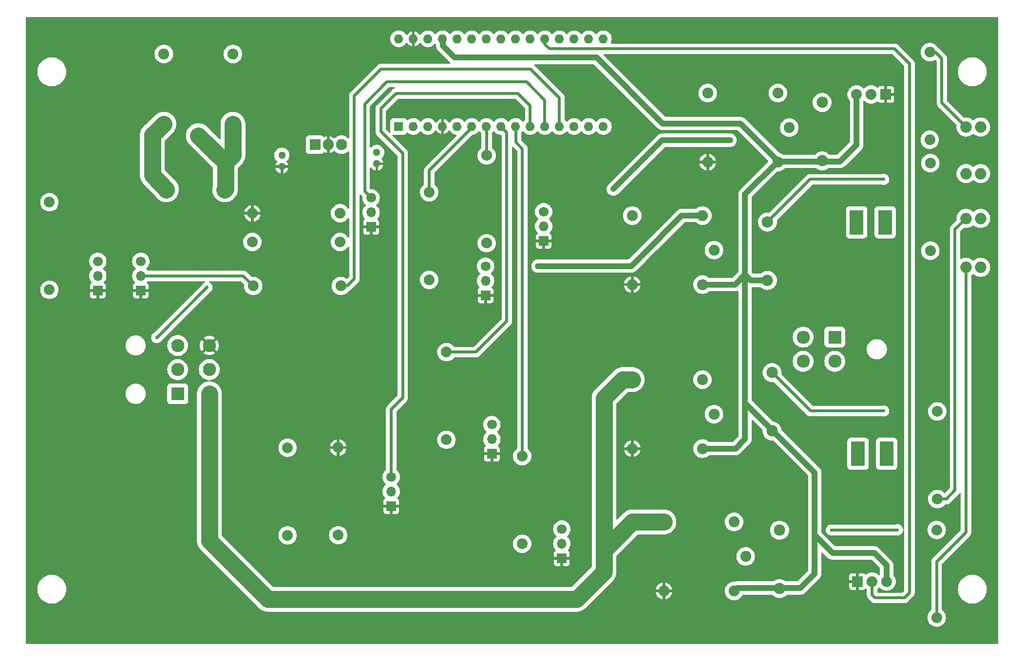
<source format=gbr>
%TF.GenerationSoftware,KiCad,Pcbnew,8.0.1*%
%TF.CreationDate,2024-04-11T22:24:39-04:00*%
%TF.ProjectId,Headlight Controller,48656164-6c69-4676-9874-20436f6e7472,2.1*%
%TF.SameCoordinates,Original*%
%TF.FileFunction,Copper,L2,Bot*%
%TF.FilePolarity,Positive*%
%FSLAX46Y46*%
G04 Gerber Fmt 4.6, Leading zero omitted, Abs format (unit mm)*
G04 Created by KiCad (PCBNEW 8.0.1) date 2024-04-11 22:24:39*
%MOMM*%
%LPD*%
G01*
G04 APERTURE LIST*
%TA.AperFunction,ComponentPad*%
%ADD10O,1.981200X1.981200*%
%TD*%
%TA.AperFunction,ComponentPad*%
%ADD11R,2.300000X2.300000*%
%TD*%
%TA.AperFunction,ComponentPad*%
%ADD12C,2.300000*%
%TD*%
%TA.AperFunction,ComponentPad*%
%ADD13O,1.879600X1.879600*%
%TD*%
%TA.AperFunction,ComponentPad*%
%ADD14O,2.000000X2.000000*%
%TD*%
%TA.AperFunction,ComponentPad*%
%ADD15R,1.700000X1.700000*%
%TD*%
%TA.AperFunction,ComponentPad*%
%ADD16O,1.700000X1.700000*%
%TD*%
%TA.AperFunction,ComponentPad*%
%ADD17C,1.700000*%
%TD*%
%TA.AperFunction,ComponentPad*%
%ADD18C,1.905000*%
%TD*%
%TA.AperFunction,ComponentPad*%
%ADD19R,1.930400X1.930400*%
%TD*%
%TA.AperFunction,ComponentPad*%
%ADD20O,1.930400X1.930400*%
%TD*%
%TA.AperFunction,ComponentPad*%
%ADD21C,1.930400*%
%TD*%
%TA.AperFunction,ComponentPad*%
%ADD22R,2.380000X4.285000*%
%TD*%
%TA.AperFunction,ComponentPad*%
%ADD23R,1.879600X1.879600*%
%TD*%
%TA.AperFunction,ComponentPad*%
%ADD24R,1.600000X1.600000*%
%TD*%
%TA.AperFunction,ComponentPad*%
%ADD25O,1.600000X1.600000*%
%TD*%
%TA.AperFunction,ComponentPad*%
%ADD26O,1.300000X1.300000*%
%TD*%
%TA.AperFunction,ViaPad*%
%ADD27C,0.600000*%
%TD*%
%TA.AperFunction,Conductor*%
%ADD28C,0.500000*%
%TD*%
%TA.AperFunction,Conductor*%
%ADD29C,1.000000*%
%TD*%
%TA.AperFunction,Conductor*%
%ADD30C,0.200000*%
%TD*%
%TA.AperFunction,Conductor*%
%ADD31C,3.000000*%
%TD*%
G04 APERTURE END LIST*
D10*
%TO.P,CR1,A,A*%
%TO.N,Net-(Q3-C)*%
X154400000Y-86120000D03*
%TO.P,CR1,C,K*%
%TO.N,/+5V*%
X154400000Y-96280000D03*
%TD*%
D11*
%TO.P,J2,1,1*%
%TO.N,/C2-1*%
X166102501Y-106154002D03*
D12*
%TO.P,J2,2,2*%
%TO.N,/C2-3*%
X166102501Y-110354001D03*
%TO.P,J2,3,3*%
%TO.N,/C2-2*%
X160602502Y-106154002D03*
%TO.P,J2,4,4*%
%TO.N,/C2-4*%
X160602502Y-110354001D03*
%TD*%
D13*
%TO.P,R7,1*%
%TO.N,/DG5*%
X98600000Y-108760000D03*
%TO.P,R7,2*%
%TO.N,Net-(Q5-B)*%
X98600000Y-124000000D03*
%TD*%
D14*
%TO.P,D4,1,K*%
%TO.N,/+5V*%
X191445100Y-94000000D03*
%TO.P,D4,2,A*%
%TO.N,Net-(D4-A)*%
X188905100Y-94000000D03*
%TD*%
D10*
%TO.P,CR3,A,A*%
%TO.N,Net-(Q5-C)*%
X155200000Y-112320000D03*
%TO.P,CR3,C,K*%
%TO.N,/+5V*%
X155200000Y-122480000D03*
%TD*%
D15*
%TO.P,Q1,1,E*%
%TO.N,GND*%
X85500000Y-87000000D03*
D16*
%TO.P,Q1,2,B*%
%TO.N,Net-(Q1-B)*%
X85500000Y-84460000D03*
D17*
%TO.P,Q1,3,C*%
%TO.N,/DG8*%
X85500000Y-81920000D03*
%TD*%
D18*
%TO.P,K2,1,1*%
%TO.N,/U2 IN+*%
X158199900Y-69700000D03*
%TO.P,K2,2,2*%
%TO.N,/+5V*%
X156199900Y-75700000D03*
%TO.P,K2,3,3*%
%TO.N,GND*%
X144000000Y-75700000D03*
%TO.P,K2,4,4*%
%TO.N,/12V-1*%
X144000000Y-63700000D03*
%TO.P,K2,5,5*%
%TO.N,Net-(Q4-C)*%
X156199900Y-63700000D03*
%TD*%
D13*
%TO.P,R4,1*%
%TO.N,Net-(Q2-B)*%
X79800000Y-140600000D03*
%TO.P,R4,2*%
%TO.N,GND*%
X79800000Y-125360000D03*
%TD*%
%TO.P,R5,1*%
%TO.N,/DG3*%
X95609890Y-80940000D03*
%TO.P,R5,2*%
%TO.N,Net-(Q3-B)*%
X95609890Y-96180000D03*
%TD*%
D19*
%TO.P,U1,1,IN*%
%TO.N,/VI*%
X75777500Y-72674100D03*
D20*
%TO.P,U1,2,GND*%
%TO.N,GND*%
X78063500Y-72674100D03*
D21*
%TO.P,U1,3,OUT*%
%TO.N,/+5V*%
X80349500Y-72674100D03*
%TD*%
D22*
%TO.P,U3,1,IN+*%
%TO.N,/U3 IN+*%
X175113000Y-126432000D03*
%TO.P,U3,2,IN-*%
%TO.N,/C2-3*%
X170134600Y-126432000D03*
D13*
%TO.P,U3,3,VCC*%
%TO.N,/+5V*%
X175113000Y-148657000D03*
%TO.P,U3,4,OUT*%
%TO.N,/A1*%
X172573000Y-148657000D03*
D23*
%TO.P,U3,5,GND*%
%TO.N,GND*%
X170033000Y-148657000D03*
%TD*%
D13*
%TO.P,R3,1*%
%TO.N,/Close Lamps*%
X71000000Y-125380000D03*
%TO.P,R3,2*%
%TO.N,Net-(Q2-B)*%
X71000000Y-140620000D03*
%TD*%
%TO.P,R13,1*%
%TO.N,Net-(D3-A)*%
X183900000Y-134320000D03*
%TO.P,R13,2*%
%TO.N,Net-(Q5-C)*%
X183900000Y-119080000D03*
%TD*%
D14*
%TO.P,D3,1,K*%
%TO.N,/+5V*%
X191445100Y-85500000D03*
%TO.P,D3,2,A*%
%TO.N,Net-(D3-A)*%
X188905100Y-85500000D03*
%TD*%
D11*
%TO.P,J1,1,1*%
%TO.N,/Close Lamps*%
X51897499Y-116000000D03*
D12*
%TO.P,J1,2,2*%
%TO.N,/Open Lamps*%
X51897499Y-111800001D03*
%TO.P,J1,3,3*%
%TO.N,/12V-1*%
X51897499Y-107600002D03*
%TO.P,J1,4,4*%
%TO.N,/12V-2*%
X57397498Y-116000000D03*
%TO.P,J1,5,5*%
%TO.N,unconnected-(J1-Pad5)*%
X57397498Y-111800001D03*
%TO.P,J1,6,6*%
%TO.N,GND*%
X57397498Y-107600002D03*
%TD*%
D14*
%TO.P,D1,1,K*%
%TO.N,/+5V*%
X191445100Y-77700000D03*
%TO.P,D1,2,A*%
%TO.N,Net-(D1-A)*%
X188905100Y-77700000D03*
%TD*%
D13*
%TO.P,R9,1*%
%TO.N,Net-(Q7-B)*%
X65010000Y-97250000D03*
%TO.P,R9,2*%
%TO.N,/DG9*%
X80250000Y-97250000D03*
%TD*%
D24*
%TO.P,A1,1,D1/TX*%
%TO.N,unconnected-(A1-D1{slash}TX-Pad1)*%
X90310000Y-69500000D03*
D25*
%TO.P,A1,2,D0/RX*%
%TO.N,unconnected-(A1-D0{slash}RX-Pad2)*%
X92850000Y-69500000D03*
%TO.P,A1,3,~{RESET}*%
%TO.N,unconnected-(A1-~{RESET}-Pad3)*%
X95390000Y-69500000D03*
%TO.P,A1,4,GND*%
%TO.N,GND*%
X97930000Y-69500000D03*
%TO.P,A1,5,D2*%
%TO.N,unconnected-(A1-D2-Pad5)*%
X100470000Y-69500000D03*
%TO.P,A1,6,D3*%
%TO.N,/DG3*%
X103010000Y-69500000D03*
%TO.P,A1,7,D4*%
%TO.N,/DG4*%
X105550000Y-69500000D03*
%TO.P,A1,8,D5*%
%TO.N,/DG5*%
X108090000Y-69500000D03*
%TO.P,A1,9,D6*%
%TO.N,/DG6*%
X110630000Y-69500000D03*
%TO.P,A1,10,D7*%
%TO.N,/DG7*%
X113170000Y-69500000D03*
%TO.P,A1,11,D8*%
%TO.N,/DG8*%
X115710000Y-69500000D03*
%TO.P,A1,12,D9*%
%TO.N,/DG9*%
X118250000Y-69500000D03*
%TO.P,A1,13,D10*%
%TO.N,unconnected-(A1-D10-Pad13)*%
X120790000Y-69500000D03*
%TO.P,A1,14,D11*%
%TO.N,unconnected-(A1-D11-Pad14)*%
X123330000Y-69500000D03*
%TO.P,A1,15,D12*%
%TO.N,unconnected-(A1-D12-Pad15)*%
X125870000Y-69500000D03*
%TO.P,A1,16,D13*%
%TO.N,unconnected-(A1-D13-Pad16)*%
X125870000Y-54260000D03*
%TO.P,A1,17,3V3*%
%TO.N,unconnected-(A1-3V3-Pad17)*%
X123330000Y-54260000D03*
%TO.P,A1,18,AREF*%
%TO.N,unconnected-(A1-AREF-Pad18)*%
X120790000Y-54260000D03*
%TO.P,A1,19,A0*%
%TO.N,/A0*%
X118250000Y-54260000D03*
%TO.P,A1,20,A1*%
%TO.N,/A1*%
X115710000Y-54260000D03*
%TO.P,A1,21,A2*%
%TO.N,unconnected-(A1-A2-Pad21)*%
X113170000Y-54260000D03*
%TO.P,A1,22,A3*%
%TO.N,unconnected-(A1-A3-Pad22)*%
X110630000Y-54260000D03*
%TO.P,A1,23,A4*%
%TO.N,unconnected-(A1-A4-Pad23)*%
X108090000Y-54260000D03*
%TO.P,A1,24,A5*%
%TO.N,unconnected-(A1-A5-Pad24)*%
X105550000Y-54260000D03*
%TO.P,A1,25,A6*%
%TO.N,unconnected-(A1-A6-Pad25)*%
X103010000Y-54260000D03*
%TO.P,A1,26,A7*%
%TO.N,unconnected-(A1-A7-Pad26)*%
X100470000Y-54260000D03*
%TO.P,A1,27,+5V*%
%TO.N,/+5V*%
X97930000Y-54260000D03*
%TO.P,A1,28,~{RESET}*%
%TO.N,unconnected-(A1-~{RESET}-Pad28)*%
X95390000Y-54260000D03*
%TO.P,A1,29,GND*%
%TO.N,GND*%
X92850000Y-54260000D03*
%TO.P,A1,30,VIN*%
%TO.N,unconnected-(A1-VIN-Pad30)*%
X90310000Y-54260000D03*
%TD*%
D26*
%TO.P,C1,1*%
%TO.N,/VI*%
X70000000Y-74500000D03*
%TO.P,C1,2*%
%TO.N,GND*%
X70000000Y-76500000D03*
%TD*%
D15*
%TO.P,Q3,1,E*%
%TO.N,GND*%
X105400000Y-98900000D03*
D16*
%TO.P,Q3,2,B*%
%TO.N,Net-(Q3-B)*%
X105400000Y-96360000D03*
D17*
%TO.P,Q3,3,C*%
%TO.N,Net-(Q3-C)*%
X105400000Y-93820000D03*
%TD*%
D26*
%TO.P,C2,1*%
%TO.N,/+5V*%
X86500000Y-74000000D03*
%TO.P,C2,2*%
%TO.N,GND*%
X86500000Y-76000000D03*
%TD*%
D15*
%TO.P,Q4,1,E*%
%TO.N,GND*%
X115500000Y-89420000D03*
D16*
%TO.P,Q4,2,B*%
%TO.N,Net-(Q4-B)*%
X115500000Y-86880000D03*
D17*
%TO.P,Q4,3,C*%
%TO.N,Net-(Q4-C)*%
X115500000Y-84340000D03*
%TD*%
D13*
%TO.P,R11,1*%
%TO.N,Net-(D1-A)*%
X182700000Y-91120000D03*
%TO.P,R11,2*%
%TO.N,Net-(Q3-C)*%
X182700000Y-75880000D03*
%TD*%
%TO.P,R8,1*%
%TO.N,/DG6*%
X111764945Y-126860000D03*
%TO.P,R8,2*%
%TO.N,Net-(Q6-B)*%
X111764945Y-142100000D03*
%TD*%
D18*
%TO.P,K1,1,1*%
%TO.N,/C2-2*%
X145100100Y-91000000D03*
%TO.P,K1,2,2*%
%TO.N,/+5V*%
X143100100Y-97000000D03*
%TO.P,K1,3,3*%
%TO.N,GND*%
X130900200Y-97000000D03*
%TO.P,K1,4,4*%
%TO.N,/12V-1*%
X130900200Y-85000000D03*
%TO.P,K1,5,5*%
%TO.N,Net-(Q3-C)*%
X143100100Y-85000000D03*
%TD*%
D15*
%TO.P,Q7,1,E*%
%TO.N,GND*%
X45500000Y-98040000D03*
D16*
%TO.P,Q7,2,B*%
%TO.N,Net-(Q7-B)*%
X45500000Y-95500000D03*
D17*
%TO.P,Q7,3,C*%
%TO.N,Net-(Q7-C)*%
X45500000Y-92960000D03*
%TD*%
D18*
%TO.P,K3,1,1*%
%TO.N,/C2-4*%
X145100100Y-119535000D03*
%TO.P,K3,2,2*%
%TO.N,/+5V*%
X143100100Y-125535000D03*
%TO.P,K3,3,3*%
%TO.N,GND*%
X130900200Y-125535000D03*
%TO.P,K3,4,4*%
%TO.N,/12V-2*%
X130900200Y-113535000D03*
%TO.P,K3,5,5*%
%TO.N,Net-(Q5-C)*%
X143100100Y-113535000D03*
%TD*%
D15*
%TO.P,Q6,1,E*%
%TO.N,GND*%
X118655055Y-144620000D03*
D16*
%TO.P,Q6,2,B*%
%TO.N,Net-(Q6-B)*%
X118655055Y-142080000D03*
D17*
%TO.P,Q6,3,C*%
%TO.N,Net-(Q6-C)*%
X118655055Y-139540000D03*
%TD*%
D15*
%TO.P,Q2,1,E*%
%TO.N,GND*%
X89000000Y-135540000D03*
D16*
%TO.P,Q2,2,B*%
%TO.N,Net-(Q2-B)*%
X89000000Y-133000000D03*
D17*
%TO.P,Q2,3,C*%
%TO.N,/DG7*%
X89000000Y-130460000D03*
%TD*%
D22*
%TO.P,U2,1,IN+*%
%TO.N,/U2 IN+*%
X169887000Y-86168000D03*
%TO.P,U2,2,IN-*%
%TO.N,/C2-1*%
X174865400Y-86168000D03*
D13*
%TO.P,U2,3,VCC*%
%TO.N,/+5V*%
X169887000Y-63943000D03*
%TO.P,U2,4,OUT*%
%TO.N,/A0*%
X172427000Y-63943000D03*
D23*
%TO.P,U2,5,GND*%
%TO.N,GND*%
X174967000Y-63943000D03*
%TD*%
D13*
%TO.P,R6,1*%
%TO.N,/DG4*%
X105600000Y-74560000D03*
%TO.P,R6,2*%
%TO.N,Net-(Q4-B)*%
X105600000Y-89800000D03*
%TD*%
D10*
%TO.P,CR4,A,A*%
%TO.N,Net-(Q6-C)*%
X156500000Y-139720000D03*
%TO.P,CR4,C,K*%
%TO.N,/+5V*%
X156500000Y-149880000D03*
%TD*%
D15*
%TO.P,Q8,1,E*%
%TO.N,GND*%
X38000000Y-98040000D03*
D16*
%TO.P,Q8,2,B*%
%TO.N,Net-(Q8-B)*%
X38000000Y-95500000D03*
D17*
%TO.P,Q8,3,C*%
%TO.N,Net-(Q7-C)*%
X38000000Y-92960000D03*
%TD*%
D13*
%TO.P,R14,1*%
%TO.N,Net-(D4-A)*%
X183800000Y-154920000D03*
%TO.P,R14,2*%
%TO.N,Net-(Q6-C)*%
X183800000Y-139680000D03*
%TD*%
D18*
%TO.P,K5,1,1*%
%TO.N,/12V-1*%
X55500000Y-71100100D03*
%TO.P,K5,2,2*%
%TO.N,Net-(Q7-C)*%
X49500000Y-69100100D03*
%TO.P,K5,3,3*%
%TO.N,unconnected-(K5-Pad3)*%
X49500000Y-56900200D03*
%TO.P,K5,4,4*%
%TO.N,/VI*%
X61500000Y-56900200D03*
%TO.P,K5,5,5*%
%TO.N,/12V-1*%
X61500000Y-69100100D03*
%TD*%
D13*
%TO.P,R1,1*%
%TO.N,/Open Lamps*%
X64880000Y-89600000D03*
%TO.P,R1,2*%
%TO.N,Net-(Q1-B)*%
X80120000Y-89600000D03*
%TD*%
D15*
%TO.P,Q5,1,E*%
%TO.N,GND*%
X106490110Y-126440000D03*
D16*
%TO.P,Q5,2,B*%
%TO.N,Net-(Q5-B)*%
X106490110Y-123900000D03*
D17*
%TO.P,Q5,3,C*%
%TO.N,Net-(Q5-C)*%
X106490110Y-121360000D03*
%TD*%
D10*
%TO.P,CR5,A,A*%
%TO.N,Net-(Q7-C)*%
X49920000Y-80500000D03*
%TO.P,CR5,C,K*%
%TO.N,/12V-1*%
X60080000Y-80500000D03*
%TD*%
D13*
%TO.P,R2,1*%
%TO.N,Net-(Q1-B)*%
X80120000Y-84600000D03*
%TO.P,R2,2*%
%TO.N,GND*%
X64880000Y-84600000D03*
%TD*%
D18*
%TO.P,K4,1,1*%
%TO.N,/U3 IN+*%
X150600100Y-144300001D03*
%TO.P,K4,2,2*%
%TO.N,/+5V*%
X148600100Y-150300001D03*
%TO.P,K4,3,3*%
%TO.N,GND*%
X136400200Y-150300001D03*
%TO.P,K4,4,4*%
%TO.N,/12V-2*%
X136400200Y-138300001D03*
%TO.P,K4,5,5*%
%TO.N,Net-(Q6-C)*%
X148600100Y-138300001D03*
%TD*%
D13*
%TO.P,R12,1*%
%TO.N,Net-(D2-A)*%
X182600000Y-56580000D03*
%TO.P,R12,2*%
%TO.N,Net-(Q4-C)*%
X182600000Y-71820000D03*
%TD*%
%TO.P,R10,1*%
%TO.N,Net-(Q8-B)*%
X29600000Y-82680000D03*
%TO.P,R10,2*%
%TO.N,/Open Lamps*%
X29600000Y-97920000D03*
%TD*%
D14*
%TO.P,D2,1,K*%
%TO.N,/+5V*%
X191445100Y-69600000D03*
%TO.P,D2,2,A*%
%TO.N,Net-(D2-A)*%
X188905100Y-69600000D03*
%TD*%
D10*
%TO.P,CR2,A,A*%
%TO.N,Net-(Q4-C)*%
X163900000Y-65320000D03*
%TO.P,CR2,C,K*%
%TO.N,/+5V*%
X163900000Y-75480000D03*
%TD*%
D27*
%TO.N,GND*%
X104700000Y-66300000D03*
X94700000Y-66300000D03*
%TO.N,Net-(Q3-C)*%
X174600000Y-78700000D03*
X114500000Y-93800000D03*
%TO.N,Net-(Q4-C)*%
X127600000Y-80400000D03*
X147900000Y-71900000D03*
%TO.N,Net-(Q5-C)*%
X174600000Y-119000000D03*
%TO.N,Net-(Q6-C)*%
X177000000Y-139680000D03*
X165500000Y-139700000D03*
%TO.N,/Open Lamps*%
X57000000Y-97500000D03*
X48250000Y-106250000D03*
%TD*%
D28*
%TO.N,/DG3*%
X95609890Y-80940000D02*
X95609890Y-77170110D01*
X95609890Y-77170110D02*
X103010000Y-69770000D01*
X103010000Y-69770000D02*
X103010000Y-69500000D01*
%TO.N,/A1*%
X176500000Y-56000000D02*
X116500000Y-56000000D01*
X179100000Y-58600000D02*
X176500000Y-56000000D01*
X116500000Y-56000000D02*
X115710000Y-55210000D01*
X179100000Y-150600000D02*
X179100000Y-58600000D01*
X172573000Y-150973000D02*
X173100000Y-151500000D01*
X172573000Y-148657000D02*
X172573000Y-150973000D01*
X173100000Y-151500000D02*
X178200000Y-151500000D01*
X178200000Y-151500000D02*
X179100000Y-150600000D01*
X115710000Y-55210000D02*
X115710000Y-54260000D01*
%TO.N,/DG9*%
X118250000Y-64500000D02*
X118250000Y-69500000D01*
X82600000Y-64150000D02*
X87250000Y-59500000D01*
X80250000Y-97250000D02*
X81370000Y-97250000D01*
X87250000Y-59500000D02*
X113250000Y-59500000D01*
X113250000Y-59500000D02*
X118250000Y-64500000D01*
X81370000Y-97250000D02*
X82600000Y-96020000D01*
X82600000Y-96020000D02*
X82600000Y-64150000D01*
%TO.N,/DG4*%
X105600000Y-74560000D02*
X105600000Y-69550000D01*
X105600000Y-69550000D02*
X105550000Y-69500000D01*
%TO.N,/DG7*%
X89000000Y-118700000D02*
X91000000Y-116700000D01*
X113170000Y-65870000D02*
X113170000Y-69500000D01*
X87200000Y-70400000D02*
X87200000Y-66400000D01*
X111050000Y-63750000D02*
X113170000Y-65870000D01*
X91000000Y-74200000D02*
X87200000Y-70400000D01*
X89000000Y-130460000D02*
X89000000Y-118700000D01*
X87200000Y-66400000D02*
X89850000Y-63750000D01*
X91000000Y-116700000D02*
X91000000Y-74200000D01*
X89850000Y-63750000D02*
X111050000Y-63750000D01*
%TO.N,/DG8*%
X112550000Y-61750000D02*
X115710000Y-64910000D01*
X88250000Y-61750000D02*
X112550000Y-61750000D01*
X84400000Y-80820000D02*
X84400000Y-65600000D01*
X115710000Y-64910000D02*
X115710000Y-69500000D01*
X85500000Y-81920000D02*
X84400000Y-80820000D01*
X84400000Y-65600000D02*
X88250000Y-61750000D01*
%TO.N,/DG5*%
X109100000Y-103400000D02*
X109100000Y-70510000D01*
X109100000Y-70510000D02*
X108090000Y-69500000D01*
X98600000Y-108760000D02*
X103740000Y-108760000D01*
X103740000Y-108760000D02*
X109100000Y-103400000D01*
%TO.N,/DG6*%
X110660000Y-72240000D02*
X110660000Y-69530000D01*
X110660000Y-69530000D02*
X110630000Y-69500000D01*
X111800000Y-126824945D02*
X111800000Y-73380000D01*
X111764945Y-126860000D02*
X111800000Y-126824945D01*
X111800000Y-73380000D02*
X110660000Y-72240000D01*
D29*
%TO.N,/+5V*%
X151480000Y-96280000D02*
X150500000Y-95300000D01*
X162600000Y-147300000D02*
X160100000Y-149800000D01*
X162600000Y-140600000D02*
X165700000Y-143700000D01*
X150500000Y-115600000D02*
X150500000Y-123900000D01*
X97960000Y-54290000D02*
X97960000Y-55460000D01*
X149100101Y-149800000D02*
X148600100Y-150300001D01*
X154400000Y-96280000D02*
X151480000Y-96280000D01*
X169887000Y-63943000D02*
X169887000Y-70400000D01*
X97930000Y-54260000D02*
X97960000Y-54290000D01*
X100000000Y-57500000D02*
X124700000Y-57500000D01*
X156300000Y-75600000D02*
X156200000Y-75600000D01*
X169887000Y-70400000D02*
X169887000Y-72713000D01*
X160100000Y-149800000D02*
X149100101Y-149800000D01*
X165700000Y-143700000D02*
X173000000Y-143700000D01*
X148600100Y-150300001D02*
X148600798Y-150300000D01*
X162600000Y-129700000D02*
X162600000Y-140600000D01*
X148800000Y-97000000D02*
X143100100Y-97000000D01*
X97960000Y-55460000D02*
X100000000Y-57500000D01*
X150500000Y-81300000D02*
X150500000Y-117600000D01*
X169887000Y-72713000D02*
X167000000Y-75600000D01*
X150500000Y-95300000D02*
X148800000Y-97000000D01*
X149700000Y-69000000D02*
X156300000Y-75600000D01*
X162600000Y-140600000D02*
X162600000Y-147300000D01*
X173000000Y-143700000D02*
X175113000Y-145813000D01*
X150500000Y-117600000D02*
X162600000Y-129700000D01*
X124700000Y-57500000D02*
X136200000Y-69000000D01*
X136200000Y-69000000D02*
X149700000Y-69000000D01*
X167000000Y-75600000D02*
X156300000Y-75600000D01*
X150500000Y-123900000D02*
X148865001Y-125534999D01*
X156200000Y-75600000D02*
X150500000Y-81300000D01*
X175113000Y-145813000D02*
X175113000Y-148657000D01*
X148865001Y-125534999D02*
X142858249Y-125534999D01*
%TO.N,Net-(Q3-C)*%
X139500000Y-85000000D02*
X132400000Y-92100000D01*
X143100100Y-85000000D02*
X139500000Y-85000000D01*
X132400000Y-92100000D02*
X130700000Y-93800000D01*
D28*
X174600000Y-78700000D02*
X161820000Y-78700000D01*
X161820000Y-78700000D02*
X154400000Y-86120000D01*
D29*
X130700000Y-93800000D02*
X114500000Y-93800000D01*
%TO.N,Net-(Q4-C)*%
X136100000Y-71900000D02*
X127600000Y-80400000D01*
D30*
X156320000Y-63580002D02*
X156300000Y-63600002D01*
D29*
X147900000Y-71900000D02*
X136100000Y-71900000D01*
D28*
%TO.N,Net-(Q5-C)*%
X161880000Y-119000000D02*
X155200000Y-112320000D01*
X174600000Y-119000000D02*
X161880000Y-119000000D01*
%TO.N,Net-(Q6-C)*%
X176980000Y-139700000D02*
X165500000Y-139700000D01*
X177000000Y-139680000D02*
X176980000Y-139700000D01*
D31*
%TO.N,/12V-1*%
X60199950Y-80380050D02*
X60080000Y-80500000D01*
X61500000Y-74500000D02*
X60199950Y-75800050D01*
X61500000Y-69100100D02*
X61500000Y-74500000D01*
X60199950Y-75800050D02*
X60199950Y-80380050D01*
X60199950Y-75800050D02*
X55500000Y-71100100D01*
%TO.N,Net-(Q7-C)*%
X49920000Y-80500000D02*
X49920000Y-80420000D01*
X47600100Y-71000000D02*
X49500000Y-69100100D01*
X47500000Y-78000000D02*
X47500000Y-71000000D01*
X49920000Y-80420000D02*
X47500000Y-78000000D01*
X47500000Y-71000000D02*
X47600100Y-71000000D01*
D28*
%TO.N,Net-(D2-A)*%
X184700000Y-57700000D02*
X184700000Y-65394900D01*
X184700000Y-65394900D02*
X188905100Y-69600000D01*
X182600000Y-56580000D02*
X183580000Y-56580000D01*
X183580000Y-56580000D02*
X184700000Y-57700000D01*
%TO.N,Net-(D3-A)*%
X185480000Y-134320000D02*
X183900000Y-134320000D01*
X188905100Y-85500000D02*
X187000000Y-87405100D01*
X187000000Y-87405100D02*
X187000000Y-132800000D01*
X187000000Y-132800000D02*
X185480000Y-134320000D01*
%TO.N,Net-(D4-A)*%
X188905100Y-94000000D02*
X188905100Y-140094900D01*
X183800000Y-145200000D02*
X183800000Y-154920000D01*
X188905100Y-140094900D02*
X183800000Y-145200000D01*
%TO.N,/Open Lamps*%
X57000000Y-97500000D02*
X48250000Y-106250000D01*
D31*
%TO.N,/12V-2*%
X126000000Y-143250000D02*
X126000000Y-116750000D01*
X57397498Y-116000000D02*
X57397498Y-141597498D01*
X129215000Y-113535000D02*
X130900200Y-113535000D01*
X126000000Y-116750000D02*
X129215000Y-113535000D01*
X57397498Y-141597498D02*
X67550000Y-151750000D01*
X126000000Y-147000000D02*
X126000000Y-143250000D01*
X121250000Y-151750000D02*
X126000000Y-147000000D01*
X130949999Y-138300001D02*
X136400200Y-138300001D01*
X67550000Y-151750000D02*
X121250000Y-151750000D01*
X126000000Y-143250000D02*
X130949999Y-138300001D01*
D28*
%TO.N,Net-(Q7-B)*%
X63260000Y-95500000D02*
X65010000Y-97250000D01*
X45500000Y-95500000D02*
X63260000Y-95500000D01*
%TD*%
%TA.AperFunction,Conductor*%
%TO.N,GND*%
G36*
X176140483Y-56925485D02*
G01*
X176161125Y-56942119D01*
X178157881Y-58938875D01*
X178191366Y-59000198D01*
X178194200Y-59026556D01*
X178194200Y-139529475D01*
X178174515Y-139596514D01*
X178121711Y-139642269D01*
X178052553Y-139652213D01*
X177988997Y-139623188D01*
X177951223Y-139564410D01*
X177946797Y-139541629D01*
X177945600Y-139529475D01*
X177941971Y-139492630D01*
X177887317Y-139312461D01*
X177852997Y-139248253D01*
X177798567Y-139146421D01*
X177798563Y-139146414D01*
X177679123Y-139000876D01*
X177533585Y-138881436D01*
X177533578Y-138881432D01*
X177367540Y-138792683D01*
X177187372Y-138738029D01*
X177000000Y-138719575D01*
X176812627Y-138738029D01*
X176645063Y-138788860D01*
X176609067Y-138794200D01*
X165825005Y-138794200D01*
X165789010Y-138788861D01*
X165687368Y-138758028D01*
X165500000Y-138739575D01*
X165312627Y-138758029D01*
X165132459Y-138812683D01*
X164966421Y-138901432D01*
X164966414Y-138901436D01*
X164820876Y-139020876D01*
X164701436Y-139166414D01*
X164701432Y-139166421D01*
X164612683Y-139332459D01*
X164558029Y-139512627D01*
X164539575Y-139700000D01*
X164558029Y-139887372D01*
X164612683Y-140067540D01*
X164701432Y-140233578D01*
X164701436Y-140233585D01*
X164820876Y-140379123D01*
X164966414Y-140498563D01*
X164966421Y-140498567D01*
X165132459Y-140587316D01*
X165132461Y-140587317D01*
X165312630Y-140641971D01*
X165500000Y-140660425D01*
X165687370Y-140641971D01*
X165757270Y-140620767D01*
X165789010Y-140611139D01*
X165825005Y-140605800D01*
X176740929Y-140605800D01*
X176776924Y-140611139D01*
X176790194Y-140615165D01*
X176812629Y-140621971D01*
X176829428Y-140623625D01*
X177000000Y-140640425D01*
X177187370Y-140621971D01*
X177367539Y-140567317D01*
X177533584Y-140478564D01*
X177679123Y-140359123D01*
X177798564Y-140213584D01*
X177887317Y-140047539D01*
X177941971Y-139867370D01*
X177946797Y-139818370D01*
X177972958Y-139753583D01*
X178029992Y-139713224D01*
X178099792Y-139710107D01*
X178160197Y-139745221D01*
X178192028Y-139807419D01*
X178194200Y-139830524D01*
X178194200Y-150173443D01*
X178174515Y-150240482D01*
X178157881Y-150261124D01*
X177861125Y-150557881D01*
X177799802Y-150591366D01*
X177773444Y-150594200D01*
X173602800Y-150594200D01*
X173535761Y-150574515D01*
X173490006Y-150521711D01*
X173478800Y-150470200D01*
X173478800Y-150038891D01*
X173498485Y-149971852D01*
X173522268Y-149944601D01*
X173573217Y-149901086D01*
X173704748Y-149788748D01*
X173748711Y-149737273D01*
X173807216Y-149699082D01*
X173877084Y-149698582D01*
X173936130Y-149735936D01*
X173937212Y-149737184D01*
X173981251Y-149788747D01*
X173981252Y-149788748D01*
X174172232Y-149951861D01*
X174172234Y-149951862D01*
X174386373Y-150083086D01*
X174386376Y-150083088D01*
X174604514Y-150173443D01*
X174618408Y-150179198D01*
X174862621Y-150237829D01*
X175113000Y-150257534D01*
X175363379Y-150237829D01*
X175607592Y-150179198D01*
X175723609Y-150131142D01*
X175839623Y-150083088D01*
X175839624Y-150083087D01*
X175839627Y-150083086D01*
X176053770Y-149951859D01*
X176244748Y-149788748D01*
X176407859Y-149597770D01*
X176539086Y-149383627D01*
X176635198Y-149151592D01*
X176693829Y-148907379D01*
X176713534Y-148657000D01*
X176693829Y-148406621D01*
X176635198Y-148162408D01*
X176596724Y-148069523D01*
X176539088Y-147930376D01*
X176539086Y-147930373D01*
X176407862Y-147716234D01*
X176407861Y-147716233D01*
X176407860Y-147716232D01*
X176407859Y-147716230D01*
X176323263Y-147617181D01*
X176298509Y-147588197D01*
X176269939Y-147524436D01*
X176268800Y-147507666D01*
X176268800Y-145722032D01*
X176254074Y-145629059D01*
X176254074Y-145629058D01*
X176240340Y-145542349D01*
X176240339Y-145542345D01*
X176240339Y-145542344D01*
X176184123Y-145369329D01*
X176184122Y-145369328D01*
X176184122Y-145369326D01*
X176143302Y-145289214D01*
X176101529Y-145207229D01*
X175994595Y-145060047D01*
X175865953Y-144931405D01*
X173752953Y-142818405D01*
X173752949Y-142818401D01*
X173680457Y-142765734D01*
X173680455Y-142765731D01*
X173605774Y-142711473D01*
X173605773Y-142711472D01*
X173605771Y-142711471D01*
X173524722Y-142670174D01*
X173443670Y-142628876D01*
X173270654Y-142572660D01*
X173135885Y-142551315D01*
X173090964Y-142544200D01*
X173090963Y-142544200D01*
X166230110Y-142544200D01*
X166163071Y-142524515D01*
X166142429Y-142507881D01*
X163792119Y-140157571D01*
X163758634Y-140096248D01*
X163755800Y-140069890D01*
X163755800Y-129609031D01*
X163738868Y-129502130D01*
X163727340Y-129429346D01*
X163671125Y-129256334D01*
X163671123Y-129256331D01*
X163671122Y-129256326D01*
X163598691Y-129114174D01*
X163598691Y-129114173D01*
X163588531Y-129094233D01*
X163588528Y-129094227D01*
X163481597Y-128947050D01*
X163481592Y-128947044D01*
X163175281Y-128640733D01*
X168288800Y-128640733D01*
X168291725Y-128677903D01*
X168291726Y-128677909D01*
X168337951Y-128837015D01*
X168337952Y-128837018D01*
X168422295Y-128979635D01*
X168422302Y-128979644D01*
X168539455Y-129096797D01*
X168539459Y-129096800D01*
X168539461Y-129096802D01*
X168682080Y-129181147D01*
X168724039Y-129193337D01*
X168841190Y-129227373D01*
X168841193Y-129227373D01*
X168841195Y-129227374D01*
X168878374Y-129230300D01*
X168878382Y-129230300D01*
X171390818Y-129230300D01*
X171390826Y-129230300D01*
X171428005Y-129227374D01*
X171428007Y-129227373D01*
X171428009Y-129227373D01*
X171469964Y-129215183D01*
X171587120Y-129181147D01*
X171729739Y-129096802D01*
X171846902Y-128979639D01*
X171931247Y-128837020D01*
X171977474Y-128677905D01*
X171980399Y-128640733D01*
X173267200Y-128640733D01*
X173270125Y-128677903D01*
X173270126Y-128677909D01*
X173316351Y-128837015D01*
X173316352Y-128837018D01*
X173400695Y-128979635D01*
X173400702Y-128979644D01*
X173517855Y-129096797D01*
X173517859Y-129096800D01*
X173517861Y-129096802D01*
X173660480Y-129181147D01*
X173702439Y-129193337D01*
X173819590Y-129227373D01*
X173819593Y-129227373D01*
X173819595Y-129227374D01*
X173856774Y-129230300D01*
X173856782Y-129230300D01*
X176369218Y-129230300D01*
X176369226Y-129230300D01*
X176406405Y-129227374D01*
X176406407Y-129227373D01*
X176406409Y-129227373D01*
X176448364Y-129215183D01*
X176565520Y-129181147D01*
X176708139Y-129096802D01*
X176825302Y-128979639D01*
X176909647Y-128837020D01*
X176955874Y-128677905D01*
X176958800Y-128640726D01*
X176958800Y-124223274D01*
X176955874Y-124186095D01*
X176951387Y-124170651D01*
X176909648Y-124026984D01*
X176909647Y-124026981D01*
X176909647Y-124026980D01*
X176825302Y-123884361D01*
X176825300Y-123884359D01*
X176825297Y-123884355D01*
X176708144Y-123767202D01*
X176708135Y-123767195D01*
X176565518Y-123682852D01*
X176565515Y-123682851D01*
X176406409Y-123636626D01*
X176406403Y-123636625D01*
X176369233Y-123633700D01*
X176369226Y-123633700D01*
X173856774Y-123633700D01*
X173856766Y-123633700D01*
X173819596Y-123636625D01*
X173819590Y-123636626D01*
X173660484Y-123682851D01*
X173660481Y-123682852D01*
X173517864Y-123767195D01*
X173517855Y-123767202D01*
X173400702Y-123884355D01*
X173400695Y-123884364D01*
X173316352Y-124026981D01*
X173316351Y-124026984D01*
X173270126Y-124186090D01*
X173270125Y-124186096D01*
X173267200Y-124223266D01*
X173267200Y-128640733D01*
X171980399Y-128640733D01*
X171980400Y-128640726D01*
X171980400Y-124223274D01*
X171977474Y-124186095D01*
X171972987Y-124170651D01*
X171931248Y-124026984D01*
X171931247Y-124026981D01*
X171931247Y-124026980D01*
X171846902Y-123884361D01*
X171846900Y-123884359D01*
X171846897Y-123884355D01*
X171729744Y-123767202D01*
X171729735Y-123767195D01*
X171587118Y-123682852D01*
X171587115Y-123682851D01*
X171428009Y-123636626D01*
X171428003Y-123636625D01*
X171390833Y-123633700D01*
X171390826Y-123633700D01*
X168878374Y-123633700D01*
X168878366Y-123633700D01*
X168841196Y-123636625D01*
X168841190Y-123636626D01*
X168682084Y-123682851D01*
X168682081Y-123682852D01*
X168539464Y-123767195D01*
X168539455Y-123767202D01*
X168422302Y-123884355D01*
X168422295Y-123884364D01*
X168337952Y-124026981D01*
X168337951Y-124026984D01*
X168291726Y-124186090D01*
X168291725Y-124186096D01*
X168288800Y-124223266D01*
X168288800Y-128640733D01*
X163175281Y-128640733D01*
X156869909Y-122335361D01*
X156836424Y-122274038D01*
X156833972Y-122257408D01*
X156831158Y-122221652D01*
X156788922Y-122045726D01*
X156770661Y-121969661D01*
X156671489Y-121730239D01*
X156671489Y-121730238D01*
X156536087Y-121509282D01*
X156536086Y-121509281D01*
X156536085Y-121509280D01*
X156536084Y-121509278D01*
X156367780Y-121312220D01*
X156170722Y-121143916D01*
X156170720Y-121143914D01*
X156170718Y-121143913D01*
X156170717Y-121143912D01*
X155949761Y-121008510D01*
X155710334Y-120909337D01*
X155458351Y-120848842D01*
X155458344Y-120848841D01*
X155422586Y-120846026D01*
X155357298Y-120821140D01*
X155344638Y-120810090D01*
X151692119Y-117157571D01*
X151658634Y-117096248D01*
X151655800Y-117069890D01*
X151655800Y-112320000D01*
X153548509Y-112320000D01*
X153568842Y-112578353D01*
X153629337Y-112830334D01*
X153728510Y-113069761D01*
X153863912Y-113290717D01*
X153863913Y-113290718D01*
X153863914Y-113290720D01*
X153863916Y-113290722D01*
X154032220Y-113487780D01*
X154229278Y-113656084D01*
X154229280Y-113656085D01*
X154229281Y-113656086D01*
X154229282Y-113656087D01*
X154450238Y-113791489D01*
X154515693Y-113818601D01*
X154689661Y-113890661D01*
X154941650Y-113951158D01*
X155200000Y-113971491D01*
X155458350Y-113951158D01*
X155464855Y-113949596D01*
X155534635Y-113953080D01*
X155581492Y-113982486D01*
X161173293Y-119574287D01*
X161173322Y-119574318D01*
X161302583Y-119703579D01*
X161302586Y-119703581D01*
X161427987Y-119787371D01*
X161450943Y-119802710D01*
X161615788Y-119870991D01*
X161615792Y-119870991D01*
X161615793Y-119870992D01*
X161790784Y-119905801D01*
X161790787Y-119905801D01*
X161975328Y-119905801D01*
X161975348Y-119905800D01*
X174274995Y-119905800D01*
X174310990Y-119911139D01*
X174351637Y-119923469D01*
X174412630Y-119941971D01*
X174600000Y-119960425D01*
X174787370Y-119941971D01*
X174967539Y-119887317D01*
X175133584Y-119798564D01*
X175279123Y-119679123D01*
X175398564Y-119533584D01*
X175487317Y-119367539D01*
X175541971Y-119187370D01*
X175560425Y-119000000D01*
X175541971Y-118812630D01*
X175487317Y-118632461D01*
X175487316Y-118632459D01*
X175398567Y-118466421D01*
X175398563Y-118466414D01*
X175279123Y-118320876D01*
X175133585Y-118201436D01*
X175133578Y-118201432D01*
X174967540Y-118112683D01*
X174787372Y-118058029D01*
X174600000Y-118039575D01*
X174412631Y-118058028D01*
X174310990Y-118088861D01*
X174274995Y-118094200D01*
X162306556Y-118094200D01*
X162239517Y-118074515D01*
X162218875Y-118057881D01*
X156862486Y-112701492D01*
X156829001Y-112640169D01*
X156829595Y-112584855D01*
X156831158Y-112578350D01*
X156851491Y-112320000D01*
X156831158Y-112061650D01*
X156770661Y-111809661D01*
X156709842Y-111662831D01*
X156671489Y-111570238D01*
X156536087Y-111349282D01*
X156536086Y-111349281D01*
X156536085Y-111349280D01*
X156536084Y-111349278D01*
X156367780Y-111152220D01*
X156170722Y-110983916D01*
X156170720Y-110983914D01*
X156170718Y-110983913D01*
X156170717Y-110983912D01*
X155949761Y-110848510D01*
X155710334Y-110749337D01*
X155458353Y-110688842D01*
X155200000Y-110668509D01*
X154941646Y-110688842D01*
X154689665Y-110749337D01*
X154450238Y-110848510D01*
X154229282Y-110983912D01*
X154229281Y-110983913D01*
X154032220Y-111152220D01*
X153863913Y-111349281D01*
X153863912Y-111349282D01*
X153728510Y-111570238D01*
X153629337Y-111809665D01*
X153568842Y-112061646D01*
X153548509Y-112320000D01*
X151655800Y-112320000D01*
X151655800Y-110354005D01*
X158791638Y-110354005D01*
X158811862Y-110623886D01*
X158811863Y-110623891D01*
X158872086Y-110887749D01*
X158872088Y-110887758D01*
X158872090Y-110887763D01*
X158970970Y-111139705D01*
X159106296Y-111374097D01*
X159198110Y-111489228D01*
X159275048Y-111585705D01*
X159462339Y-111759484D01*
X159473447Y-111769791D01*
X159697070Y-111922255D01*
X159940919Y-112039687D01*
X160199547Y-112119463D01*
X160199548Y-112119463D01*
X160199551Y-112119464D01*
X160467168Y-112159800D01*
X160467173Y-112159800D01*
X160467176Y-112159801D01*
X160467177Y-112159801D01*
X160737827Y-112159801D01*
X160737828Y-112159801D01*
X160737835Y-112159800D01*
X161005452Y-112119464D01*
X161005453Y-112119463D01*
X161005457Y-112119463D01*
X161264085Y-112039687D01*
X161507934Y-111922255D01*
X161731557Y-111769791D01*
X161917374Y-111597378D01*
X161929955Y-111585705D01*
X161929955Y-111585703D01*
X161929959Y-111585701D01*
X162098708Y-111374097D01*
X162234034Y-111139705D01*
X162332914Y-110887763D01*
X162393140Y-110623896D01*
X162393141Y-110623886D01*
X162413366Y-110354005D01*
X164291637Y-110354005D01*
X164311861Y-110623886D01*
X164311862Y-110623891D01*
X164372085Y-110887749D01*
X164372087Y-110887758D01*
X164372089Y-110887763D01*
X164470969Y-111139705D01*
X164606295Y-111374097D01*
X164698109Y-111489228D01*
X164775047Y-111585705D01*
X164962338Y-111759484D01*
X164973446Y-111769791D01*
X165197069Y-111922255D01*
X165440918Y-112039687D01*
X165699546Y-112119463D01*
X165699547Y-112119463D01*
X165699550Y-112119464D01*
X165967167Y-112159800D01*
X165967172Y-112159800D01*
X165967175Y-112159801D01*
X165967176Y-112159801D01*
X166237826Y-112159801D01*
X166237827Y-112159801D01*
X166237834Y-112159800D01*
X166505451Y-112119464D01*
X166505452Y-112119463D01*
X166505456Y-112119463D01*
X166764084Y-112039687D01*
X167007933Y-111922255D01*
X167231556Y-111769791D01*
X167417373Y-111597378D01*
X167429954Y-111585705D01*
X167429954Y-111585703D01*
X167429958Y-111585701D01*
X167598707Y-111374097D01*
X167734033Y-111139705D01*
X167832913Y-110887763D01*
X167893139Y-110623896D01*
X167893140Y-110623886D01*
X167913365Y-110354005D01*
X167913365Y-110353996D01*
X167893140Y-110084115D01*
X167893139Y-110084110D01*
X167893139Y-110084106D01*
X167832913Y-109820239D01*
X167734033Y-109568297D01*
X167598707Y-109333905D01*
X167429958Y-109122301D01*
X167429957Y-109122300D01*
X167429954Y-109122296D01*
X167231556Y-108938211D01*
X167075336Y-108831702D01*
X167007933Y-108785747D01*
X167007930Y-108785746D01*
X167007928Y-108785744D01*
X166764084Y-108668315D01*
X166505457Y-108588539D01*
X166505451Y-108588537D01*
X166237834Y-108548201D01*
X166237827Y-108548201D01*
X165967175Y-108548201D01*
X165967167Y-108548201D01*
X165699550Y-108588537D01*
X165699544Y-108588539D01*
X165440917Y-108668315D01*
X165197073Y-108785744D01*
X164973445Y-108938211D01*
X164775047Y-109122296D01*
X164606295Y-109333905D01*
X164470969Y-109568296D01*
X164372091Y-109820233D01*
X164372085Y-109820252D01*
X164311862Y-110084110D01*
X164311861Y-110084115D01*
X164291637Y-110353996D01*
X164291637Y-110354005D01*
X162413366Y-110354005D01*
X162413366Y-110353996D01*
X162393141Y-110084115D01*
X162393140Y-110084110D01*
X162393140Y-110084106D01*
X162332914Y-109820239D01*
X162234034Y-109568297D01*
X162098708Y-109333905D01*
X161929959Y-109122301D01*
X161929958Y-109122300D01*
X161929955Y-109122296D01*
X161731557Y-108938211D01*
X161575337Y-108831702D01*
X161507934Y-108785747D01*
X161507931Y-108785746D01*
X161507929Y-108785744D01*
X161264085Y-108668315D01*
X161005458Y-108588539D01*
X161005452Y-108588537D01*
X160737835Y-108548201D01*
X160737828Y-108548201D01*
X160467176Y-108548201D01*
X160467168Y-108548201D01*
X160199551Y-108588537D01*
X160199545Y-108588539D01*
X159940918Y-108668315D01*
X159697074Y-108785744D01*
X159473446Y-108938211D01*
X159275048Y-109122296D01*
X159106296Y-109333905D01*
X158970970Y-109568296D01*
X158872092Y-109820233D01*
X158872086Y-109820252D01*
X158811863Y-110084110D01*
X158811862Y-110084115D01*
X158791638Y-110353996D01*
X158791638Y-110354005D01*
X151655800Y-110354005D01*
X151655800Y-108368743D01*
X171652002Y-108368743D01*
X171675629Y-108548201D01*
X171681954Y-108596240D01*
X171724943Y-108756678D01*
X171741344Y-108817889D01*
X171829152Y-109029878D01*
X171829159Y-109029892D01*
X171943894Y-109228619D01*
X172083583Y-109410663D01*
X172083591Y-109410672D01*
X172245832Y-109572913D01*
X172245840Y-109572920D01*
X172427884Y-109712609D01*
X172427887Y-109712610D01*
X172427890Y-109712613D01*
X172626614Y-109827346D01*
X172626619Y-109827348D01*
X172626625Y-109827351D01*
X172717982Y-109865192D01*
X172838615Y-109915160D01*
X173060264Y-109974550D01*
X173287768Y-110004502D01*
X173287775Y-110004502D01*
X173517229Y-110004502D01*
X173517236Y-110004502D01*
X173744740Y-109974550D01*
X173966389Y-109915160D01*
X174178390Y-109827346D01*
X174377114Y-109712613D01*
X174559163Y-109572921D01*
X174559167Y-109572916D01*
X174559172Y-109572913D01*
X174721413Y-109410672D01*
X174721416Y-109410667D01*
X174721421Y-109410663D01*
X174861113Y-109228614D01*
X174975846Y-109029890D01*
X175063660Y-108817889D01*
X175123050Y-108596240D01*
X175153002Y-108368736D01*
X175153002Y-108139268D01*
X175123050Y-107911764D01*
X175063660Y-107690115D01*
X174978816Y-107485283D01*
X174975851Y-107478125D01*
X174975848Y-107478119D01*
X174975846Y-107478114D01*
X174861113Y-107279390D01*
X174861110Y-107279387D01*
X174861109Y-107279384D01*
X174721420Y-107097340D01*
X174721413Y-107097332D01*
X174559172Y-106935091D01*
X174559163Y-106935083D01*
X174377119Y-106795394D01*
X174356663Y-106783584D01*
X174211895Y-106700002D01*
X174178392Y-106680659D01*
X174178378Y-106680652D01*
X173966389Y-106592844D01*
X173918103Y-106579906D01*
X173744740Y-106533454D01*
X173706717Y-106528448D01*
X173517243Y-106503502D01*
X173517236Y-106503502D01*
X173287768Y-106503502D01*
X173287760Y-106503502D01*
X173071217Y-106532011D01*
X173060264Y-106533454D01*
X172966578Y-106558556D01*
X172838614Y-106592844D01*
X172626625Y-106680652D01*
X172626611Y-106680659D01*
X172427884Y-106795394D01*
X172245840Y-106935083D01*
X172083583Y-107097340D01*
X171943894Y-107279384D01*
X171829159Y-107478111D01*
X171829152Y-107478125D01*
X171741344Y-107690114D01*
X171734745Y-107714744D01*
X171682253Y-107910650D01*
X171681955Y-107911761D01*
X171681953Y-107911772D01*
X171652002Y-108139260D01*
X171652002Y-108368743D01*
X151655800Y-108368743D01*
X151655800Y-106154006D01*
X158791638Y-106154006D01*
X158811862Y-106423887D01*
X158811863Y-106423892D01*
X158872086Y-106687750D01*
X158872088Y-106687759D01*
X158872090Y-106687764D01*
X158970970Y-106939706D01*
X159106296Y-107174098D01*
X159173030Y-107257779D01*
X159275048Y-107385706D01*
X159382374Y-107485289D01*
X159473447Y-107569792D01*
X159697070Y-107722256D01*
X159940919Y-107839688D01*
X160199547Y-107919464D01*
X160199548Y-107919464D01*
X160199551Y-107919465D01*
X160467168Y-107959801D01*
X160467173Y-107959801D01*
X160467176Y-107959802D01*
X160467177Y-107959802D01*
X160737827Y-107959802D01*
X160737828Y-107959802D01*
X160779275Y-107953555D01*
X161005452Y-107919465D01*
X161005453Y-107919464D01*
X161005457Y-107919464D01*
X161264085Y-107839688D01*
X161507934Y-107722256D01*
X161731557Y-107569792D01*
X161929959Y-107385702D01*
X161942294Y-107370235D01*
X164296701Y-107370235D01*
X164299626Y-107407405D01*
X164299627Y-107407411D01*
X164345852Y-107566517D01*
X164345853Y-107566520D01*
X164430196Y-107709137D01*
X164430203Y-107709146D01*
X164547356Y-107826299D01*
X164547360Y-107826302D01*
X164547362Y-107826304D01*
X164689981Y-107910649D01*
X164720319Y-107919463D01*
X164849091Y-107956875D01*
X164849094Y-107956875D01*
X164849096Y-107956876D01*
X164886275Y-107959802D01*
X164886283Y-107959802D01*
X167318719Y-107959802D01*
X167318727Y-107959802D01*
X167355906Y-107956876D01*
X167355908Y-107956875D01*
X167355910Y-107956875D01*
X167406263Y-107942246D01*
X167515021Y-107910649D01*
X167657640Y-107826304D01*
X167774803Y-107709141D01*
X167859148Y-107566522D01*
X167905375Y-107407407D01*
X167908301Y-107370228D01*
X167908301Y-104937776D01*
X167905375Y-104900597D01*
X167859148Y-104741482D01*
X167774803Y-104598863D01*
X167774801Y-104598861D01*
X167774798Y-104598857D01*
X167657645Y-104481704D01*
X167657636Y-104481697D01*
X167515019Y-104397354D01*
X167515016Y-104397353D01*
X167355910Y-104351128D01*
X167355904Y-104351127D01*
X167318734Y-104348202D01*
X167318727Y-104348202D01*
X164886275Y-104348202D01*
X164886267Y-104348202D01*
X164849097Y-104351127D01*
X164849091Y-104351128D01*
X164689985Y-104397353D01*
X164689982Y-104397354D01*
X164547365Y-104481697D01*
X164547356Y-104481704D01*
X164430203Y-104598857D01*
X164430196Y-104598866D01*
X164345853Y-104741483D01*
X164345852Y-104741486D01*
X164299627Y-104900592D01*
X164299626Y-104900598D01*
X164296701Y-104937768D01*
X164296701Y-107370235D01*
X161942294Y-107370235D01*
X162098708Y-107174098D01*
X162234034Y-106939706D01*
X162332914Y-106687764D01*
X162393140Y-106423897D01*
X162393141Y-106423887D01*
X162413366Y-106154006D01*
X162413366Y-106153997D01*
X162393141Y-105884116D01*
X162393140Y-105884111D01*
X162393140Y-105884107D01*
X162332914Y-105620240D01*
X162234034Y-105368298D01*
X162098708Y-105133906D01*
X161929959Y-104922302D01*
X161929958Y-104922301D01*
X161929955Y-104922297D01*
X161731557Y-104738212D01*
X161507934Y-104585748D01*
X161507931Y-104585747D01*
X161507929Y-104585745D01*
X161264085Y-104468316D01*
X161005458Y-104388540D01*
X161005452Y-104388538D01*
X160737835Y-104348202D01*
X160737828Y-104348202D01*
X160467176Y-104348202D01*
X160467168Y-104348202D01*
X160199551Y-104388538D01*
X160199545Y-104388540D01*
X159940918Y-104468316D01*
X159697074Y-104585745D01*
X159473446Y-104738212D01*
X159275048Y-104922297D01*
X159106296Y-105133906D01*
X158970970Y-105368297D01*
X158872092Y-105620234D01*
X158872086Y-105620253D01*
X158811863Y-105884111D01*
X158811862Y-105884116D01*
X158791638Y-106153997D01*
X158791638Y-106154006D01*
X151655800Y-106154006D01*
X151655800Y-97559800D01*
X151675485Y-97492761D01*
X151728289Y-97447006D01*
X151779800Y-97435800D01*
X153172448Y-97435800D01*
X153239487Y-97455485D01*
X153252973Y-97465504D01*
X153429278Y-97616084D01*
X153429280Y-97616085D01*
X153429281Y-97616086D01*
X153429282Y-97616087D01*
X153650238Y-97751489D01*
X153742831Y-97789842D01*
X153889661Y-97850661D01*
X154141650Y-97911158D01*
X154400000Y-97931491D01*
X154658350Y-97911158D01*
X154910339Y-97850661D01*
X155149761Y-97751489D01*
X155370722Y-97616084D01*
X155567780Y-97447780D01*
X155736084Y-97250722D01*
X155871489Y-97029761D01*
X155970661Y-96790339D01*
X156031158Y-96538350D01*
X156051491Y-96280000D01*
X156031158Y-96021650D01*
X155970661Y-95769661D01*
X155891947Y-95579628D01*
X155871489Y-95530238D01*
X155736087Y-95309282D01*
X155736086Y-95309281D01*
X155736085Y-95309280D01*
X155736084Y-95309278D01*
X155567780Y-95112220D01*
X155370722Y-94943916D01*
X155370720Y-94943914D01*
X155370718Y-94943913D01*
X155370717Y-94943912D01*
X155149761Y-94808510D01*
X154910334Y-94709337D01*
X154658353Y-94648842D01*
X154400000Y-94628509D01*
X154141646Y-94648842D01*
X153889665Y-94709337D01*
X153650238Y-94808510D01*
X153429282Y-94943912D01*
X153429281Y-94943913D01*
X153391407Y-94976261D01*
X153252978Y-95094490D01*
X153189219Y-95123061D01*
X153172448Y-95124200D01*
X152010110Y-95124200D01*
X151943071Y-95104515D01*
X151922429Y-95087881D01*
X151692119Y-94857571D01*
X151658634Y-94796248D01*
X151655800Y-94769890D01*
X151655800Y-88376733D01*
X168041200Y-88376733D01*
X168044125Y-88413903D01*
X168044126Y-88413909D01*
X168090351Y-88573015D01*
X168090352Y-88573018D01*
X168174695Y-88715635D01*
X168174702Y-88715644D01*
X168291855Y-88832797D01*
X168291859Y-88832800D01*
X168291861Y-88832802D01*
X168434480Y-88917147D01*
X168476439Y-88929337D01*
X168593590Y-88963373D01*
X168593593Y-88963373D01*
X168593595Y-88963374D01*
X168630774Y-88966300D01*
X168630782Y-88966300D01*
X171143218Y-88966300D01*
X171143226Y-88966300D01*
X171180405Y-88963374D01*
X171180407Y-88963373D01*
X171180409Y-88963373D01*
X171222364Y-88951183D01*
X171339520Y-88917147D01*
X171482139Y-88832802D01*
X171599302Y-88715639D01*
X171683647Y-88573020D01*
X171729874Y-88413905D01*
X171732799Y-88376733D01*
X173019600Y-88376733D01*
X173022525Y-88413903D01*
X173022526Y-88413909D01*
X173068751Y-88573015D01*
X173068752Y-88573018D01*
X173153095Y-88715635D01*
X173153102Y-88715644D01*
X173270255Y-88832797D01*
X173270259Y-88832800D01*
X173270261Y-88832802D01*
X173412880Y-88917147D01*
X173454839Y-88929337D01*
X173571990Y-88963373D01*
X173571993Y-88963373D01*
X173571995Y-88963374D01*
X173609174Y-88966300D01*
X173609182Y-88966300D01*
X176121618Y-88966300D01*
X176121626Y-88966300D01*
X176158805Y-88963374D01*
X176158807Y-88963373D01*
X176158809Y-88963373D01*
X176200764Y-88951183D01*
X176317920Y-88917147D01*
X176460539Y-88832802D01*
X176577702Y-88715639D01*
X176662047Y-88573020D01*
X176708274Y-88413905D01*
X176711200Y-88376726D01*
X176711200Y-83959274D01*
X176708274Y-83922095D01*
X176707773Y-83920371D01*
X176662048Y-83762984D01*
X176662047Y-83762981D01*
X176662047Y-83762980D01*
X176577702Y-83620361D01*
X176577700Y-83620359D01*
X176577697Y-83620355D01*
X176460544Y-83503202D01*
X176460535Y-83503195D01*
X176317918Y-83418852D01*
X176317915Y-83418851D01*
X176158809Y-83372626D01*
X176158803Y-83372625D01*
X176121633Y-83369700D01*
X176121626Y-83369700D01*
X173609174Y-83369700D01*
X173609166Y-83369700D01*
X173571996Y-83372625D01*
X173571990Y-83372626D01*
X173412884Y-83418851D01*
X173412881Y-83418852D01*
X173270264Y-83503195D01*
X173270255Y-83503202D01*
X173153102Y-83620355D01*
X173153095Y-83620364D01*
X173068752Y-83762981D01*
X173068751Y-83762984D01*
X173022526Y-83922090D01*
X173022525Y-83922096D01*
X173019600Y-83959266D01*
X173019600Y-88376733D01*
X171732799Y-88376733D01*
X171732800Y-88376726D01*
X171732800Y-83959274D01*
X171729874Y-83922095D01*
X171729373Y-83920371D01*
X171683648Y-83762984D01*
X171683647Y-83762981D01*
X171683647Y-83762980D01*
X171599302Y-83620361D01*
X171599300Y-83620359D01*
X171599297Y-83620355D01*
X171482144Y-83503202D01*
X171482135Y-83503195D01*
X171339518Y-83418852D01*
X171339515Y-83418851D01*
X171180409Y-83372626D01*
X171180403Y-83372625D01*
X171143233Y-83369700D01*
X171143226Y-83369700D01*
X168630774Y-83369700D01*
X168630766Y-83369700D01*
X168593596Y-83372625D01*
X168593590Y-83372626D01*
X168434484Y-83418851D01*
X168434481Y-83418852D01*
X168291864Y-83503195D01*
X168291855Y-83503202D01*
X168174702Y-83620355D01*
X168174695Y-83620364D01*
X168090352Y-83762981D01*
X168090351Y-83762984D01*
X168044126Y-83922090D01*
X168044125Y-83922096D01*
X168041200Y-83959266D01*
X168041200Y-88376733D01*
X151655800Y-88376733D01*
X151655800Y-86120000D01*
X152748509Y-86120000D01*
X152768842Y-86378353D01*
X152829337Y-86630334D01*
X152928510Y-86869761D01*
X153063912Y-87090717D01*
X153063913Y-87090718D01*
X153063914Y-87090720D01*
X153063916Y-87090722D01*
X153232220Y-87287780D01*
X153429278Y-87456084D01*
X153429280Y-87456085D01*
X153429281Y-87456086D01*
X153429282Y-87456087D01*
X153650238Y-87591489D01*
X153670786Y-87600000D01*
X153889661Y-87690661D01*
X154141650Y-87751158D01*
X154400000Y-87771491D01*
X154658350Y-87751158D01*
X154910339Y-87690661D01*
X155149761Y-87591489D01*
X155370722Y-87456084D01*
X155567780Y-87287780D01*
X155736084Y-87090722D01*
X155871489Y-86869761D01*
X155970661Y-86630339D01*
X156031158Y-86378350D01*
X156051491Y-86120000D01*
X156031158Y-85861650D01*
X156029595Y-85855140D01*
X156033082Y-85785358D01*
X156062484Y-85738508D01*
X162158875Y-79642119D01*
X162220198Y-79608634D01*
X162246556Y-79605800D01*
X174274995Y-79605800D01*
X174310990Y-79611139D01*
X174364659Y-79627419D01*
X174412630Y-79641971D01*
X174600000Y-79660425D01*
X174787370Y-79641971D01*
X174967539Y-79587317D01*
X175133584Y-79498564D01*
X175279123Y-79379123D01*
X175398564Y-79233584D01*
X175487317Y-79067539D01*
X175541971Y-78887370D01*
X175560425Y-78700000D01*
X175541971Y-78512630D01*
X175487317Y-78332461D01*
X175423599Y-78213253D01*
X175398567Y-78166421D01*
X175398563Y-78166414D01*
X175279123Y-78020876D01*
X175133585Y-77901436D01*
X175133578Y-77901432D01*
X174967540Y-77812683D01*
X174787372Y-77758029D01*
X174600000Y-77739575D01*
X174412631Y-77758028D01*
X174310990Y-77788861D01*
X174274995Y-77794200D01*
X161915348Y-77794200D01*
X161915328Y-77794199D01*
X161909214Y-77794199D01*
X161730787Y-77794199D01*
X161730785Y-77794199D01*
X161555793Y-77829007D01*
X161555787Y-77829009D01*
X161390945Y-77897288D01*
X161390936Y-77897293D01*
X161242587Y-77996417D01*
X161179503Y-78059501D01*
X161116419Y-78122586D01*
X161116416Y-78122589D01*
X154781491Y-84457513D01*
X154720168Y-84490998D01*
X154664864Y-84490406D01*
X154660205Y-84489287D01*
X154658351Y-84488842D01*
X154400000Y-84468509D01*
X154141646Y-84488842D01*
X153889665Y-84549337D01*
X153650238Y-84648510D01*
X153429282Y-84783912D01*
X153429281Y-84783913D01*
X153232220Y-84952220D01*
X153063913Y-85149281D01*
X153063912Y-85149282D01*
X152928510Y-85370238D01*
X152829337Y-85609665D01*
X152768842Y-85861646D01*
X152748509Y-86120000D01*
X151655800Y-86120000D01*
X151655800Y-81830109D01*
X151675485Y-81763070D01*
X151692114Y-81742433D01*
X156086590Y-77347956D01*
X156147911Y-77314473D01*
X156183996Y-77312021D01*
X156199900Y-77313273D01*
X156452271Y-77293411D01*
X156698429Y-77234314D01*
X156932311Y-77137437D01*
X157148158Y-77005165D01*
X157340656Y-76840756D01*
X157376090Y-76799267D01*
X157434595Y-76761076D01*
X157470379Y-76755800D01*
X162812949Y-76755800D01*
X162879988Y-76775485D01*
X162893481Y-76785510D01*
X162929280Y-76816086D01*
X162929282Y-76816087D01*
X163150238Y-76951489D01*
X163242831Y-76989842D01*
X163389661Y-77050661D01*
X163641650Y-77111158D01*
X163900000Y-77131491D01*
X164158350Y-77111158D01*
X164410339Y-77050661D01*
X164649761Y-76951489D01*
X164870722Y-76816084D01*
X164906519Y-76785509D01*
X164970281Y-76756939D01*
X164987051Y-76755800D01*
X167090963Y-76755800D01*
X167090964Y-76755800D01*
X167270651Y-76727340D01*
X167270654Y-76727339D01*
X167270655Y-76727339D01*
X167443670Y-76671123D01*
X167443670Y-76671122D01*
X167443673Y-76671122D01*
X167512211Y-76636200D01*
X167605771Y-76588529D01*
X167752953Y-76481595D01*
X167881595Y-76352953D01*
X170768595Y-73465953D01*
X170875529Y-73318771D01*
X170958122Y-73156673D01*
X171014341Y-72983650D01*
X171020687Y-72943581D01*
X171042800Y-72803968D01*
X171042800Y-65115281D01*
X171062485Y-65048242D01*
X171115289Y-65002487D01*
X171184447Y-64992543D01*
X171248003Y-65021568D01*
X171261086Y-65034745D01*
X171295252Y-65074748D01*
X171443088Y-65201012D01*
X171486232Y-65237861D01*
X171486234Y-65237862D01*
X171700373Y-65369086D01*
X171700376Y-65369088D01*
X171901675Y-65452468D01*
X171932408Y-65465198D01*
X172176621Y-65523829D01*
X172427000Y-65543534D01*
X172677379Y-65523829D01*
X172921592Y-65465198D01*
X173037609Y-65417142D01*
X173153623Y-65369088D01*
X173153624Y-65369087D01*
X173153627Y-65369086D01*
X173367770Y-65237859D01*
X173450610Y-65167106D01*
X173514370Y-65138536D01*
X173583456Y-65148973D01*
X173630407Y-65187085D01*
X173670012Y-65239990D01*
X173785106Y-65326150D01*
X173785113Y-65326154D01*
X173919820Y-65376396D01*
X173919827Y-65376398D01*
X173979355Y-65382799D01*
X173979372Y-65382800D01*
X174717000Y-65382800D01*
X174717000Y-64385251D01*
X174770919Y-64416381D01*
X174900120Y-64451000D01*
X175033880Y-64451000D01*
X175163081Y-64416381D01*
X175217000Y-64385251D01*
X175217000Y-65382800D01*
X175954628Y-65382800D01*
X175954644Y-65382799D01*
X176014172Y-65376398D01*
X176014179Y-65376396D01*
X176148886Y-65326154D01*
X176148893Y-65326150D01*
X176263987Y-65239990D01*
X176263990Y-65239987D01*
X176350150Y-65124893D01*
X176350154Y-65124886D01*
X176400396Y-64990179D01*
X176400398Y-64990172D01*
X176406799Y-64930644D01*
X176406800Y-64930627D01*
X176406800Y-64193000D01*
X175409251Y-64193000D01*
X175440381Y-64139081D01*
X175475000Y-64009880D01*
X175475000Y-63876120D01*
X175440381Y-63746919D01*
X175409251Y-63693000D01*
X176406800Y-63693000D01*
X176406800Y-62955372D01*
X176406799Y-62955355D01*
X176400398Y-62895827D01*
X176400396Y-62895820D01*
X176350154Y-62761113D01*
X176350150Y-62761106D01*
X176263990Y-62646012D01*
X176263987Y-62646009D01*
X176148893Y-62559849D01*
X176148886Y-62559845D01*
X176014179Y-62509603D01*
X176014172Y-62509601D01*
X175954644Y-62503200D01*
X175217000Y-62503200D01*
X175217000Y-63500748D01*
X175163081Y-63469619D01*
X175033880Y-63435000D01*
X174900120Y-63435000D01*
X174770919Y-63469619D01*
X174717000Y-63500748D01*
X174717000Y-62503200D01*
X173979355Y-62503200D01*
X173919827Y-62509601D01*
X173919820Y-62509603D01*
X173785113Y-62559845D01*
X173785106Y-62559849D01*
X173670012Y-62646009D01*
X173630407Y-62698915D01*
X173574473Y-62740785D01*
X173504782Y-62745769D01*
X173450610Y-62718893D01*
X173367770Y-62648141D01*
X173367768Y-62648139D01*
X173367766Y-62648138D01*
X173367765Y-62648137D01*
X173153626Y-62516913D01*
X173153623Y-62516911D01*
X172921596Y-62420803D01*
X172921592Y-62420802D01*
X172677379Y-62362171D01*
X172677377Y-62362170D01*
X172677374Y-62362170D01*
X172427000Y-62342466D01*
X172176625Y-62362170D01*
X171932403Y-62420803D01*
X171700376Y-62516911D01*
X171700373Y-62516913D01*
X171486234Y-62648137D01*
X171486232Y-62648138D01*
X171295251Y-62811252D01*
X171251289Y-62862725D01*
X171192782Y-62900917D01*
X171122914Y-62901415D01*
X171063868Y-62864061D01*
X171062711Y-62862725D01*
X171018748Y-62811252D01*
X170827767Y-62648138D01*
X170827765Y-62648137D01*
X170613626Y-62516913D01*
X170613623Y-62516911D01*
X170381596Y-62420803D01*
X170381592Y-62420802D01*
X170137379Y-62362171D01*
X170137377Y-62362170D01*
X170137374Y-62362170D01*
X169887000Y-62342466D01*
X169636625Y-62362170D01*
X169392403Y-62420803D01*
X169160376Y-62516911D01*
X169160373Y-62516913D01*
X168946234Y-62648137D01*
X168946232Y-62648138D01*
X168755252Y-62811252D01*
X168592138Y-63002232D01*
X168592137Y-63002234D01*
X168460913Y-63216373D01*
X168460911Y-63216376D01*
X168364803Y-63448403D01*
X168306170Y-63692625D01*
X168286466Y-63943000D01*
X168306170Y-64193374D01*
X168306170Y-64193377D01*
X168306171Y-64193379D01*
X168343653Y-64349502D01*
X168364803Y-64437596D01*
X168460911Y-64669623D01*
X168460913Y-64669626D01*
X168592137Y-64883765D01*
X168592138Y-64883766D01*
X168592139Y-64883768D01*
X168592141Y-64883770D01*
X168701490Y-65011800D01*
X168730061Y-65075561D01*
X168731200Y-65092332D01*
X168731200Y-72182890D01*
X168711515Y-72249929D01*
X168694881Y-72270571D01*
X166557571Y-74407881D01*
X166496248Y-74441366D01*
X166469890Y-74444200D01*
X165237667Y-74444200D01*
X165170628Y-74424515D01*
X165143377Y-74400732D01*
X165113096Y-74365278D01*
X165067780Y-74312220D01*
X164870722Y-74143916D01*
X164870720Y-74143914D01*
X164870718Y-74143913D01*
X164870717Y-74143912D01*
X164649761Y-74008510D01*
X164410334Y-73909337D01*
X164158353Y-73848842D01*
X163900000Y-73828509D01*
X163641646Y-73848842D01*
X163389665Y-73909337D01*
X163150238Y-74008510D01*
X162929282Y-74143912D01*
X162929281Y-74143913D01*
X162732220Y-74312220D01*
X162656623Y-74400732D01*
X162598116Y-74438925D01*
X162562333Y-74444200D01*
X157251703Y-74444200D01*
X157184664Y-74424515D01*
X157171172Y-74414491D01*
X157163433Y-74407881D01*
X157148158Y-74394835D01*
X157148156Y-74394833D01*
X157148154Y-74394832D01*
X157148152Y-74394831D01*
X156932311Y-74262562D01*
X156698431Y-74165686D01*
X156471623Y-74111234D01*
X156412889Y-74078341D01*
X152034548Y-69700000D01*
X156586627Y-69700000D01*
X156606488Y-69952368D01*
X156665586Y-70198531D01*
X156762462Y-70432411D01*
X156894731Y-70648252D01*
X156894732Y-70648255D01*
X156928893Y-70688252D01*
X157059144Y-70840756D01*
X157179695Y-70943716D01*
X157251644Y-71005167D01*
X157251647Y-71005168D01*
X157467488Y-71137437D01*
X157701368Y-71234313D01*
X157701369Y-71234313D01*
X157701371Y-71234314D01*
X157947529Y-71293411D01*
X158199900Y-71313273D01*
X158452271Y-71293411D01*
X158698429Y-71234314D01*
X158932311Y-71137437D01*
X159148158Y-71005165D01*
X159340656Y-70840756D01*
X159505065Y-70648258D01*
X159637337Y-70432411D01*
X159734214Y-70198529D01*
X159793311Y-69952371D01*
X159813173Y-69700000D01*
X159793311Y-69447629D01*
X159734214Y-69201471D01*
X159734213Y-69201468D01*
X159637337Y-68967588D01*
X159505068Y-68751747D01*
X159505067Y-68751744D01*
X159442616Y-68678624D01*
X159340656Y-68559244D01*
X159188157Y-68428997D01*
X159148155Y-68394832D01*
X159148152Y-68394831D01*
X158932311Y-68262562D01*
X158698431Y-68165686D01*
X158452267Y-68106588D01*
X158452268Y-68106588D01*
X158199900Y-68086727D01*
X157947531Y-68106588D01*
X157701368Y-68165686D01*
X157467488Y-68262562D01*
X157251647Y-68394831D01*
X157251644Y-68394832D01*
X157059144Y-68559244D01*
X156894732Y-68751744D01*
X156894731Y-68751747D01*
X156762462Y-68967588D01*
X156665586Y-69201468D01*
X156606488Y-69447631D01*
X156586627Y-69700000D01*
X152034548Y-69700000D01*
X150452955Y-68118407D01*
X150452949Y-68118402D01*
X150405476Y-68083911D01*
X150305771Y-68011471D01*
X150241692Y-67978821D01*
X150143673Y-67928877D01*
X150143667Y-67928875D01*
X150054279Y-67899832D01*
X150054278Y-67899832D01*
X150033768Y-67893168D01*
X149970651Y-67872659D01*
X149815531Y-67848091D01*
X149790964Y-67844200D01*
X149790963Y-67844200D01*
X136730110Y-67844200D01*
X136663071Y-67824515D01*
X136642429Y-67807881D01*
X134154548Y-65320000D01*
X162248509Y-65320000D01*
X162268842Y-65578353D01*
X162329337Y-65830334D01*
X162428510Y-66069761D01*
X162563912Y-66290717D01*
X162563913Y-66290718D01*
X162563914Y-66290720D01*
X162563916Y-66290722D01*
X162732220Y-66487780D01*
X162929278Y-66656084D01*
X162929280Y-66656085D01*
X162929281Y-66656086D01*
X162929282Y-66656087D01*
X163150238Y-66791489D01*
X163234898Y-66826556D01*
X163389661Y-66890661D01*
X163641650Y-66951158D01*
X163900000Y-66971491D01*
X164158350Y-66951158D01*
X164410339Y-66890661D01*
X164649761Y-66791489D01*
X164870722Y-66656084D01*
X165067780Y-66487780D01*
X165236084Y-66290722D01*
X165371489Y-66069761D01*
X165470661Y-65830339D01*
X165531158Y-65578350D01*
X165551491Y-65320000D01*
X165531158Y-65061650D01*
X165470661Y-64809661D01*
X165402785Y-64645795D01*
X165371489Y-64570238D01*
X165236087Y-64349282D01*
X165236086Y-64349281D01*
X165236085Y-64349280D01*
X165236084Y-64349278D01*
X165067780Y-64152220D01*
X164870722Y-63983916D01*
X164870720Y-63983914D01*
X164870718Y-63983913D01*
X164870717Y-63983912D01*
X164649761Y-63848510D01*
X164410334Y-63749337D01*
X164158353Y-63688842D01*
X163900000Y-63668509D01*
X163641646Y-63688842D01*
X163389665Y-63749337D01*
X163150238Y-63848510D01*
X162929282Y-63983912D01*
X162929281Y-63983913D01*
X162732220Y-64152220D01*
X162563913Y-64349281D01*
X162563912Y-64349282D01*
X162428510Y-64570238D01*
X162329337Y-64809665D01*
X162268842Y-65061646D01*
X162248509Y-65320000D01*
X134154548Y-65320000D01*
X132534548Y-63700000D01*
X142386727Y-63700000D01*
X142406588Y-63952368D01*
X142465686Y-64198531D01*
X142562562Y-64432411D01*
X142694831Y-64648252D01*
X142694832Y-64648255D01*
X142694835Y-64648258D01*
X142859244Y-64840756D01*
X143008256Y-64968024D01*
X143051744Y-65005167D01*
X143051747Y-65005168D01*
X143267588Y-65137437D01*
X143501468Y-65234313D01*
X143501469Y-65234313D01*
X143501471Y-65234314D01*
X143747629Y-65293411D01*
X144000000Y-65313273D01*
X144252371Y-65293411D01*
X144498529Y-65234314D01*
X144732411Y-65137437D01*
X144948258Y-65005165D01*
X145140756Y-64840756D01*
X145305165Y-64648258D01*
X145437437Y-64432411D01*
X145534314Y-64198529D01*
X145593411Y-63952371D01*
X145613273Y-63700000D01*
X154586627Y-63700000D01*
X154606488Y-63952368D01*
X154665586Y-64198531D01*
X154762462Y-64432411D01*
X154894731Y-64648252D01*
X154894732Y-64648255D01*
X154894735Y-64648258D01*
X155059144Y-64840756D01*
X155208156Y-64968024D01*
X155251644Y-65005167D01*
X155251647Y-65005168D01*
X155467488Y-65137437D01*
X155701368Y-65234313D01*
X155701369Y-65234313D01*
X155701371Y-65234314D01*
X155947529Y-65293411D01*
X156199900Y-65313273D01*
X156452271Y-65293411D01*
X156698429Y-65234314D01*
X156932311Y-65137437D01*
X157148158Y-65005165D01*
X157340656Y-64840756D01*
X157505065Y-64648258D01*
X157637337Y-64432411D01*
X157734214Y-64198529D01*
X157793311Y-63952371D01*
X157813173Y-63700000D01*
X157793311Y-63447629D01*
X157734214Y-63201471D01*
X157724048Y-63176927D01*
X157637337Y-62967588D01*
X157505068Y-62751747D01*
X157505067Y-62751744D01*
X157425543Y-62658634D01*
X157340656Y-62559244D01*
X157178563Y-62420803D01*
X157148155Y-62394832D01*
X157148152Y-62394831D01*
X156932311Y-62262562D01*
X156698431Y-62165686D01*
X156452267Y-62106588D01*
X156452268Y-62106588D01*
X156199900Y-62086727D01*
X155947531Y-62106588D01*
X155701368Y-62165686D01*
X155467488Y-62262562D01*
X155251647Y-62394831D01*
X155251644Y-62394832D01*
X155059144Y-62559244D01*
X154894732Y-62751744D01*
X154894731Y-62751747D01*
X154762462Y-62967588D01*
X154665586Y-63201468D01*
X154606488Y-63447631D01*
X154586627Y-63700000D01*
X145613273Y-63700000D01*
X145593411Y-63447629D01*
X145534314Y-63201471D01*
X145524148Y-63176927D01*
X145437437Y-62967588D01*
X145305168Y-62751747D01*
X145305167Y-62751744D01*
X145225643Y-62658634D01*
X145140756Y-62559244D01*
X144978663Y-62420803D01*
X144948255Y-62394832D01*
X144948252Y-62394831D01*
X144732411Y-62262562D01*
X144498531Y-62165686D01*
X144252367Y-62106588D01*
X144252368Y-62106588D01*
X144000000Y-62086727D01*
X143747631Y-62106588D01*
X143501468Y-62165686D01*
X143267588Y-62262562D01*
X143051747Y-62394831D01*
X143051744Y-62394832D01*
X142859244Y-62559244D01*
X142694832Y-62751744D01*
X142694831Y-62751747D01*
X142562562Y-62967588D01*
X142465686Y-63201468D01*
X142406588Y-63447631D01*
X142386727Y-63700000D01*
X132534548Y-63700000D01*
X125952029Y-57117481D01*
X125918544Y-57056158D01*
X125923528Y-56986466D01*
X125965400Y-56930533D01*
X126030864Y-56906116D01*
X126039710Y-56905800D01*
X176073444Y-56905800D01*
X176140483Y-56925485D01*
G37*
%TD.AperFunction*%
%TA.AperFunction,Conductor*%
G36*
X110690483Y-64675485D02*
G01*
X110711125Y-64692119D01*
X112227881Y-66208875D01*
X112261366Y-66270198D01*
X112264200Y-66296556D01*
X112264200Y-68299601D01*
X112244515Y-68366640D01*
X112216364Y-68397453D01*
X112180638Y-68425260D01*
X112180631Y-68425266D01*
X112017238Y-68602756D01*
X112017230Y-68602767D01*
X112003808Y-68623312D01*
X111950662Y-68668669D01*
X111881430Y-68678092D01*
X111818095Y-68648590D01*
X111796192Y-68623312D01*
X111782769Y-68602767D01*
X111782761Y-68602756D01*
X111619368Y-68425266D01*
X111619367Y-68425265D01*
X111619365Y-68425263D01*
X111428976Y-68277076D01*
X111428974Y-68277075D01*
X111428973Y-68277074D01*
X111428970Y-68277072D01*
X111216798Y-68162251D01*
X111216788Y-68162246D01*
X110988604Y-68083911D01*
X110829954Y-68057437D01*
X110750631Y-68044200D01*
X110509369Y-68044200D01*
X110491841Y-68047125D01*
X110271395Y-68083911D01*
X110043211Y-68162246D01*
X110043201Y-68162251D01*
X109831029Y-68277072D01*
X109831026Y-68277074D01*
X109640636Y-68425262D01*
X109640631Y-68425266D01*
X109477238Y-68602756D01*
X109477230Y-68602767D01*
X109463808Y-68623312D01*
X109410662Y-68668669D01*
X109341430Y-68678092D01*
X109278095Y-68648590D01*
X109256192Y-68623312D01*
X109242769Y-68602767D01*
X109242761Y-68602756D01*
X109079368Y-68425266D01*
X109079367Y-68425265D01*
X109079365Y-68425263D01*
X108888976Y-68277076D01*
X108888974Y-68277075D01*
X108888973Y-68277074D01*
X108888970Y-68277072D01*
X108676798Y-68162251D01*
X108676788Y-68162246D01*
X108448604Y-68083911D01*
X108289954Y-68057437D01*
X108210631Y-68044200D01*
X107969369Y-68044200D01*
X107951841Y-68047125D01*
X107731395Y-68083911D01*
X107503211Y-68162246D01*
X107503201Y-68162251D01*
X107291029Y-68277072D01*
X107291026Y-68277074D01*
X107100636Y-68425262D01*
X107100631Y-68425266D01*
X106937238Y-68602756D01*
X106937230Y-68602767D01*
X106923808Y-68623312D01*
X106870662Y-68668669D01*
X106801430Y-68678092D01*
X106738095Y-68648590D01*
X106716192Y-68623312D01*
X106702769Y-68602767D01*
X106702761Y-68602756D01*
X106539368Y-68425266D01*
X106539367Y-68425265D01*
X106539365Y-68425263D01*
X106348976Y-68277076D01*
X106348974Y-68277075D01*
X106348973Y-68277074D01*
X106348970Y-68277072D01*
X106136798Y-68162251D01*
X106136788Y-68162246D01*
X105908604Y-68083911D01*
X105749954Y-68057437D01*
X105670631Y-68044200D01*
X105429369Y-68044200D01*
X105411841Y-68047125D01*
X105191395Y-68083911D01*
X104963211Y-68162246D01*
X104963201Y-68162251D01*
X104751029Y-68277072D01*
X104751026Y-68277074D01*
X104560636Y-68425262D01*
X104560631Y-68425266D01*
X104397238Y-68602756D01*
X104397230Y-68602767D01*
X104383808Y-68623312D01*
X104330662Y-68668669D01*
X104261430Y-68678092D01*
X104198095Y-68648590D01*
X104176192Y-68623312D01*
X104162769Y-68602767D01*
X104162761Y-68602756D01*
X103999368Y-68425266D01*
X103999367Y-68425265D01*
X103999365Y-68425263D01*
X103808976Y-68277076D01*
X103808974Y-68277075D01*
X103808973Y-68277074D01*
X103808970Y-68277072D01*
X103596798Y-68162251D01*
X103596788Y-68162246D01*
X103368604Y-68083911D01*
X103209954Y-68057437D01*
X103130631Y-68044200D01*
X102889369Y-68044200D01*
X102871841Y-68047125D01*
X102651395Y-68083911D01*
X102423211Y-68162246D01*
X102423201Y-68162251D01*
X102211029Y-68277072D01*
X102211026Y-68277074D01*
X102020636Y-68425262D01*
X102020631Y-68425266D01*
X101857238Y-68602756D01*
X101857230Y-68602767D01*
X101843808Y-68623312D01*
X101790662Y-68668669D01*
X101721430Y-68678092D01*
X101658095Y-68648590D01*
X101636192Y-68623312D01*
X101622769Y-68602767D01*
X101622761Y-68602756D01*
X101459368Y-68425266D01*
X101459367Y-68425265D01*
X101459365Y-68425263D01*
X101268976Y-68277076D01*
X101268974Y-68277075D01*
X101268973Y-68277074D01*
X101268970Y-68277072D01*
X101056798Y-68162251D01*
X101056788Y-68162246D01*
X100828604Y-68083911D01*
X100669954Y-68057437D01*
X100590631Y-68044200D01*
X100349369Y-68044200D01*
X100331841Y-68047125D01*
X100111395Y-68083911D01*
X99883211Y-68162246D01*
X99883201Y-68162251D01*
X99671029Y-68277072D01*
X99671026Y-68277074D01*
X99480636Y-68425262D01*
X99480631Y-68425266D01*
X99317238Y-68602756D01*
X99317230Y-68602767D01*
X99210664Y-68765878D01*
X99157518Y-68811235D01*
X99088286Y-68820658D01*
X99024951Y-68791156D01*
X99005281Y-68769180D01*
X98929657Y-68661179D01*
X98768820Y-68500342D01*
X98582482Y-68369865D01*
X98376328Y-68273734D01*
X98180000Y-68221127D01*
X98180000Y-69066988D01*
X98122993Y-69034075D01*
X97995826Y-69000000D01*
X97864174Y-69000000D01*
X97737007Y-69034075D01*
X97680000Y-69066988D01*
X97680000Y-68221127D01*
X97483671Y-68273734D01*
X97277517Y-68369865D01*
X97091179Y-68500342D01*
X96930338Y-68661183D01*
X96854717Y-68769180D01*
X96800140Y-68812805D01*
X96730641Y-68819997D01*
X96668287Y-68788474D01*
X96649340Y-68765885D01*
X96542768Y-68602765D01*
X96542761Y-68602758D01*
X96542761Y-68602756D01*
X96379368Y-68425266D01*
X96379367Y-68425265D01*
X96379365Y-68425263D01*
X96188976Y-68277076D01*
X96188974Y-68277075D01*
X96188973Y-68277074D01*
X96188970Y-68277072D01*
X95976798Y-68162251D01*
X95976788Y-68162246D01*
X95748604Y-68083911D01*
X95589954Y-68057437D01*
X95510631Y-68044200D01*
X95269369Y-68044200D01*
X95251841Y-68047125D01*
X95031395Y-68083911D01*
X94803211Y-68162246D01*
X94803201Y-68162251D01*
X94591029Y-68277072D01*
X94591026Y-68277074D01*
X94400636Y-68425262D01*
X94400631Y-68425266D01*
X94237238Y-68602756D01*
X94237230Y-68602767D01*
X94223808Y-68623312D01*
X94170662Y-68668669D01*
X94101430Y-68678092D01*
X94038095Y-68648590D01*
X94016192Y-68623312D01*
X94002769Y-68602767D01*
X94002761Y-68602756D01*
X93839368Y-68425266D01*
X93839367Y-68425265D01*
X93839365Y-68425263D01*
X93648976Y-68277076D01*
X93648974Y-68277075D01*
X93648973Y-68277074D01*
X93648970Y-68277072D01*
X93436798Y-68162251D01*
X93436788Y-68162246D01*
X93208604Y-68083911D01*
X93049954Y-68057437D01*
X92970631Y-68044200D01*
X92729369Y-68044200D01*
X92711841Y-68047125D01*
X92491395Y-68083911D01*
X92263211Y-68162246D01*
X92263201Y-68162251D01*
X92051029Y-68277072D01*
X92051027Y-68277073D01*
X91868263Y-68419325D01*
X91803269Y-68444967D01*
X91734729Y-68431400D01*
X91685369Y-68384592D01*
X91632304Y-68294864D01*
X91632297Y-68294855D01*
X91515144Y-68177702D01*
X91515135Y-68177695D01*
X91372518Y-68093352D01*
X91372515Y-68093351D01*
X91213409Y-68047126D01*
X91213403Y-68047125D01*
X91176233Y-68044200D01*
X91176226Y-68044200D01*
X89443774Y-68044200D01*
X89443766Y-68044200D01*
X89406596Y-68047125D01*
X89406590Y-68047126D01*
X89247484Y-68093351D01*
X89247481Y-68093352D01*
X89104864Y-68177695D01*
X89104855Y-68177702D01*
X88987702Y-68294855D01*
X88987695Y-68294864D01*
X88903352Y-68437481D01*
X88903351Y-68437484D01*
X88857126Y-68596590D01*
X88857125Y-68596596D01*
X88854200Y-68633766D01*
X88854200Y-70366233D01*
X88857125Y-70403403D01*
X88875018Y-70464991D01*
X88874818Y-70534861D01*
X88836875Y-70593530D01*
X88773236Y-70622373D01*
X88704107Y-70612231D01*
X88668260Y-70587266D01*
X88142119Y-70061125D01*
X88108634Y-69999802D01*
X88105800Y-69973444D01*
X88105800Y-66826556D01*
X88125485Y-66759517D01*
X88142119Y-66738875D01*
X90188875Y-64692119D01*
X90250198Y-64658634D01*
X90276556Y-64655800D01*
X110623444Y-64655800D01*
X110690483Y-64675485D01*
G37*
%TD.AperFunction*%
%TA.AperFunction,Conductor*%
G36*
X194442539Y-50520185D02*
G01*
X194488294Y-50572989D01*
X194499500Y-50624500D01*
X194499500Y-159375500D01*
X194479815Y-159442539D01*
X194427011Y-159488294D01*
X194375500Y-159499500D01*
X25624500Y-159499500D01*
X25557461Y-159479815D01*
X25511706Y-159427011D01*
X25500500Y-159375500D01*
X25500500Y-154920000D01*
X182199466Y-154920000D01*
X182219170Y-155170374D01*
X182277803Y-155414596D01*
X182373911Y-155646623D01*
X182373913Y-155646626D01*
X182505137Y-155860765D01*
X182505138Y-155860767D01*
X182505141Y-155860770D01*
X182668252Y-156051748D01*
X182816088Y-156178012D01*
X182859232Y-156214861D01*
X182859234Y-156214862D01*
X183073373Y-156346086D01*
X183073376Y-156346088D01*
X183305403Y-156442196D01*
X183305408Y-156442198D01*
X183549621Y-156500829D01*
X183800000Y-156520534D01*
X184050379Y-156500829D01*
X184294592Y-156442198D01*
X184410609Y-156394142D01*
X184526623Y-156346088D01*
X184526624Y-156346087D01*
X184526627Y-156346086D01*
X184740770Y-156214859D01*
X184931748Y-156051748D01*
X185094859Y-155860770D01*
X185226086Y-155646627D01*
X185322198Y-155414592D01*
X185380829Y-155170379D01*
X185400534Y-154920000D01*
X185380829Y-154669621D01*
X185322198Y-154425408D01*
X185322196Y-154425403D01*
X185226088Y-154193376D01*
X185226086Y-154193373D01*
X185094862Y-153979234D01*
X185094861Y-153979232D01*
X185000640Y-153868914D01*
X184931748Y-153788252D01*
X184749267Y-153632398D01*
X184711075Y-153573892D01*
X184705800Y-153538109D01*
X184705800Y-150000005D01*
X187494556Y-150000005D01*
X187514310Y-150314004D01*
X187514311Y-150314011D01*
X187514312Y-150314015D01*
X187567219Y-150591366D01*
X187573270Y-150623083D01*
X187670497Y-150922316D01*
X187670499Y-150922321D01*
X187804461Y-151207003D01*
X187804464Y-151207009D01*
X187973051Y-151472661D01*
X187973054Y-151472665D01*
X188173606Y-151715090D01*
X188173608Y-151715092D01*
X188173610Y-151715094D01*
X188190407Y-151730867D01*
X188402968Y-151930476D01*
X188402978Y-151930484D01*
X188657504Y-152115408D01*
X188657509Y-152115410D01*
X188657516Y-152115416D01*
X188933234Y-152266994D01*
X188933239Y-152266996D01*
X188933241Y-152266997D01*
X188933242Y-152266998D01*
X189225771Y-152382818D01*
X189225774Y-152382819D01*
X189530523Y-152461065D01*
X189530527Y-152461066D01*
X189596010Y-152469338D01*
X189842670Y-152500499D01*
X189842679Y-152500499D01*
X189842682Y-152500500D01*
X189842684Y-152500500D01*
X190157316Y-152500500D01*
X190157318Y-152500500D01*
X190157321Y-152500499D01*
X190157329Y-152500499D01*
X190343593Y-152476968D01*
X190469473Y-152461066D01*
X190774225Y-152382819D01*
X190804097Y-152370992D01*
X191066757Y-152266998D01*
X191066758Y-152266997D01*
X191066756Y-152266997D01*
X191066766Y-152266994D01*
X191342484Y-152115416D01*
X191597030Y-151930478D01*
X191826390Y-151715094D01*
X192026947Y-151472663D01*
X192195537Y-151207007D01*
X192329503Y-150922315D01*
X192426731Y-150623079D01*
X192485688Y-150314015D01*
X192489016Y-150261124D01*
X192505444Y-150000005D01*
X192505444Y-149999994D01*
X192485689Y-149685995D01*
X192485688Y-149685988D01*
X192485688Y-149685985D01*
X192426731Y-149376921D01*
X192329503Y-149077685D01*
X192195537Y-148792993D01*
X192140704Y-148706590D01*
X192026948Y-148527338D01*
X192026945Y-148527334D01*
X191826393Y-148284909D01*
X191826391Y-148284907D01*
X191597031Y-148069523D01*
X191597021Y-148069515D01*
X191342495Y-147884591D01*
X191342488Y-147884586D01*
X191342484Y-147884584D01*
X191066766Y-147733006D01*
X191066763Y-147733004D01*
X191066758Y-147733002D01*
X191066757Y-147733001D01*
X190774228Y-147617181D01*
X190774225Y-147617180D01*
X190469476Y-147538934D01*
X190469463Y-147538932D01*
X190157329Y-147499500D01*
X190157318Y-147499500D01*
X189842682Y-147499500D01*
X189842670Y-147499500D01*
X189530536Y-147538932D01*
X189530523Y-147538934D01*
X189225774Y-147617180D01*
X189225771Y-147617181D01*
X188933242Y-147733001D01*
X188933241Y-147733002D01*
X188657516Y-147884584D01*
X188657504Y-147884591D01*
X188402978Y-148069515D01*
X188402968Y-148069523D01*
X188173608Y-148284907D01*
X188173606Y-148284909D01*
X187973054Y-148527334D01*
X187973051Y-148527338D01*
X187804464Y-148792990D01*
X187804461Y-148792996D01*
X187670499Y-149077678D01*
X187670497Y-149077683D01*
X187573270Y-149376916D01*
X187514311Y-149685988D01*
X187514310Y-149685995D01*
X187494556Y-149999994D01*
X187494556Y-150000005D01*
X184705800Y-150000005D01*
X184705800Y-145626555D01*
X184725485Y-145559516D01*
X184742114Y-145538879D01*
X189482510Y-140798483D01*
X189482514Y-140798481D01*
X189608681Y-140672314D01*
X189707810Y-140523957D01*
X189776091Y-140359112D01*
X189810900Y-140184114D01*
X189810900Y-95456336D01*
X189830585Y-95389297D01*
X189870111Y-95350608D01*
X189881364Y-95343713D01*
X189904401Y-95324038D01*
X189906592Y-95322165D01*
X190079548Y-95174448D01*
X190080803Y-95172978D01*
X190081420Y-95172574D01*
X190083000Y-95170996D01*
X190083331Y-95171327D01*
X190139305Y-95134781D01*
X190209173Y-95134275D01*
X190268223Y-95171623D01*
X190269353Y-95172928D01*
X190270652Y-95174448D01*
X190282176Y-95184290D01*
X190468838Y-95343715D01*
X190468841Y-95343716D01*
X190691057Y-95479891D01*
X190931844Y-95579628D01*
X190931845Y-95579628D01*
X190931847Y-95579629D01*
X191185275Y-95640471D01*
X191445100Y-95660920D01*
X191704925Y-95640471D01*
X191958353Y-95579629D01*
X192199142Y-95479891D01*
X192421364Y-95343713D01*
X192619548Y-95174448D01*
X192788813Y-94976264D01*
X192924991Y-94754042D01*
X193024729Y-94513253D01*
X193085571Y-94259825D01*
X193106020Y-94000000D01*
X193085571Y-93740175D01*
X193024729Y-93486747D01*
X193024728Y-93486744D01*
X192924991Y-93245957D01*
X192788816Y-93023741D01*
X192788815Y-93023738D01*
X192710613Y-92932176D01*
X192619548Y-92825552D01*
X192473516Y-92700829D01*
X192421361Y-92656284D01*
X192421358Y-92656283D01*
X192199142Y-92520108D01*
X191958355Y-92420371D01*
X191704928Y-92359529D01*
X191445100Y-92339080D01*
X191185271Y-92359529D01*
X190931844Y-92420371D01*
X190691057Y-92520108D01*
X190468841Y-92656283D01*
X190468838Y-92656284D01*
X190270651Y-92825553D01*
X190269389Y-92827031D01*
X190268766Y-92827437D01*
X190267207Y-92828997D01*
X190266879Y-92828669D01*
X190210881Y-92865223D01*
X190141013Y-92865721D01*
X190081968Y-92828366D01*
X190080811Y-92827031D01*
X190079548Y-92825552D01*
X189933516Y-92700829D01*
X189881361Y-92656284D01*
X189881358Y-92656283D01*
X189659142Y-92520108D01*
X189418355Y-92420371D01*
X189164928Y-92359529D01*
X188905100Y-92339080D01*
X188645271Y-92359529D01*
X188391844Y-92420371D01*
X188151062Y-92520106D01*
X188115329Y-92542003D01*
X188094589Y-92554713D01*
X188027144Y-92572957D01*
X187960541Y-92551840D01*
X187915928Y-92498068D01*
X187905800Y-92448985D01*
X187905800Y-87831655D01*
X187925485Y-87764616D01*
X187942115Y-87743978D01*
X188515812Y-87170280D01*
X188577133Y-87136797D01*
X188632437Y-87137389D01*
X188634734Y-87137940D01*
X188645275Y-87140471D01*
X188905100Y-87160920D01*
X189164925Y-87140471D01*
X189418353Y-87079629D01*
X189659142Y-86979891D01*
X189881364Y-86843713D01*
X190079548Y-86674448D01*
X190080803Y-86672978D01*
X190081420Y-86672574D01*
X190083000Y-86670996D01*
X190083331Y-86671327D01*
X190139305Y-86634781D01*
X190209173Y-86634275D01*
X190268223Y-86671623D01*
X190269353Y-86672928D01*
X190270416Y-86674172D01*
X190270651Y-86674447D01*
X190468838Y-86843715D01*
X190468841Y-86843716D01*
X190691057Y-86979891D01*
X190931844Y-87079628D01*
X190931845Y-87079628D01*
X190931847Y-87079629D01*
X191185275Y-87140471D01*
X191445100Y-87160920D01*
X191704925Y-87140471D01*
X191958353Y-87079629D01*
X192199142Y-86979891D01*
X192421364Y-86843713D01*
X192619548Y-86674448D01*
X192788813Y-86476264D01*
X192924991Y-86254042D01*
X193024729Y-86013253D01*
X193085571Y-85759825D01*
X193106020Y-85500000D01*
X193085571Y-85240175D01*
X193024729Y-84986747D01*
X193024728Y-84986744D01*
X192924991Y-84745957D01*
X192788816Y-84523741D01*
X192788815Y-84523738D01*
X192715100Y-84437429D01*
X192619548Y-84325552D01*
X192475117Y-84202196D01*
X192421361Y-84156284D01*
X192421358Y-84156283D01*
X192199142Y-84020108D01*
X191958355Y-83920371D01*
X191704928Y-83859529D01*
X191445100Y-83839080D01*
X191185271Y-83859529D01*
X190931844Y-83920371D01*
X190691057Y-84020108D01*
X190468841Y-84156283D01*
X190468838Y-84156284D01*
X190270651Y-84325553D01*
X190269389Y-84327031D01*
X190268766Y-84327437D01*
X190267207Y-84328997D01*
X190266879Y-84328669D01*
X190210881Y-84365223D01*
X190141013Y-84365721D01*
X190081968Y-84328366D01*
X190080811Y-84327031D01*
X190079548Y-84325552D01*
X189935117Y-84202196D01*
X189881361Y-84156284D01*
X189881358Y-84156283D01*
X189659142Y-84020108D01*
X189418355Y-83920371D01*
X189164928Y-83859529D01*
X188905100Y-83839080D01*
X188645271Y-83859529D01*
X188391844Y-83920371D01*
X188151057Y-84020108D01*
X187928841Y-84156283D01*
X187928838Y-84156284D01*
X187730652Y-84325552D01*
X187561384Y-84523738D01*
X187561383Y-84523741D01*
X187425208Y-84745957D01*
X187325471Y-84986744D01*
X187264629Y-85240171D01*
X187251416Y-85408054D01*
X187244180Y-85500000D01*
X187262471Y-85732411D01*
X187264629Y-85759824D01*
X187264630Y-85759830D01*
X187267711Y-85772663D01*
X187264218Y-85842445D01*
X187234817Y-85889287D01*
X186818943Y-86305162D01*
X186422588Y-86701517D01*
X186422586Y-86701519D01*
X186374105Y-86750000D01*
X186296417Y-86827687D01*
X186296415Y-86827690D01*
X186265998Y-86873213D01*
X186265998Y-86873214D01*
X186261464Y-86880000D01*
X186197290Y-86976041D01*
X186197288Y-86976044D01*
X186129208Y-87140407D01*
X186129182Y-87140469D01*
X186129011Y-87140879D01*
X186129006Y-87140897D01*
X186094200Y-87315881D01*
X186094200Y-132373443D01*
X186074515Y-132440482D01*
X186057881Y-132461124D01*
X185264337Y-133254667D01*
X185203014Y-133288152D01*
X185133322Y-133283168D01*
X185082366Y-133247518D01*
X185072774Y-133236287D01*
X185031748Y-133188252D01*
X184886516Y-133064212D01*
X184840767Y-133025138D01*
X184840765Y-133025137D01*
X184626626Y-132893913D01*
X184626623Y-132893911D01*
X184394596Y-132797803D01*
X184394592Y-132797802D01*
X184150379Y-132739171D01*
X184150377Y-132739170D01*
X184150374Y-132739170D01*
X183900000Y-132719466D01*
X183649625Y-132739170D01*
X183405403Y-132797803D01*
X183173376Y-132893911D01*
X183173373Y-132893913D01*
X182959234Y-133025137D01*
X182959232Y-133025138D01*
X182768252Y-133188252D01*
X182605138Y-133379232D01*
X182605137Y-133379234D01*
X182473913Y-133593373D01*
X182473911Y-133593376D01*
X182377803Y-133825403D01*
X182319170Y-134069625D01*
X182299466Y-134320000D01*
X182319170Y-134570374D01*
X182377803Y-134814596D01*
X182473912Y-135046625D01*
X182605137Y-135260765D01*
X182605138Y-135260767D01*
X182605141Y-135260770D01*
X182768252Y-135451748D01*
X182916088Y-135578012D01*
X182959232Y-135614861D01*
X182959234Y-135614862D01*
X183173373Y-135746086D01*
X183173376Y-135746088D01*
X183405403Y-135842196D01*
X183405408Y-135842198D01*
X183649621Y-135900829D01*
X183900000Y-135920534D01*
X184150379Y-135900829D01*
X184394592Y-135842198D01*
X184520609Y-135790000D01*
X184626623Y-135746088D01*
X184626624Y-135746087D01*
X184626627Y-135746086D01*
X184840770Y-135614859D01*
X185031748Y-135451748D01*
X185187601Y-135269267D01*
X185246108Y-135231075D01*
X185281891Y-135225800D01*
X185569215Y-135225800D01*
X185569216Y-135225799D01*
X185744213Y-135190991D01*
X185909058Y-135122710D01*
X186022923Y-135046627D01*
X186057414Y-135023581D01*
X186183581Y-134897414D01*
X186183582Y-134897412D01*
X186190648Y-134890346D01*
X186190651Y-134890342D01*
X187577410Y-133503583D01*
X187577414Y-133503581D01*
X187703581Y-133377414D01*
X187735611Y-133329477D01*
X187772198Y-133274722D01*
X187825810Y-133229917D01*
X187895135Y-133221210D01*
X187958163Y-133251364D01*
X187994882Y-133310807D01*
X187999300Y-133343613D01*
X187999300Y-139668343D01*
X187979615Y-139735382D01*
X187962981Y-139756024D01*
X185596809Y-142122196D01*
X183222589Y-144496416D01*
X183222586Y-144496419D01*
X183177996Y-144541009D01*
X183096419Y-144622585D01*
X183073291Y-144657200D01*
X182997290Y-144770942D01*
X182929010Y-144935784D01*
X182929007Y-144935794D01*
X182903829Y-145062374D01*
X182894200Y-145110781D01*
X182894200Y-153538109D01*
X182874515Y-153605148D01*
X182850732Y-153632399D01*
X182668252Y-153788252D01*
X182505138Y-153979232D01*
X182505137Y-153979234D01*
X182373913Y-154193373D01*
X182373911Y-154193376D01*
X182277803Y-154425403D01*
X182219170Y-154669625D01*
X182199466Y-154920000D01*
X25500500Y-154920000D01*
X25500500Y-150000005D01*
X27494556Y-150000005D01*
X27514310Y-150314004D01*
X27514311Y-150314011D01*
X27514312Y-150314015D01*
X27567219Y-150591366D01*
X27573270Y-150623083D01*
X27670497Y-150922316D01*
X27670499Y-150922321D01*
X27804461Y-151207003D01*
X27804464Y-151207009D01*
X27973051Y-151472661D01*
X27973054Y-151472665D01*
X28173606Y-151715090D01*
X28173608Y-151715092D01*
X28173610Y-151715094D01*
X28190407Y-151730867D01*
X28402968Y-151930476D01*
X28402978Y-151930484D01*
X28657504Y-152115408D01*
X28657509Y-152115410D01*
X28657516Y-152115416D01*
X28933234Y-152266994D01*
X28933239Y-152266996D01*
X28933241Y-152266997D01*
X28933242Y-152266998D01*
X29225771Y-152382818D01*
X29225774Y-152382819D01*
X29530523Y-152461065D01*
X29530527Y-152461066D01*
X29596010Y-152469338D01*
X29842670Y-152500499D01*
X29842679Y-152500499D01*
X29842682Y-152500500D01*
X29842684Y-152500500D01*
X30157316Y-152500500D01*
X30157318Y-152500500D01*
X30157321Y-152500499D01*
X30157329Y-152500499D01*
X30343593Y-152476968D01*
X30469473Y-152461066D01*
X30774225Y-152382819D01*
X30804097Y-152370992D01*
X31066757Y-152266998D01*
X31066758Y-152266997D01*
X31066756Y-152266997D01*
X31066766Y-152266994D01*
X31342484Y-152115416D01*
X31597030Y-151930478D01*
X31826390Y-151715094D01*
X32026947Y-151472663D01*
X32195537Y-151207007D01*
X32329503Y-150922315D01*
X32426731Y-150623079D01*
X32485688Y-150314015D01*
X32489016Y-150261124D01*
X32505444Y-150000005D01*
X32505444Y-149999994D01*
X32485689Y-149685995D01*
X32485688Y-149685988D01*
X32485688Y-149685985D01*
X32426731Y-149376921D01*
X32329503Y-149077685D01*
X32195537Y-148792993D01*
X32140704Y-148706590D01*
X32026948Y-148527338D01*
X32026945Y-148527334D01*
X31826393Y-148284909D01*
X31826391Y-148284907D01*
X31597031Y-148069523D01*
X31597021Y-148069515D01*
X31342495Y-147884591D01*
X31342488Y-147884586D01*
X31342484Y-147884584D01*
X31066766Y-147733006D01*
X31066763Y-147733004D01*
X31066758Y-147733002D01*
X31066757Y-147733001D01*
X30774228Y-147617181D01*
X30774225Y-147617180D01*
X30469476Y-147538934D01*
X30469463Y-147538932D01*
X30157329Y-147499500D01*
X30157318Y-147499500D01*
X29842682Y-147499500D01*
X29842670Y-147499500D01*
X29530536Y-147538932D01*
X29530523Y-147538934D01*
X29225774Y-147617180D01*
X29225771Y-147617181D01*
X28933242Y-147733001D01*
X28933241Y-147733002D01*
X28657516Y-147884584D01*
X28657504Y-147884591D01*
X28402978Y-148069515D01*
X28402968Y-148069523D01*
X28173608Y-148284907D01*
X28173606Y-148284909D01*
X27973054Y-148527334D01*
X27973051Y-148527338D01*
X27804464Y-148792990D01*
X27804461Y-148792996D01*
X27670499Y-149077678D01*
X27670497Y-149077683D01*
X27573270Y-149376916D01*
X27514311Y-149685988D01*
X27514310Y-149685995D01*
X27494556Y-149999994D01*
X27494556Y-150000005D01*
X25500500Y-150000005D01*
X25500500Y-141738797D01*
X55241698Y-141738797D01*
X55244916Y-141763239D01*
X55244916Y-141763240D01*
X55276245Y-142001213D01*
X55278583Y-142018973D01*
X55351727Y-142291948D01*
X55459868Y-142553023D01*
X55459872Y-142553033D01*
X55601168Y-142797765D01*
X55773202Y-143021964D01*
X55773208Y-143021971D01*
X55976126Y-143224889D01*
X55976156Y-143224917D01*
X65923261Y-153172022D01*
X65923298Y-153172061D01*
X66125526Y-153374289D01*
X66125533Y-153374295D01*
X66349732Y-153546329D01*
X66486239Y-153625141D01*
X66594468Y-153687627D01*
X66855554Y-153795772D01*
X67128521Y-153868914D01*
X67268611Y-153887357D01*
X67408701Y-153905800D01*
X67408702Y-153905800D01*
X67408708Y-153905800D01*
X121391292Y-153905800D01*
X121391298Y-153905800D01*
X121391299Y-153905800D01*
X121531388Y-153887357D01*
X121671479Y-153868914D01*
X121944446Y-153795772D01*
X122205532Y-153687627D01*
X122313761Y-153625141D01*
X122450268Y-153546329D01*
X122674468Y-153374294D01*
X122874294Y-153174468D01*
X122879658Y-153169104D01*
X122879673Y-153169086D01*
X125498760Y-150550001D01*
X134965159Y-150550001D01*
X135021691Y-150773241D01*
X135118386Y-150993685D01*
X135250043Y-151195200D01*
X135250051Y-151195211D01*
X135413073Y-151372298D01*
X135413083Y-151372307D01*
X135603031Y-151520150D01*
X135603040Y-151520156D01*
X135814731Y-151634716D01*
X135814745Y-151634722D01*
X136042407Y-151712880D01*
X136150200Y-151730867D01*
X136150200Y-150952498D01*
X136196455Y-150971658D01*
X136331404Y-150998501D01*
X136468996Y-150998501D01*
X136603945Y-150971658D01*
X136650200Y-150952498D01*
X136650200Y-151730866D01*
X136757992Y-151712880D01*
X136985654Y-151634722D01*
X136985668Y-151634716D01*
X137197359Y-151520156D01*
X137197368Y-151520150D01*
X137387316Y-151372307D01*
X137387326Y-151372298D01*
X137550348Y-151195211D01*
X137550356Y-151195200D01*
X137682013Y-150993685D01*
X137778708Y-150773241D01*
X137835241Y-150550001D01*
X137052698Y-150550001D01*
X137071857Y-150503746D01*
X137098700Y-150368797D01*
X137098700Y-150231205D01*
X137071857Y-150096256D01*
X137052698Y-150050001D01*
X137835241Y-150050001D01*
X137778708Y-149826760D01*
X137682013Y-149606316D01*
X137550356Y-149404801D01*
X137550348Y-149404790D01*
X137387326Y-149227703D01*
X137387316Y-149227694D01*
X137197368Y-149079851D01*
X137197359Y-149079845D01*
X136985668Y-148965285D01*
X136985654Y-148965279D01*
X136757991Y-148887120D01*
X136650200Y-148869134D01*
X136650200Y-149647503D01*
X136603945Y-149628344D01*
X136468996Y-149601501D01*
X136331404Y-149601501D01*
X136196455Y-149628344D01*
X136150200Y-149647503D01*
X136150200Y-148869134D01*
X136150199Y-148869134D01*
X136042408Y-148887120D01*
X135814745Y-148965279D01*
X135814731Y-148965285D01*
X135603040Y-149079845D01*
X135603031Y-149079851D01*
X135413083Y-149227694D01*
X135413073Y-149227703D01*
X135250051Y-149404790D01*
X135250043Y-149404801D01*
X135118386Y-149606316D01*
X135021691Y-149826760D01*
X134965159Y-150050001D01*
X135747702Y-150050001D01*
X135728543Y-150096256D01*
X135701700Y-150231205D01*
X135701700Y-150368797D01*
X135728543Y-150503746D01*
X135747702Y-150550001D01*
X134965159Y-150550001D01*
X125498760Y-150550001D01*
X127624294Y-148424468D01*
X127636538Y-148408511D01*
X127796329Y-148200268D01*
X127937627Y-147955532D01*
X128045772Y-147694446D01*
X128066475Y-147617181D01*
X128118914Y-147421479D01*
X128155800Y-147141299D01*
X128155800Y-146858702D01*
X128155800Y-144300001D01*
X148986827Y-144300001D01*
X149006688Y-144552369D01*
X149065786Y-144798532D01*
X149162662Y-145032412D01*
X149294931Y-145248253D01*
X149294932Y-145248256D01*
X149294935Y-145248259D01*
X149459344Y-145440757D01*
X149574224Y-145538874D01*
X149651844Y-145605168D01*
X149651847Y-145605169D01*
X149867688Y-145737438D01*
X150101568Y-145834314D01*
X150101569Y-145834314D01*
X150101571Y-145834315D01*
X150347729Y-145893412D01*
X150600100Y-145913274D01*
X150852471Y-145893412D01*
X151098629Y-145834315D01*
X151332511Y-145737438D01*
X151548358Y-145605166D01*
X151740856Y-145440757D01*
X151905265Y-145248259D01*
X152037537Y-145032412D01*
X152134414Y-144798530D01*
X152193511Y-144552372D01*
X152213373Y-144300001D01*
X152193511Y-144047630D01*
X152134414Y-143801472D01*
X152076900Y-143662620D01*
X152037537Y-143567589D01*
X151905268Y-143351748D01*
X151905267Y-143351745D01*
X151802779Y-143231748D01*
X151740856Y-143159245D01*
X151580121Y-143021964D01*
X151548355Y-142994833D01*
X151548352Y-142994832D01*
X151332511Y-142862563D01*
X151098631Y-142765687D01*
X150852467Y-142706589D01*
X150852468Y-142706589D01*
X150600100Y-142686728D01*
X150347731Y-142706589D01*
X150101568Y-142765687D01*
X149867688Y-142862563D01*
X149651847Y-142994832D01*
X149651844Y-142994833D01*
X149459344Y-143159245D01*
X149294932Y-143351745D01*
X149294931Y-143351748D01*
X149162662Y-143567589D01*
X149065786Y-143801469D01*
X149006688Y-144047632D01*
X148986827Y-144300001D01*
X128155800Y-144300001D01*
X128155800Y-144194323D01*
X128175485Y-144127284D01*
X128192119Y-144106642D01*
X131806641Y-140492120D01*
X131867964Y-140458635D01*
X131894322Y-140455801D01*
X136541492Y-140455801D01*
X136541499Y-140455801D01*
X136821678Y-140418915D01*
X137094646Y-140345773D01*
X137355732Y-140237628D01*
X137600468Y-140096330D01*
X137824668Y-139924295D01*
X138024494Y-139724469D01*
X138196529Y-139500269D01*
X138337827Y-139255533D01*
X138445972Y-138994447D01*
X138519114Y-138721479D01*
X138556000Y-138441300D01*
X138556000Y-138300001D01*
X146986827Y-138300001D01*
X147006688Y-138552369D01*
X147065786Y-138798532D01*
X147162662Y-139032412D01*
X147294931Y-139248253D01*
X147294932Y-139248256D01*
X147301150Y-139255536D01*
X147459344Y-139440757D01*
X147577450Y-139541629D01*
X147651844Y-139605168D01*
X147651847Y-139605169D01*
X147867688Y-139737438D01*
X148101568Y-139834314D01*
X148101569Y-139834314D01*
X148101571Y-139834315D01*
X148347729Y-139893412D01*
X148600100Y-139913274D01*
X148852471Y-139893412D01*
X149098629Y-139834315D01*
X149332511Y-139737438D01*
X149360967Y-139720000D01*
X154848509Y-139720000D01*
X154868842Y-139978353D01*
X154929337Y-140230334D01*
X155028510Y-140469761D01*
X155163912Y-140690717D01*
X155163913Y-140690718D01*
X155163914Y-140690720D01*
X155163916Y-140690722D01*
X155332220Y-140887780D01*
X155529278Y-141056084D01*
X155529280Y-141056085D01*
X155529281Y-141056086D01*
X155529282Y-141056087D01*
X155750238Y-141191489D01*
X155842831Y-141229842D01*
X155989661Y-141290661D01*
X156241650Y-141351158D01*
X156500000Y-141371491D01*
X156758350Y-141351158D01*
X157010339Y-141290661D01*
X157249761Y-141191489D01*
X157470722Y-141056084D01*
X157667780Y-140887780D01*
X157836084Y-140690722D01*
X157971489Y-140469761D01*
X158070661Y-140230339D01*
X158131158Y-139978350D01*
X158151491Y-139720000D01*
X158131158Y-139461650D01*
X158070661Y-139209661D01*
X157991880Y-139019466D01*
X157971489Y-138970238D01*
X157836087Y-138749282D01*
X157836086Y-138749281D01*
X157836085Y-138749280D01*
X157836084Y-138749278D01*
X157667780Y-138552220D01*
X157470722Y-138383916D01*
X157470720Y-138383914D01*
X157470718Y-138383913D01*
X157470717Y-138383912D01*
X157249761Y-138248510D01*
X157010334Y-138149337D01*
X156758353Y-138088842D01*
X156500000Y-138068509D01*
X156241646Y-138088842D01*
X155989665Y-138149337D01*
X155750238Y-138248510D01*
X155529282Y-138383912D01*
X155529281Y-138383913D01*
X155332220Y-138552220D01*
X155163913Y-138749281D01*
X155163912Y-138749282D01*
X155028510Y-138970238D01*
X154929337Y-139209665D01*
X154868842Y-139461646D01*
X154848509Y-139720000D01*
X149360967Y-139720000D01*
X149548358Y-139605166D01*
X149740856Y-139440757D01*
X149905265Y-139248259D01*
X150037537Y-139032412D01*
X150134414Y-138798530D01*
X150193511Y-138552372D01*
X150213373Y-138300001D01*
X150193511Y-138047630D01*
X150134414Y-137801472D01*
X150134413Y-137801469D01*
X150037537Y-137567589D01*
X149905268Y-137351748D01*
X149905267Y-137351745D01*
X149868124Y-137308257D01*
X149740856Y-137159245D01*
X149613586Y-137050546D01*
X149548355Y-136994833D01*
X149548352Y-136994832D01*
X149332511Y-136862563D01*
X149098631Y-136765687D01*
X148852467Y-136706589D01*
X148852468Y-136706589D01*
X148600100Y-136686728D01*
X148347731Y-136706589D01*
X148101568Y-136765687D01*
X147867688Y-136862563D01*
X147651847Y-136994832D01*
X147651844Y-136994833D01*
X147459344Y-137159245D01*
X147294932Y-137351745D01*
X147294931Y-137351748D01*
X147162662Y-137567589D01*
X147065786Y-137801469D01*
X147006688Y-138047632D01*
X146986827Y-138300001D01*
X138556000Y-138300001D01*
X138556000Y-138158702D01*
X138519114Y-137878523D01*
X138445972Y-137605555D01*
X138337827Y-137344469D01*
X138196529Y-137099733D01*
X138116036Y-136994833D01*
X138024495Y-136875534D01*
X138024489Y-136875527D01*
X137824673Y-136675711D01*
X137824666Y-136675705D01*
X137600467Y-136503671D01*
X137355735Y-136362375D01*
X137355725Y-136362371D01*
X137094650Y-136254230D01*
X136958162Y-136217658D01*
X136821678Y-136181087D01*
X136821677Y-136181086D01*
X136821674Y-136181086D01*
X136541509Y-136144202D01*
X136541504Y-136144201D01*
X136541499Y-136144201D01*
X130808700Y-136144201D01*
X130808694Y-136144201D01*
X130808689Y-136144202D01*
X130668610Y-136162644D01*
X130528530Y-136181085D01*
X130528523Y-136181086D01*
X130528520Y-136181087D01*
X130470832Y-136196544D01*
X130255554Y-136254227D01*
X129994473Y-136362371D01*
X129994463Y-136362375D01*
X129749731Y-136503671D01*
X129525532Y-136675705D01*
X129525526Y-136675710D01*
X129325705Y-136875533D01*
X128367481Y-137833757D01*
X128306158Y-137867242D01*
X128236466Y-137862258D01*
X128180533Y-137820386D01*
X128156116Y-137754922D01*
X128155800Y-137746076D01*
X128155800Y-125785000D01*
X129465159Y-125785000D01*
X129521691Y-126008240D01*
X129618386Y-126228684D01*
X129750043Y-126430199D01*
X129750051Y-126430210D01*
X129913073Y-126607297D01*
X129913083Y-126607306D01*
X130103031Y-126755149D01*
X130103040Y-126755155D01*
X130314731Y-126869715D01*
X130314745Y-126869721D01*
X130542407Y-126947879D01*
X130650200Y-126965866D01*
X130650200Y-126187497D01*
X130696455Y-126206657D01*
X130831404Y-126233500D01*
X130968996Y-126233500D01*
X131103945Y-126206657D01*
X131150200Y-126187497D01*
X131150200Y-126965865D01*
X131257992Y-126947879D01*
X131485654Y-126869721D01*
X131485668Y-126869715D01*
X131697359Y-126755155D01*
X131697368Y-126755149D01*
X131887316Y-126607306D01*
X131887326Y-126607297D01*
X132050348Y-126430210D01*
X132050356Y-126430199D01*
X132182013Y-126228684D01*
X132278708Y-126008240D01*
X132335241Y-125785000D01*
X131552698Y-125785000D01*
X131571857Y-125738745D01*
X131598700Y-125603796D01*
X131598700Y-125466204D01*
X131571857Y-125331255D01*
X131552698Y-125285000D01*
X132335241Y-125285000D01*
X132278708Y-125061759D01*
X132182013Y-124841315D01*
X132050356Y-124639800D01*
X132050348Y-124639789D01*
X131887326Y-124462702D01*
X131887316Y-124462693D01*
X131697368Y-124314850D01*
X131697359Y-124314844D01*
X131485668Y-124200284D01*
X131485654Y-124200278D01*
X131257991Y-124122119D01*
X131150200Y-124104133D01*
X131150200Y-124882502D01*
X131103945Y-124863343D01*
X130968996Y-124836500D01*
X130831404Y-124836500D01*
X130696455Y-124863343D01*
X130650200Y-124882502D01*
X130650200Y-124104133D01*
X130650199Y-124104133D01*
X130542408Y-124122119D01*
X130314745Y-124200278D01*
X130314731Y-124200284D01*
X130103040Y-124314844D01*
X130103031Y-124314850D01*
X129913083Y-124462693D01*
X129913073Y-124462702D01*
X129750051Y-124639789D01*
X129750043Y-124639800D01*
X129618386Y-124841315D01*
X129521691Y-125061759D01*
X129465159Y-125285000D01*
X130247702Y-125285000D01*
X130228543Y-125331255D01*
X130201700Y-125466204D01*
X130201700Y-125603796D01*
X130228543Y-125738745D01*
X130247702Y-125785000D01*
X129465159Y-125785000D01*
X128155800Y-125785000D01*
X128155800Y-119535000D01*
X143486827Y-119535000D01*
X143506688Y-119787368D01*
X143565786Y-120033531D01*
X143662662Y-120267411D01*
X143794931Y-120483252D01*
X143794932Y-120483255D01*
X143850645Y-120548486D01*
X143959344Y-120675756D01*
X144108356Y-120803024D01*
X144151844Y-120840167D01*
X144151846Y-120840167D01*
X144172263Y-120852679D01*
X144367688Y-120972437D01*
X144601568Y-121069313D01*
X144601569Y-121069313D01*
X144601571Y-121069314D01*
X144847729Y-121128411D01*
X145100100Y-121148273D01*
X145352471Y-121128411D01*
X145598629Y-121069314D01*
X145832511Y-120972437D01*
X146048358Y-120840165D01*
X146240856Y-120675756D01*
X146405265Y-120483258D01*
X146537537Y-120267411D01*
X146634414Y-120033529D01*
X146693511Y-119787371D01*
X146713373Y-119535000D01*
X146693511Y-119282629D01*
X146634414Y-119036471D01*
X146634413Y-119036468D01*
X146537537Y-118802588D01*
X146405268Y-118586747D01*
X146405267Y-118586744D01*
X146302501Y-118466421D01*
X146240856Y-118394244D01*
X146096486Y-118270940D01*
X146048355Y-118229832D01*
X146048352Y-118229831D01*
X145832511Y-118097562D01*
X145598631Y-118000686D01*
X145352467Y-117941588D01*
X145352468Y-117941588D01*
X145100100Y-117921727D01*
X144847731Y-117941588D01*
X144601568Y-118000686D01*
X144367688Y-118097562D01*
X144151847Y-118229831D01*
X144151844Y-118229832D01*
X143959344Y-118394244D01*
X143794932Y-118586744D01*
X143794931Y-118586747D01*
X143662662Y-118802588D01*
X143565786Y-119036468D01*
X143506688Y-119282631D01*
X143486827Y-119535000D01*
X128155800Y-119535000D01*
X128155800Y-117694323D01*
X128175485Y-117627284D01*
X128192119Y-117606642D01*
X130071643Y-115727119D01*
X130132966Y-115693634D01*
X130159324Y-115690800D01*
X131041492Y-115690800D01*
X131041499Y-115690800D01*
X131321678Y-115653914D01*
X131594646Y-115580772D01*
X131855732Y-115472627D01*
X132100468Y-115331329D01*
X132324668Y-115159294D01*
X132524494Y-114959468D01*
X132696529Y-114735268D01*
X132837827Y-114490532D01*
X132945972Y-114229446D01*
X133019114Y-113956478D01*
X133056000Y-113676299D01*
X133056000Y-113535000D01*
X141486827Y-113535000D01*
X141506688Y-113787368D01*
X141565786Y-114033531D01*
X141662662Y-114267411D01*
X141794931Y-114483252D01*
X141794932Y-114483255D01*
X141801150Y-114490535D01*
X141959344Y-114675756D01*
X142085817Y-114783774D01*
X142151844Y-114840167D01*
X142151846Y-114840167D01*
X142172263Y-114852679D01*
X142367688Y-114972437D01*
X142601568Y-115069313D01*
X142601569Y-115069313D01*
X142601571Y-115069314D01*
X142847729Y-115128411D01*
X143100100Y-115148273D01*
X143352471Y-115128411D01*
X143598629Y-115069314D01*
X143832511Y-114972437D01*
X144048358Y-114840165D01*
X144240856Y-114675756D01*
X144405265Y-114483258D01*
X144537537Y-114267411D01*
X144634414Y-114033529D01*
X144693511Y-113787371D01*
X144713373Y-113535000D01*
X144693511Y-113282629D01*
X144634414Y-113036471D01*
X144553261Y-112840549D01*
X144537537Y-112802588D01*
X144405268Y-112586747D01*
X144405267Y-112586744D01*
X144368124Y-112543256D01*
X144240856Y-112394244D01*
X144113586Y-112285545D01*
X144048355Y-112229832D01*
X144048352Y-112229831D01*
X143832511Y-112097562D01*
X143598631Y-112000686D01*
X143352467Y-111941588D01*
X143352468Y-111941588D01*
X143100100Y-111921727D01*
X142847731Y-111941588D01*
X142601568Y-112000686D01*
X142367688Y-112097562D01*
X142151847Y-112229831D01*
X142151844Y-112229832D01*
X141959344Y-112394244D01*
X141794932Y-112586744D01*
X141794931Y-112586747D01*
X141662662Y-112802588D01*
X141565786Y-113036468D01*
X141506688Y-113282631D01*
X141486827Y-113535000D01*
X133056000Y-113535000D01*
X133056000Y-113393701D01*
X133019114Y-113113522D01*
X132945972Y-112840554D01*
X132837827Y-112579468D01*
X132837183Y-112578353D01*
X132696529Y-112334732D01*
X132524495Y-112110533D01*
X132524489Y-112110526D01*
X132324673Y-111910710D01*
X132324666Y-111910704D01*
X132100467Y-111738670D01*
X131855735Y-111597374D01*
X131855725Y-111597370D01*
X131594650Y-111489229D01*
X131458162Y-111452657D01*
X131321678Y-111416086D01*
X131321677Y-111416085D01*
X131321674Y-111416085D01*
X131041509Y-111379201D01*
X131041504Y-111379200D01*
X131041499Y-111379200D01*
X131041492Y-111379200D01*
X129360171Y-111379200D01*
X129360139Y-111379199D01*
X129356299Y-111379199D01*
X129073702Y-111379199D01*
X129073694Y-111379199D01*
X128807009Y-111414310D01*
X128793522Y-111416086D01*
X128520554Y-111489227D01*
X128520544Y-111489230D01*
X128335938Y-111565697D01*
X128335937Y-111565696D01*
X128259476Y-111597369D01*
X128259457Y-111597378D01*
X128120585Y-111677557D01*
X128014732Y-111738670D01*
X127790534Y-111910703D01*
X127790527Y-111910709D01*
X124575536Y-115125702D01*
X124575532Y-115125706D01*
X124375709Y-115325527D01*
X124375704Y-115325533D01*
X124203671Y-115549730D01*
X124143523Y-115653913D01*
X124143522Y-115653914D01*
X124062376Y-115794460D01*
X124062371Y-115794471D01*
X123954229Y-116055549D01*
X123881085Y-116328524D01*
X123866964Y-116435788D01*
X123844200Y-116608700D01*
X123844200Y-146055676D01*
X123824515Y-146122715D01*
X123807881Y-146143357D01*
X120393358Y-149557881D01*
X120332035Y-149591366D01*
X120305677Y-149594200D01*
X68494323Y-149594200D01*
X68427284Y-149574515D01*
X68406642Y-149557881D01*
X59589617Y-140740856D01*
X59556132Y-140679533D01*
X59553298Y-140653175D01*
X59553298Y-140620000D01*
X69399466Y-140620000D01*
X69419170Y-140870374D01*
X69419170Y-140870377D01*
X69419171Y-140870379D01*
X69453158Y-141011943D01*
X69477803Y-141114596D01*
X69573911Y-141346623D01*
X69573913Y-141346626D01*
X69705137Y-141560765D01*
X69705138Y-141560767D01*
X69749957Y-141613243D01*
X69868252Y-141751748D01*
X69982851Y-141849625D01*
X70059232Y-141914861D01*
X70059234Y-141914862D01*
X70273373Y-142046086D01*
X70273376Y-142046088D01*
X70505403Y-142142196D01*
X70505408Y-142142198D01*
X70749621Y-142200829D01*
X71000000Y-142220534D01*
X71250379Y-142200829D01*
X71494592Y-142142198D01*
X71610609Y-142094142D01*
X71726623Y-142046088D01*
X71726624Y-142046087D01*
X71726627Y-142046086D01*
X71940770Y-141914859D01*
X72131748Y-141751748D01*
X72294859Y-141560770D01*
X72426086Y-141346627D01*
X72434371Y-141326627D01*
X72490346Y-141191489D01*
X72522198Y-141114592D01*
X72580829Y-140870379D01*
X72600534Y-140620000D01*
X72598960Y-140600000D01*
X78199466Y-140600000D01*
X78219170Y-140850374D01*
X78219170Y-140850377D01*
X78219171Y-140850379D01*
X78223973Y-140870379D01*
X78277803Y-141094596D01*
X78373911Y-141326623D01*
X78373913Y-141326626D01*
X78505137Y-141540765D01*
X78505138Y-141540767D01*
X78560343Y-141605403D01*
X78668252Y-141731748D01*
X78799346Y-141843713D01*
X78859232Y-141894861D01*
X78859234Y-141894862D01*
X79073373Y-142026086D01*
X79073376Y-142026088D01*
X79251817Y-142100000D01*
X79305408Y-142122198D01*
X79549621Y-142180829D01*
X79800000Y-142200534D01*
X80050379Y-142180829D01*
X80294592Y-142122198D01*
X80348183Y-142100000D01*
X110164411Y-142100000D01*
X110184115Y-142350374D01*
X110184115Y-142350377D01*
X110184116Y-142350379D01*
X110237482Y-142572660D01*
X110242748Y-142594596D01*
X110338856Y-142826623D01*
X110338858Y-142826626D01*
X110470082Y-143040765D01*
X110470083Y-143040767D01*
X110470086Y-143040770D01*
X110633197Y-143231748D01*
X110715434Y-143301985D01*
X110824177Y-143394861D01*
X110824179Y-143394862D01*
X111038318Y-143526086D01*
X111038321Y-143526088D01*
X111270348Y-143622196D01*
X111270353Y-143622198D01*
X111514566Y-143680829D01*
X111764945Y-143700534D01*
X112015324Y-143680829D01*
X112259537Y-143622198D01*
X112381064Y-143571860D01*
X112491568Y-143526088D01*
X112491569Y-143526087D01*
X112491572Y-143526086D01*
X112705715Y-143394859D01*
X112896693Y-143231748D01*
X113059804Y-143040770D01*
X113191031Y-142826627D01*
X113194439Y-142818401D01*
X113287141Y-142594596D01*
X113287143Y-142594592D01*
X113345774Y-142350379D01*
X113365479Y-142100000D01*
X113363905Y-142080000D01*
X117144599Y-142080000D01*
X117163194Y-142316284D01*
X117218524Y-142546754D01*
X117309225Y-142765726D01*
X117309228Y-142765731D01*
X117309229Y-142765733D01*
X117433070Y-142967824D01*
X117553390Y-143108701D01*
X117584791Y-143145466D01*
X117613362Y-143209228D01*
X117602925Y-143278313D01*
X117564812Y-143325264D01*
X117447867Y-143412809D01*
X117447864Y-143412812D01*
X117361704Y-143527906D01*
X117361700Y-143527913D01*
X117311458Y-143662620D01*
X117311456Y-143662627D01*
X117305055Y-143722155D01*
X117305055Y-144370000D01*
X118106573Y-144370000D01*
X118095944Y-144388409D01*
X118055055Y-144541009D01*
X118055055Y-144698991D01*
X118095944Y-144851591D01*
X118106573Y-144870000D01*
X117305055Y-144870000D01*
X117305055Y-145517844D01*
X117311456Y-145577372D01*
X117311458Y-145577379D01*
X117361700Y-145712086D01*
X117361704Y-145712093D01*
X117447864Y-145827187D01*
X117447867Y-145827190D01*
X117562961Y-145913350D01*
X117562968Y-145913354D01*
X117697675Y-145963596D01*
X117697682Y-145963598D01*
X117757210Y-145969999D01*
X117757227Y-145970000D01*
X118405055Y-145970000D01*
X118405055Y-145168482D01*
X118423464Y-145179111D01*
X118576064Y-145220000D01*
X118734046Y-145220000D01*
X118886646Y-145179111D01*
X118905055Y-145168482D01*
X118905055Y-145970000D01*
X119552883Y-145970000D01*
X119552899Y-145969999D01*
X119612427Y-145963598D01*
X119612434Y-145963596D01*
X119747141Y-145913354D01*
X119747148Y-145913350D01*
X119862242Y-145827190D01*
X119862245Y-145827187D01*
X119948405Y-145712093D01*
X119948409Y-145712086D01*
X119998651Y-145577379D01*
X119998653Y-145577372D01*
X120005054Y-145517844D01*
X120005055Y-145517827D01*
X120005055Y-144870000D01*
X119203537Y-144870000D01*
X119214166Y-144851591D01*
X119255055Y-144698991D01*
X119255055Y-144541009D01*
X119214166Y-144388409D01*
X119203537Y-144370000D01*
X120005055Y-144370000D01*
X120005055Y-143722172D01*
X120005054Y-143722155D01*
X119998653Y-143662627D01*
X119998651Y-143662620D01*
X119948409Y-143527913D01*
X119948405Y-143527906D01*
X119862245Y-143412813D01*
X119745297Y-143325265D01*
X119703426Y-143269331D01*
X119698442Y-143199639D01*
X119725316Y-143145469D01*
X119877040Y-142967824D01*
X120000881Y-142765733D01*
X120091584Y-142546757D01*
X120146915Y-142316287D01*
X120165511Y-142080000D01*
X120146915Y-141843713D01*
X120120034Y-141731747D01*
X120091585Y-141613245D01*
X120000884Y-141394273D01*
X120000882Y-141394270D01*
X120000881Y-141394267D01*
X119877040Y-141192176D01*
X119723109Y-141011946D01*
X119723107Y-141011944D01*
X119723106Y-141011943D01*
X119597060Y-140904290D01*
X119558866Y-140845784D01*
X119558367Y-140775916D01*
X119595721Y-140716869D01*
X119597060Y-140715710D01*
X119647870Y-140672314D01*
X119723109Y-140608054D01*
X119877040Y-140427824D01*
X120000881Y-140225733D01*
X120091584Y-140006757D01*
X120146915Y-139776287D01*
X120165511Y-139540000D01*
X120146915Y-139303713D01*
X120113953Y-139166416D01*
X120091585Y-139073245D01*
X120000884Y-138854273D01*
X120000882Y-138854270D01*
X120000881Y-138854267D01*
X119877040Y-138652176D01*
X119723109Y-138471946D01*
X119542879Y-138318015D01*
X119340788Y-138194174D01*
X119340786Y-138194173D01*
X119340781Y-138194170D01*
X119121809Y-138103469D01*
X118891338Y-138048139D01*
X118891339Y-138048139D01*
X118655055Y-138029544D01*
X118418770Y-138048139D01*
X118188300Y-138103469D01*
X117969328Y-138194170D01*
X117767230Y-138318015D01*
X117587001Y-138471946D01*
X117433070Y-138652175D01*
X117309225Y-138854273D01*
X117218524Y-139073245D01*
X117163194Y-139303715D01*
X117144599Y-139540000D01*
X117163194Y-139776284D01*
X117218524Y-140006754D01*
X117309225Y-140225726D01*
X117309228Y-140225731D01*
X117309229Y-140225733D01*
X117433070Y-140427824D01*
X117587001Y-140608054D01*
X117683787Y-140690717D01*
X117713050Y-140715710D01*
X117751243Y-140774217D01*
X117751741Y-140844085D01*
X117714388Y-140903131D01*
X117713050Y-140904290D01*
X117587001Y-141011946D01*
X117433070Y-141192175D01*
X117309225Y-141394273D01*
X117218524Y-141613245D01*
X117163194Y-141843715D01*
X117144599Y-142080000D01*
X113363905Y-142080000D01*
X113345774Y-141849621D01*
X113287143Y-141605408D01*
X113287141Y-141605403D01*
X113191033Y-141373376D01*
X113191031Y-141373373D01*
X113059807Y-141159234D01*
X113059806Y-141159232D01*
X112971710Y-141056086D01*
X112896693Y-140968252D01*
X112753302Y-140845784D01*
X112705712Y-140805138D01*
X112705710Y-140805137D01*
X112491571Y-140673913D01*
X112491568Y-140673911D01*
X112259541Y-140577803D01*
X112215860Y-140567316D01*
X112015324Y-140519171D01*
X112015322Y-140519170D01*
X112015319Y-140519170D01*
X111764945Y-140499466D01*
X111514570Y-140519170D01*
X111270348Y-140577803D01*
X111038321Y-140673911D01*
X111038318Y-140673913D01*
X110824179Y-140805137D01*
X110824177Y-140805138D01*
X110633197Y-140968252D01*
X110470083Y-141159232D01*
X110470082Y-141159234D01*
X110338858Y-141373373D01*
X110338856Y-141373376D01*
X110242748Y-141605403D01*
X110184115Y-141849625D01*
X110164411Y-142100000D01*
X80348183Y-142100000D01*
X80478343Y-142046086D01*
X80526623Y-142026088D01*
X80526624Y-142026087D01*
X80526627Y-142026086D01*
X80740770Y-141894859D01*
X80931748Y-141731748D01*
X81094859Y-141540770D01*
X81226086Y-141326627D01*
X81245179Y-141280534D01*
X81313912Y-141114596D01*
X81322198Y-141094592D01*
X81380829Y-140850379D01*
X81400534Y-140600000D01*
X81380829Y-140349621D01*
X81322198Y-140105408D01*
X81306512Y-140067539D01*
X81226088Y-139873376D01*
X81226086Y-139873373D01*
X81094862Y-139659234D01*
X81094861Y-139659232D01*
X80994418Y-139541629D01*
X80931748Y-139468252D01*
X80764187Y-139325141D01*
X80740767Y-139305138D01*
X80740765Y-139305137D01*
X80526626Y-139173913D01*
X80526623Y-139173911D01*
X80294596Y-139077803D01*
X80275611Y-139073245D01*
X80050379Y-139019171D01*
X80050377Y-139019170D01*
X80050374Y-139019170D01*
X79800000Y-138999466D01*
X79549625Y-139019170D01*
X79305403Y-139077803D01*
X79073376Y-139173911D01*
X79073373Y-139173913D01*
X78859234Y-139305137D01*
X78859232Y-139305138D01*
X78668252Y-139468252D01*
X78505138Y-139659232D01*
X78505137Y-139659234D01*
X78373913Y-139873373D01*
X78373911Y-139873376D01*
X78277803Y-140105403D01*
X78219170Y-140349625D01*
X78199466Y-140600000D01*
X72598960Y-140600000D01*
X72580829Y-140369621D01*
X72522198Y-140125408D01*
X72499202Y-140069890D01*
X72426088Y-139893376D01*
X72426086Y-139893373D01*
X72294862Y-139679234D01*
X72294861Y-139679232D01*
X72231602Y-139605166D01*
X72131748Y-139488252D01*
X71949341Y-139332461D01*
X71940767Y-139325138D01*
X71940765Y-139325137D01*
X71726626Y-139193913D01*
X71726623Y-139193911D01*
X71494596Y-139097803D01*
X71411287Y-139077802D01*
X71250379Y-139039171D01*
X71250377Y-139039170D01*
X71250374Y-139039170D01*
X71000000Y-139019466D01*
X70749625Y-139039170D01*
X70505403Y-139097803D01*
X70273376Y-139193911D01*
X70273373Y-139193913D01*
X70059234Y-139325137D01*
X70059232Y-139325138D01*
X69868252Y-139488252D01*
X69705138Y-139679232D01*
X69705137Y-139679234D01*
X69573913Y-139893373D01*
X69573911Y-139893376D01*
X69477803Y-140125403D01*
X69419170Y-140369625D01*
X69399466Y-140620000D01*
X59553298Y-140620000D01*
X59553298Y-125380000D01*
X69399466Y-125380000D01*
X69419170Y-125630374D01*
X69419170Y-125630377D01*
X69419171Y-125630379D01*
X69445188Y-125738745D01*
X69477803Y-125874596D01*
X69573911Y-126106623D01*
X69573913Y-126106626D01*
X69705137Y-126320765D01*
X69705138Y-126320767D01*
X69760410Y-126385482D01*
X69868252Y-126511748D01*
X69982851Y-126609625D01*
X70059232Y-126674861D01*
X70059234Y-126674862D01*
X70273373Y-126806086D01*
X70273376Y-126806088D01*
X70505403Y-126902196D01*
X70505408Y-126902198D01*
X70749621Y-126960829D01*
X71000000Y-126980534D01*
X71250379Y-126960829D01*
X71494592Y-126902198D01*
X71644360Y-126840162D01*
X71726623Y-126806088D01*
X71726624Y-126806087D01*
X71726627Y-126806086D01*
X71940770Y-126674859D01*
X72131748Y-126511748D01*
X72294859Y-126320770D01*
X72426086Y-126106627D01*
X72522198Y-125874592D01*
X72580829Y-125630379D01*
X72582433Y-125610000D01*
X78378060Y-125610000D01*
X78433544Y-125829103D01*
X78529393Y-126047619D01*
X78659899Y-126247372D01*
X78659907Y-126247383D01*
X78821504Y-126422922D01*
X78821514Y-126422931D01*
X79009801Y-126569481D01*
X79009810Y-126569487D01*
X79219650Y-126683046D01*
X79219660Y-126683051D01*
X79445338Y-126760526D01*
X79550000Y-126777990D01*
X79550000Y-125907790D01*
X79568640Y-125918552D01*
X79721088Y-125959400D01*
X79878912Y-125959400D01*
X80031360Y-125918552D01*
X80050000Y-125907790D01*
X80050000Y-126777989D01*
X80154661Y-126760526D01*
X80380339Y-126683051D01*
X80380349Y-126683046D01*
X80590189Y-126569487D01*
X80590198Y-126569481D01*
X80778485Y-126422931D01*
X80778495Y-126422922D01*
X80940092Y-126247383D01*
X80940100Y-126247372D01*
X81070606Y-126047619D01*
X81166455Y-125829103D01*
X81221940Y-125610000D01*
X80347790Y-125610000D01*
X80358552Y-125591360D01*
X80399400Y-125438912D01*
X80399400Y-125281088D01*
X80358552Y-125128640D01*
X80347790Y-125110000D01*
X81221940Y-125110000D01*
X81166455Y-124890896D01*
X81070606Y-124672380D01*
X80940100Y-124472627D01*
X80940092Y-124472616D01*
X80778495Y-124297077D01*
X80778485Y-124297068D01*
X80590198Y-124150518D01*
X80590189Y-124150512D01*
X80380349Y-124036953D01*
X80380339Y-124036948D01*
X80154663Y-123959474D01*
X80050000Y-123942009D01*
X80050000Y-124812209D01*
X80031360Y-124801448D01*
X79878912Y-124760600D01*
X79721088Y-124760600D01*
X79568640Y-124801448D01*
X79550000Y-124812209D01*
X79550000Y-123942009D01*
X79549999Y-123942009D01*
X79445336Y-123959474D01*
X79219660Y-124036948D01*
X79219650Y-124036953D01*
X79009810Y-124150512D01*
X79009801Y-124150518D01*
X78821514Y-124297068D01*
X78821504Y-124297077D01*
X78659907Y-124472616D01*
X78659899Y-124472627D01*
X78529393Y-124672380D01*
X78433544Y-124890896D01*
X78378060Y-125110000D01*
X79252210Y-125110000D01*
X79241448Y-125128640D01*
X79200600Y-125281088D01*
X79200600Y-125438912D01*
X79241448Y-125591360D01*
X79252210Y-125610000D01*
X78378060Y-125610000D01*
X72582433Y-125610000D01*
X72600534Y-125380000D01*
X72580829Y-125129621D01*
X72522198Y-124885408D01*
X72522196Y-124885403D01*
X72426088Y-124653376D01*
X72426086Y-124653373D01*
X72294862Y-124439234D01*
X72294861Y-124439232D01*
X72256437Y-124394244D01*
X72131748Y-124248252D01*
X71963007Y-124104133D01*
X71940767Y-124085138D01*
X71940765Y-124085137D01*
X71726626Y-123953913D01*
X71726623Y-123953911D01*
X71494596Y-123857803D01*
X71320834Y-123816086D01*
X71250379Y-123799171D01*
X71250377Y-123799170D01*
X71250374Y-123799170D01*
X71000000Y-123779466D01*
X70749625Y-123799170D01*
X70505403Y-123857803D01*
X70273376Y-123953911D01*
X70273373Y-123953913D01*
X70059234Y-124085137D01*
X70059232Y-124085138D01*
X69868252Y-124248252D01*
X69705138Y-124439232D01*
X69705137Y-124439234D01*
X69573913Y-124653373D01*
X69573911Y-124653376D01*
X69477803Y-124885403D01*
X69419170Y-125129625D01*
X69399466Y-125380000D01*
X59553298Y-125380000D01*
X59553298Y-115858707D01*
X59553298Y-115858701D01*
X59516412Y-115578522D01*
X59443270Y-115305554D01*
X59335125Y-115044468D01*
X59286050Y-114959468D01*
X59193827Y-114799732D01*
X59021793Y-114575533D01*
X59021787Y-114575526D01*
X58821971Y-114375710D01*
X58821964Y-114375704D01*
X58597765Y-114203670D01*
X58353033Y-114062374D01*
X58353023Y-114062370D01*
X58091948Y-113954229D01*
X57818972Y-113881085D01*
X57562174Y-113847277D01*
X57498278Y-113819010D01*
X57459807Y-113760686D01*
X57458976Y-113690821D01*
X57496048Y-113631598D01*
X57559254Y-113601819D01*
X57559818Y-113601732D01*
X57659332Y-113586733D01*
X57800448Y-113565464D01*
X57800449Y-113565463D01*
X57800453Y-113565463D01*
X58059081Y-113485687D01*
X58302930Y-113368255D01*
X58526553Y-113215791D01*
X58719814Y-113036471D01*
X58724951Y-113031705D01*
X58724951Y-113031703D01*
X58724955Y-113031701D01*
X58893704Y-112820097D01*
X59029030Y-112585705D01*
X59127910Y-112333763D01*
X59188136Y-112069896D01*
X59188754Y-112061650D01*
X59208362Y-111800005D01*
X59208362Y-111799996D01*
X59188137Y-111530115D01*
X59188136Y-111530110D01*
X59188136Y-111530106D01*
X59127910Y-111266239D01*
X59029030Y-111014297D01*
X58893704Y-110779905D01*
X58724955Y-110568301D01*
X58724954Y-110568300D01*
X58724951Y-110568296D01*
X58526553Y-110384211D01*
X58462923Y-110340829D01*
X58302930Y-110231747D01*
X58302927Y-110231746D01*
X58302925Y-110231744D01*
X58059081Y-110114315D01*
X57800454Y-110034539D01*
X57800448Y-110034537D01*
X57532831Y-109994201D01*
X57532824Y-109994201D01*
X57262172Y-109994201D01*
X57262164Y-109994201D01*
X56994547Y-110034537D01*
X56994541Y-110034539D01*
X56735914Y-110114315D01*
X56492070Y-110231744D01*
X56268442Y-110384211D01*
X56070044Y-110568296D01*
X55901292Y-110779905D01*
X55765966Y-111014296D01*
X55667088Y-111266233D01*
X55667082Y-111266252D01*
X55606859Y-111530110D01*
X55606858Y-111530115D01*
X55586634Y-111799996D01*
X55586634Y-111800005D01*
X55606858Y-112069886D01*
X55606859Y-112069891D01*
X55667082Y-112333749D01*
X55667084Y-112333758D01*
X55667086Y-112333763D01*
X55765966Y-112585705D01*
X55901292Y-112820097D01*
X56037587Y-112991006D01*
X56070044Y-113031705D01*
X56158226Y-113113525D01*
X56268443Y-113215791D01*
X56492066Y-113368255D01*
X56735915Y-113485687D01*
X56994543Y-113565463D01*
X56994544Y-113565463D01*
X56994547Y-113565464D01*
X57235116Y-113601723D01*
X57298473Y-113631179D01*
X57335847Y-113690212D01*
X57335372Y-113760081D01*
X57297199Y-113818601D01*
X57233448Y-113847193D01*
X57232821Y-113847277D01*
X56976023Y-113881085D01*
X56703047Y-113954229D01*
X56441972Y-114062370D01*
X56441962Y-114062374D01*
X56197230Y-114203670D01*
X55973031Y-114375704D01*
X55973024Y-114375710D01*
X55773208Y-114575526D01*
X55773202Y-114575533D01*
X55601168Y-114799732D01*
X55459872Y-115044464D01*
X55459868Y-115044474D01*
X55351727Y-115305549D01*
X55278583Y-115578525D01*
X55241699Y-115858690D01*
X55241698Y-115858707D01*
X55241698Y-141738797D01*
X25500500Y-141738797D01*
X25500500Y-116114741D01*
X42846998Y-116114741D01*
X42867893Y-116273443D01*
X42876950Y-116342238D01*
X42936340Y-116563887D01*
X43024148Y-116775876D01*
X43024155Y-116775890D01*
X43138890Y-116974617D01*
X43278579Y-117156661D01*
X43278587Y-117156670D01*
X43440828Y-117318911D01*
X43440836Y-117318918D01*
X43622880Y-117458607D01*
X43622883Y-117458608D01*
X43622886Y-117458611D01*
X43821610Y-117573344D01*
X43821615Y-117573346D01*
X43821621Y-117573349D01*
X43901998Y-117606642D01*
X44033611Y-117661158D01*
X44255260Y-117720548D01*
X44482764Y-117750500D01*
X44482771Y-117750500D01*
X44712225Y-117750500D01*
X44712232Y-117750500D01*
X44939736Y-117720548D01*
X45161385Y-117661158D01*
X45373386Y-117573344D01*
X45572110Y-117458611D01*
X45754159Y-117318919D01*
X45754163Y-117318914D01*
X45754168Y-117318911D01*
X45856846Y-117216233D01*
X50091699Y-117216233D01*
X50094624Y-117253403D01*
X50094625Y-117253409D01*
X50140850Y-117412515D01*
X50140851Y-117412518D01*
X50225194Y-117555135D01*
X50225201Y-117555144D01*
X50342354Y-117672297D01*
X50342358Y-117672300D01*
X50342360Y-117672302D01*
X50484979Y-117756647D01*
X50526938Y-117768837D01*
X50644089Y-117802873D01*
X50644092Y-117802873D01*
X50644094Y-117802874D01*
X50681273Y-117805800D01*
X50681281Y-117805800D01*
X53113717Y-117805800D01*
X53113725Y-117805800D01*
X53150904Y-117802874D01*
X53150906Y-117802873D01*
X53150908Y-117802873D01*
X53192863Y-117790683D01*
X53310019Y-117756647D01*
X53452638Y-117672302D01*
X53569801Y-117555139D01*
X53654146Y-117412520D01*
X53700373Y-117253405D01*
X53703299Y-117216226D01*
X53703299Y-114783774D01*
X53700373Y-114746595D01*
X53697082Y-114735268D01*
X53654147Y-114587484D01*
X53654146Y-114587481D01*
X53654146Y-114587480D01*
X53569801Y-114444861D01*
X53569799Y-114444859D01*
X53569796Y-114444855D01*
X53452643Y-114327702D01*
X53452634Y-114327695D01*
X53310017Y-114243352D01*
X53310014Y-114243351D01*
X53150908Y-114197126D01*
X53150902Y-114197125D01*
X53113732Y-114194200D01*
X53113725Y-114194200D01*
X50681273Y-114194200D01*
X50681265Y-114194200D01*
X50644095Y-114197125D01*
X50644089Y-114197126D01*
X50484983Y-114243351D01*
X50484980Y-114243352D01*
X50342363Y-114327695D01*
X50342354Y-114327702D01*
X50225201Y-114444855D01*
X50225194Y-114444864D01*
X50140851Y-114587481D01*
X50140850Y-114587484D01*
X50094625Y-114746590D01*
X50094624Y-114746596D01*
X50091699Y-114783766D01*
X50091699Y-117216233D01*
X45856846Y-117216233D01*
X45916409Y-117156670D01*
X45916412Y-117156665D01*
X45916417Y-117156661D01*
X46056109Y-116974612D01*
X46170842Y-116775888D01*
X46258656Y-116563887D01*
X46318046Y-116342238D01*
X46347998Y-116114734D01*
X46347998Y-115885266D01*
X46318046Y-115657762D01*
X46258656Y-115436113D01*
X46170842Y-115224112D01*
X46056109Y-115025388D01*
X46056106Y-115025385D01*
X46056105Y-115025382D01*
X45916416Y-114843338D01*
X45916408Y-114843329D01*
X45754168Y-114681089D01*
X45754159Y-114681081D01*
X45572115Y-114541392D01*
X45373388Y-114426657D01*
X45373374Y-114426650D01*
X45161385Y-114338842D01*
X45119809Y-114327702D01*
X44939736Y-114279452D01*
X44901713Y-114274446D01*
X44712239Y-114249500D01*
X44712232Y-114249500D01*
X44482764Y-114249500D01*
X44482756Y-114249500D01*
X44266213Y-114278009D01*
X44255260Y-114279452D01*
X44161574Y-114304554D01*
X44033610Y-114338842D01*
X43821621Y-114426650D01*
X43821607Y-114426657D01*
X43622880Y-114541392D01*
X43440836Y-114681081D01*
X43278579Y-114843338D01*
X43138890Y-115025382D01*
X43024155Y-115224109D01*
X43024148Y-115224123D01*
X42936340Y-115436112D01*
X42916800Y-115509037D01*
X42877982Y-115653913D01*
X42876951Y-115657759D01*
X42876949Y-115657770D01*
X42846998Y-115885258D01*
X42846998Y-116114741D01*
X25500500Y-116114741D01*
X25500500Y-111800005D01*
X50086635Y-111800005D01*
X50106859Y-112069886D01*
X50106860Y-112069891D01*
X50167083Y-112333749D01*
X50167085Y-112333758D01*
X50167087Y-112333763D01*
X50265967Y-112585705D01*
X50401293Y-112820097D01*
X50537588Y-112991006D01*
X50570045Y-113031705D01*
X50658227Y-113113525D01*
X50768444Y-113215791D01*
X50992067Y-113368255D01*
X51235916Y-113485687D01*
X51494544Y-113565463D01*
X51494545Y-113565463D01*
X51494548Y-113565464D01*
X51762165Y-113605800D01*
X51762170Y-113605800D01*
X51762173Y-113605801D01*
X51762174Y-113605801D01*
X52032824Y-113605801D01*
X52032825Y-113605801D01*
X52032832Y-113605800D01*
X52300449Y-113565464D01*
X52300450Y-113565463D01*
X52300454Y-113565463D01*
X52559082Y-113485687D01*
X52802931Y-113368255D01*
X53026554Y-113215791D01*
X53219815Y-113036471D01*
X53224952Y-113031705D01*
X53224952Y-113031703D01*
X53224956Y-113031701D01*
X53393705Y-112820097D01*
X53529031Y-112585705D01*
X53627911Y-112333763D01*
X53688137Y-112069896D01*
X53688755Y-112061650D01*
X53708363Y-111800005D01*
X53708363Y-111799996D01*
X53688138Y-111530115D01*
X53688137Y-111530110D01*
X53688137Y-111530106D01*
X53627911Y-111266239D01*
X53529031Y-111014297D01*
X53393705Y-110779905D01*
X53224956Y-110568301D01*
X53224955Y-110568300D01*
X53224952Y-110568296D01*
X53026554Y-110384211D01*
X52962924Y-110340829D01*
X52802931Y-110231747D01*
X52802928Y-110231746D01*
X52802926Y-110231744D01*
X52559082Y-110114315D01*
X52300455Y-110034539D01*
X52300449Y-110034537D01*
X52032832Y-109994201D01*
X52032825Y-109994201D01*
X51762173Y-109994201D01*
X51762165Y-109994201D01*
X51494548Y-110034537D01*
X51494542Y-110034539D01*
X51235915Y-110114315D01*
X50992071Y-110231744D01*
X50768443Y-110384211D01*
X50570045Y-110568296D01*
X50401293Y-110779905D01*
X50265967Y-111014296D01*
X50167089Y-111266233D01*
X50167083Y-111266252D01*
X50106860Y-111530110D01*
X50106859Y-111530115D01*
X50086635Y-111799996D01*
X50086635Y-111800005D01*
X25500500Y-111800005D01*
X25500500Y-107714758D01*
X42846998Y-107714758D01*
X42864984Y-107851366D01*
X42876950Y-107942255D01*
X42936340Y-108163904D01*
X43024148Y-108375893D01*
X43024155Y-108375907D01*
X43036663Y-108397572D01*
X43137856Y-108572844D01*
X43138890Y-108574634D01*
X43278579Y-108756678D01*
X43278587Y-108756687D01*
X43440828Y-108918928D01*
X43440836Y-108918935D01*
X43440837Y-108918936D01*
X43491460Y-108957781D01*
X43622880Y-109058624D01*
X43622883Y-109058625D01*
X43622886Y-109058628D01*
X43821610Y-109173361D01*
X43821615Y-109173363D01*
X43821621Y-109173366D01*
X43912978Y-109211207D01*
X44033611Y-109261175D01*
X44255260Y-109320565D01*
X44482764Y-109350517D01*
X44482771Y-109350517D01*
X44712225Y-109350517D01*
X44712232Y-109350517D01*
X44939736Y-109320565D01*
X45161385Y-109261175D01*
X45373386Y-109173361D01*
X45572110Y-109058628D01*
X45754159Y-108918936D01*
X45754163Y-108918931D01*
X45754168Y-108918928D01*
X45916409Y-108756687D01*
X45916412Y-108756682D01*
X45916417Y-108756678D01*
X46056109Y-108574629D01*
X46170842Y-108375905D01*
X46258656Y-108163904D01*
X46318046Y-107942255D01*
X46347998Y-107714751D01*
X46347998Y-107600006D01*
X50086635Y-107600006D01*
X50106859Y-107869887D01*
X50106860Y-107869892D01*
X50167083Y-108133750D01*
X50167085Y-108133759D01*
X50167087Y-108133764D01*
X50265967Y-108385706D01*
X50401293Y-108620098D01*
X50533392Y-108785744D01*
X50570045Y-108831706D01*
X50757336Y-109005485D01*
X50768444Y-109015792D01*
X50992067Y-109168256D01*
X50992070Y-109168257D01*
X50992071Y-109168258D01*
X51002678Y-109173366D01*
X51235916Y-109285688D01*
X51494544Y-109365464D01*
X51494545Y-109365464D01*
X51494548Y-109365465D01*
X51762165Y-109405801D01*
X51762170Y-109405801D01*
X51762173Y-109405802D01*
X51762174Y-109405802D01*
X52032824Y-109405802D01*
X52032825Y-109405802D01*
X52032832Y-109405801D01*
X52300449Y-109365465D01*
X52300450Y-109365464D01*
X52300454Y-109365464D01*
X52559082Y-109285688D01*
X52802931Y-109168256D01*
X53026554Y-109015792D01*
X53224956Y-108831702D01*
X53393705Y-108620098D01*
X53529031Y-108385706D01*
X53627911Y-108133764D01*
X53688137Y-107869897D01*
X53688960Y-107858914D01*
X53708363Y-107600006D01*
X53708363Y-107600002D01*
X55742396Y-107600002D01*
X55762772Y-107858914D01*
X55823399Y-108111447D01*
X55823404Y-108111464D01*
X55922788Y-108351399D01*
X55922790Y-108351402D01*
X56058490Y-108572844D01*
X56058491Y-108572845D01*
X56064299Y-108579646D01*
X56607020Y-108036926D01*
X56698422Y-108173719D01*
X56823781Y-108299078D01*
X56960572Y-108390479D01*
X56417852Y-108933199D01*
X56424655Y-108939009D01*
X56646097Y-109074709D01*
X56646100Y-109074711D01*
X56886035Y-109174095D01*
X56886052Y-109174100D01*
X57138586Y-109234727D01*
X57138585Y-109234727D01*
X57397498Y-109255103D01*
X57656410Y-109234727D01*
X57908943Y-109174100D01*
X57908960Y-109174095D01*
X58148895Y-109074711D01*
X58148898Y-109074709D01*
X58370342Y-108939007D01*
X58377142Y-108933199D01*
X57834422Y-108390479D01*
X57971215Y-108299078D01*
X58096574Y-108173719D01*
X58187975Y-108036926D01*
X58730695Y-108579646D01*
X58736503Y-108572846D01*
X58872205Y-108351402D01*
X58872207Y-108351399D01*
X58971591Y-108111464D01*
X58971596Y-108111447D01*
X59032223Y-107858914D01*
X59052599Y-107600002D01*
X59032223Y-107341089D01*
X58971596Y-107088556D01*
X58971591Y-107088539D01*
X58872207Y-106848604D01*
X58872205Y-106848601D01*
X58736505Y-106627159D01*
X58730695Y-106620356D01*
X58187975Y-107163076D01*
X58096574Y-107026285D01*
X57971215Y-106900926D01*
X57834422Y-106809524D01*
X58377143Y-106266803D01*
X58370341Y-106260995D01*
X58370340Y-106260994D01*
X58148898Y-106125294D01*
X58148895Y-106125292D01*
X57908960Y-106025908D01*
X57908943Y-106025903D01*
X57656409Y-105965276D01*
X57656410Y-105965276D01*
X57397498Y-105944900D01*
X57138585Y-105965276D01*
X56886052Y-106025903D01*
X56886035Y-106025908D01*
X56646100Y-106125292D01*
X56646097Y-106125294D01*
X56424653Y-106260995D01*
X56417851Y-106266802D01*
X56960573Y-106809524D01*
X56823781Y-106900926D01*
X56698422Y-107026285D01*
X56607020Y-107163077D01*
X56064298Y-106620355D01*
X56058491Y-106627157D01*
X55922790Y-106848601D01*
X55922788Y-106848604D01*
X55823404Y-107088539D01*
X55823399Y-107088556D01*
X55762772Y-107341089D01*
X55742396Y-107600002D01*
X53708363Y-107600002D01*
X53708363Y-107599997D01*
X53688138Y-107330116D01*
X53688137Y-107330111D01*
X53688137Y-107330107D01*
X53627911Y-107066240D01*
X53529031Y-106814298D01*
X53393705Y-106579906D01*
X53224956Y-106368302D01*
X53224955Y-106368301D01*
X53224952Y-106368297D01*
X53026554Y-106184212D01*
X52848222Y-106062627D01*
X52802931Y-106031748D01*
X52802928Y-106031747D01*
X52802926Y-106031745D01*
X52559082Y-105914316D01*
X52300455Y-105834540D01*
X52300449Y-105834538D01*
X52032832Y-105794202D01*
X52032825Y-105794202D01*
X51762173Y-105794202D01*
X51762165Y-105794202D01*
X51494548Y-105834538D01*
X51494542Y-105834540D01*
X51235915Y-105914316D01*
X50992071Y-106031745D01*
X50768443Y-106184212D01*
X50570045Y-106368297D01*
X50401293Y-106579906D01*
X50265967Y-106814297D01*
X50167089Y-107066234D01*
X50167083Y-107066253D01*
X50106860Y-107330111D01*
X50106859Y-107330116D01*
X50086635Y-107599997D01*
X50086635Y-107600006D01*
X46347998Y-107600006D01*
X46347998Y-107485283D01*
X46318046Y-107257779D01*
X46258656Y-107036130D01*
X46208688Y-106915497D01*
X46170847Y-106824140D01*
X46170844Y-106824134D01*
X46170842Y-106824129D01*
X46056109Y-106625405D01*
X46056106Y-106625402D01*
X46056105Y-106625399D01*
X45916416Y-106443355D01*
X45916407Y-106443345D01*
X45754168Y-106281106D01*
X45754159Y-106281098D01*
X45572115Y-106141409D01*
X45373388Y-106026674D01*
X45373374Y-106026667D01*
X45161385Y-105938859D01*
X45069788Y-105914316D01*
X44939736Y-105879469D01*
X44901713Y-105874463D01*
X44712239Y-105849517D01*
X44712232Y-105849517D01*
X44482764Y-105849517D01*
X44482756Y-105849517D01*
X44266213Y-105878026D01*
X44255260Y-105879469D01*
X44161574Y-105904571D01*
X44033610Y-105938859D01*
X43821621Y-106026667D01*
X43821607Y-106026674D01*
X43622880Y-106141409D01*
X43440836Y-106281098D01*
X43278579Y-106443355D01*
X43138890Y-106625399D01*
X43024155Y-106824126D01*
X43024148Y-106824140D01*
X42936340Y-107036129D01*
X42919941Y-107097332D01*
X42882303Y-107237803D01*
X42876951Y-107257776D01*
X42876949Y-107257787D01*
X42846998Y-107485275D01*
X42846998Y-107714758D01*
X25500500Y-107714758D01*
X25500500Y-97920000D01*
X27999466Y-97920000D01*
X28019170Y-98170374D01*
X28019170Y-98170377D01*
X28019171Y-98170379D01*
X28069917Y-98381747D01*
X28077803Y-98414596D01*
X28173911Y-98646623D01*
X28173913Y-98646626D01*
X28305137Y-98860765D01*
X28305138Y-98860767D01*
X28305141Y-98860770D01*
X28468252Y-99051748D01*
X28562324Y-99132093D01*
X28659232Y-99214861D01*
X28659234Y-99214862D01*
X28873373Y-99346086D01*
X28873376Y-99346088D01*
X29105403Y-99442196D01*
X29105408Y-99442198D01*
X29349621Y-99500829D01*
X29600000Y-99520534D01*
X29850379Y-99500829D01*
X30094592Y-99442198D01*
X30244464Y-99380119D01*
X30326623Y-99346088D01*
X30326624Y-99346087D01*
X30326627Y-99346086D01*
X30540770Y-99214859D01*
X30731748Y-99051748D01*
X30894859Y-98860770D01*
X31026086Y-98646627D01*
X31122198Y-98414592D01*
X31180829Y-98170379D01*
X31200534Y-97920000D01*
X31180829Y-97669621D01*
X31122198Y-97425408D01*
X31075119Y-97311748D01*
X31026088Y-97193376D01*
X31026086Y-97193373D01*
X30894862Y-96979234D01*
X30894861Y-96979232D01*
X30832849Y-96906626D01*
X30731748Y-96788252D01*
X30598670Y-96674592D01*
X30540767Y-96625138D01*
X30540765Y-96625137D01*
X30326626Y-96493913D01*
X30326623Y-96493911D01*
X30094596Y-96397803D01*
X30024595Y-96380997D01*
X29850379Y-96339171D01*
X29850377Y-96339170D01*
X29850374Y-96339170D01*
X29600000Y-96319466D01*
X29349625Y-96339170D01*
X29105403Y-96397803D01*
X28873376Y-96493911D01*
X28873373Y-96493913D01*
X28659234Y-96625137D01*
X28659232Y-96625138D01*
X28468252Y-96788252D01*
X28305138Y-96979232D01*
X28305137Y-96979234D01*
X28173913Y-97193373D01*
X28173911Y-97193376D01*
X28077803Y-97425403D01*
X28019170Y-97669625D01*
X27999466Y-97920000D01*
X25500500Y-97920000D01*
X25500500Y-95500000D01*
X36489544Y-95500000D01*
X36508139Y-95736284D01*
X36563469Y-95966754D01*
X36654170Y-96185726D01*
X36654173Y-96185731D01*
X36654174Y-96185733D01*
X36778015Y-96387824D01*
X36906576Y-96538350D01*
X36929736Y-96565466D01*
X36958307Y-96629228D01*
X36947870Y-96698313D01*
X36909757Y-96745264D01*
X36792812Y-96832809D01*
X36792809Y-96832812D01*
X36706649Y-96947906D01*
X36706645Y-96947913D01*
X36656403Y-97082620D01*
X36656401Y-97082627D01*
X36650000Y-97142155D01*
X36650000Y-97790000D01*
X37451518Y-97790000D01*
X37440889Y-97808409D01*
X37400000Y-97961009D01*
X37400000Y-98118991D01*
X37440889Y-98271591D01*
X37451518Y-98290000D01*
X36650000Y-98290000D01*
X36650000Y-98937844D01*
X36656401Y-98997372D01*
X36656403Y-98997379D01*
X36706645Y-99132086D01*
X36706649Y-99132093D01*
X36792809Y-99247187D01*
X36792812Y-99247190D01*
X36907906Y-99333350D01*
X36907913Y-99333354D01*
X37042620Y-99383596D01*
X37042627Y-99383598D01*
X37102155Y-99389999D01*
X37102172Y-99390000D01*
X37750000Y-99390000D01*
X37750000Y-98588482D01*
X37768409Y-98599111D01*
X37921009Y-98640000D01*
X38078991Y-98640000D01*
X38231591Y-98599111D01*
X38250000Y-98588482D01*
X38250000Y-99390000D01*
X38897828Y-99390000D01*
X38897844Y-99389999D01*
X38957372Y-99383598D01*
X38957379Y-99383596D01*
X39092086Y-99333354D01*
X39092093Y-99333350D01*
X39207187Y-99247190D01*
X39207190Y-99247187D01*
X39293350Y-99132093D01*
X39293354Y-99132086D01*
X39343596Y-98997379D01*
X39343598Y-98997372D01*
X39349999Y-98937844D01*
X39350000Y-98937827D01*
X39350000Y-98290000D01*
X38548482Y-98290000D01*
X38559111Y-98271591D01*
X38600000Y-98118991D01*
X38600000Y-97961009D01*
X38559111Y-97808409D01*
X38548482Y-97790000D01*
X39350000Y-97790000D01*
X39350000Y-97142172D01*
X39349999Y-97142155D01*
X39343598Y-97082627D01*
X39343596Y-97082620D01*
X39293354Y-96947913D01*
X39293350Y-96947906D01*
X39207190Y-96832813D01*
X39090242Y-96745265D01*
X39048371Y-96689331D01*
X39043387Y-96619639D01*
X39070261Y-96565469D01*
X39221985Y-96387824D01*
X39345826Y-96185733D01*
X39436529Y-95966757D01*
X39439319Y-95955138D01*
X39454178Y-95893243D01*
X39491860Y-95736287D01*
X39510456Y-95500000D01*
X43989544Y-95500000D01*
X44008139Y-95736284D01*
X44063469Y-95966754D01*
X44154170Y-96185726D01*
X44154173Y-96185731D01*
X44154174Y-96185733D01*
X44278015Y-96387824D01*
X44406576Y-96538350D01*
X44429736Y-96565466D01*
X44458307Y-96629228D01*
X44447870Y-96698313D01*
X44409757Y-96745264D01*
X44292812Y-96832809D01*
X44292809Y-96832812D01*
X44206649Y-96947906D01*
X44206645Y-96947913D01*
X44156403Y-97082620D01*
X44156401Y-97082627D01*
X44150000Y-97142155D01*
X44150000Y-97790000D01*
X44951518Y-97790000D01*
X44940889Y-97808409D01*
X44900000Y-97961009D01*
X44900000Y-98118991D01*
X44940889Y-98271591D01*
X44951518Y-98290000D01*
X44150000Y-98290000D01*
X44150000Y-98937844D01*
X44156401Y-98997372D01*
X44156403Y-98997379D01*
X44206645Y-99132086D01*
X44206649Y-99132093D01*
X44292809Y-99247187D01*
X44292812Y-99247190D01*
X44407906Y-99333350D01*
X44407913Y-99333354D01*
X44542620Y-99383596D01*
X44542627Y-99383598D01*
X44602155Y-99389999D01*
X44602172Y-99390000D01*
X45250000Y-99390000D01*
X45250000Y-98588482D01*
X45268409Y-98599111D01*
X45421009Y-98640000D01*
X45578991Y-98640000D01*
X45731591Y-98599111D01*
X45750000Y-98588482D01*
X45750000Y-99390000D01*
X46397828Y-99390000D01*
X46397844Y-99389999D01*
X46457372Y-99383598D01*
X46457379Y-99383596D01*
X46592086Y-99333354D01*
X46592093Y-99333350D01*
X46707187Y-99247190D01*
X46707190Y-99247187D01*
X46793350Y-99132093D01*
X46793354Y-99132086D01*
X46843596Y-98997379D01*
X46843598Y-98997372D01*
X46849999Y-98937844D01*
X46850000Y-98937827D01*
X46850000Y-98290000D01*
X46048482Y-98290000D01*
X46059111Y-98271591D01*
X46100000Y-98118991D01*
X46100000Y-97961009D01*
X46059111Y-97808409D01*
X46048482Y-97790000D01*
X46850000Y-97790000D01*
X46850000Y-97142172D01*
X46849999Y-97142155D01*
X46843598Y-97082627D01*
X46843596Y-97082620D01*
X46793354Y-96947913D01*
X46793350Y-96947906D01*
X46707190Y-96832813D01*
X46590242Y-96745265D01*
X46548371Y-96689331D01*
X46543387Y-96619639D01*
X46570261Y-96565469D01*
X46669507Y-96449268D01*
X46728014Y-96411075D01*
X46763797Y-96405800D01*
X56524475Y-96405800D01*
X56591514Y-96425485D01*
X56637269Y-96478289D01*
X56647213Y-96547447D01*
X56618188Y-96611003D01*
X56582928Y-96639158D01*
X56466421Y-96701431D01*
X56466414Y-96701436D01*
X56320876Y-96820876D01*
X56201436Y-96966414D01*
X56151364Y-97060090D01*
X56129688Y-97089316D01*
X47839316Y-105379688D01*
X47810090Y-105401364D01*
X47716414Y-105451436D01*
X47570876Y-105570876D01*
X47451436Y-105716414D01*
X47451432Y-105716421D01*
X47362683Y-105882459D01*
X47308029Y-106062627D01*
X47289575Y-106250000D01*
X47308029Y-106437372D01*
X47362683Y-106617540D01*
X47451432Y-106783578D01*
X47451436Y-106783585D01*
X47570876Y-106929123D01*
X47716414Y-107048563D01*
X47716421Y-107048567D01*
X47807654Y-107097332D01*
X47882461Y-107137317D01*
X48062630Y-107191971D01*
X48250000Y-107210425D01*
X48437370Y-107191971D01*
X48617539Y-107137317D01*
X48783584Y-107048564D01*
X48929123Y-106929123D01*
X49048564Y-106783584D01*
X49098635Y-106689905D01*
X49120306Y-106660686D01*
X57410686Y-98370306D01*
X57439905Y-98348635D01*
X57533584Y-98298564D01*
X57679123Y-98179123D01*
X57798564Y-98033584D01*
X57887317Y-97867539D01*
X57941971Y-97687370D01*
X57960425Y-97500000D01*
X57941971Y-97312630D01*
X57887317Y-97132461D01*
X57881068Y-97120770D01*
X57798567Y-96966421D01*
X57798563Y-96966414D01*
X57679123Y-96820876D01*
X57533585Y-96701436D01*
X57533578Y-96701431D01*
X57417072Y-96639158D01*
X57367227Y-96590196D01*
X57351767Y-96522058D01*
X57375599Y-96456378D01*
X57431156Y-96414010D01*
X57475525Y-96405800D01*
X62833444Y-96405800D01*
X62900483Y-96425485D01*
X62921125Y-96442119D01*
X63392357Y-96913351D01*
X63425842Y-96974674D01*
X63428294Y-97010761D01*
X63413922Y-97193376D01*
X63409466Y-97250000D01*
X63409523Y-97250718D01*
X63429170Y-97500374D01*
X63429170Y-97500377D01*
X63429171Y-97500379D01*
X63469803Y-97669621D01*
X63487803Y-97744596D01*
X63583911Y-97976623D01*
X63583913Y-97976626D01*
X63715137Y-98190765D01*
X63715138Y-98190767D01*
X63730822Y-98209130D01*
X63878252Y-98381748D01*
X64026088Y-98508012D01*
X64069232Y-98544861D01*
X64069234Y-98544862D01*
X64283373Y-98676086D01*
X64283376Y-98676088D01*
X64515403Y-98772196D01*
X64515408Y-98772198D01*
X64759621Y-98830829D01*
X65010000Y-98850534D01*
X65260379Y-98830829D01*
X65504592Y-98772198D01*
X65620609Y-98724142D01*
X65736623Y-98676088D01*
X65736624Y-98676087D01*
X65736627Y-98676086D01*
X65950770Y-98544859D01*
X66141748Y-98381748D01*
X66304859Y-98190770D01*
X66436086Y-97976627D01*
X66447840Y-97948252D01*
X66505764Y-97808409D01*
X66532198Y-97744592D01*
X66590829Y-97500379D01*
X66610534Y-97250000D01*
X66590829Y-96999621D01*
X66532198Y-96755408D01*
X66509840Y-96701431D01*
X66436088Y-96523376D01*
X66436086Y-96523373D01*
X66304862Y-96309234D01*
X66304861Y-96309232D01*
X66199376Y-96185726D01*
X66141748Y-96118252D01*
X65999222Y-95996523D01*
X65950767Y-95955138D01*
X65950765Y-95955137D01*
X65736626Y-95823913D01*
X65736623Y-95823911D01*
X65504596Y-95727803D01*
X65367276Y-95694835D01*
X65260379Y-95669171D01*
X65260377Y-95669170D01*
X65260374Y-95669170D01*
X65038756Y-95651729D01*
X65010000Y-95649466D01*
X65009999Y-95649466D01*
X64770761Y-95668294D01*
X64702383Y-95653930D01*
X64673351Y-95632357D01*
X63967921Y-94926927D01*
X63967901Y-94926905D01*
X63837417Y-94796421D01*
X63837413Y-94796418D01*
X63707090Y-94709339D01*
X63689058Y-94697290D01*
X63651157Y-94681591D01*
X63524213Y-94629009D01*
X63524205Y-94629007D01*
X63349218Y-94594200D01*
X63349214Y-94594200D01*
X46763797Y-94594200D01*
X46696758Y-94574515D01*
X46669507Y-94550732D01*
X46568051Y-94431943D01*
X46442005Y-94324290D01*
X46403811Y-94265784D01*
X46403312Y-94195916D01*
X46440666Y-94136869D01*
X46442005Y-94135710D01*
X46518179Y-94070651D01*
X46568054Y-94028054D01*
X46721985Y-93847824D01*
X46845826Y-93645733D01*
X46936529Y-93426757D01*
X46991860Y-93196287D01*
X47010456Y-92960000D01*
X46991860Y-92723713D01*
X46949216Y-92546088D01*
X46936530Y-92493245D01*
X46845829Y-92274273D01*
X46845827Y-92274270D01*
X46845826Y-92274267D01*
X46721985Y-92072176D01*
X46568054Y-91891946D01*
X46387824Y-91738015D01*
X46185733Y-91614174D01*
X46185731Y-91614173D01*
X46185726Y-91614170D01*
X45966754Y-91523469D01*
X45736283Y-91468139D01*
X45736284Y-91468139D01*
X45500000Y-91449544D01*
X45263715Y-91468139D01*
X45033245Y-91523469D01*
X44814273Y-91614170D01*
X44612175Y-91738015D01*
X44431946Y-91891946D01*
X44278015Y-92072175D01*
X44154170Y-92274273D01*
X44063469Y-92493245D01*
X44008139Y-92723715D01*
X43989544Y-92960000D01*
X44008139Y-93196284D01*
X44063469Y-93426754D01*
X44154170Y-93645726D01*
X44154173Y-93645731D01*
X44154174Y-93645733D01*
X44278015Y-93847824D01*
X44431946Y-94028054D01*
X44481821Y-94070651D01*
X44557995Y-94135710D01*
X44596188Y-94194217D01*
X44596686Y-94264085D01*
X44559333Y-94323131D01*
X44557995Y-94324290D01*
X44431946Y-94431946D01*
X44278015Y-94612175D01*
X44154170Y-94814273D01*
X44063469Y-95033245D01*
X44008139Y-95263715D01*
X43989544Y-95500000D01*
X39510456Y-95500000D01*
X39491860Y-95263713D01*
X39458338Y-95124085D01*
X39436530Y-95033245D01*
X39345829Y-94814273D01*
X39345827Y-94814270D01*
X39345826Y-94814267D01*
X39221985Y-94612176D01*
X39068054Y-94431946D01*
X39068052Y-94431944D01*
X39068051Y-94431943D01*
X38942005Y-94324290D01*
X38903811Y-94265784D01*
X38903312Y-94195916D01*
X38940666Y-94136869D01*
X38942005Y-94135710D01*
X39018179Y-94070651D01*
X39068054Y-94028054D01*
X39221985Y-93847824D01*
X39345826Y-93645733D01*
X39436529Y-93426757D01*
X39491860Y-93196287D01*
X39510456Y-92960000D01*
X39491860Y-92723713D01*
X39449216Y-92546088D01*
X39436530Y-92493245D01*
X39345829Y-92274273D01*
X39345827Y-92274270D01*
X39345826Y-92274267D01*
X39221985Y-92072176D01*
X39068054Y-91891946D01*
X38887824Y-91738015D01*
X38685733Y-91614174D01*
X38685731Y-91614173D01*
X38685726Y-91614170D01*
X38466754Y-91523469D01*
X38236283Y-91468139D01*
X38236284Y-91468139D01*
X38000000Y-91449544D01*
X37763715Y-91468139D01*
X37533245Y-91523469D01*
X37314273Y-91614170D01*
X37112175Y-91738015D01*
X36931946Y-91891946D01*
X36778015Y-92072175D01*
X36654170Y-92274273D01*
X36563469Y-92493245D01*
X36508139Y-92723715D01*
X36489544Y-92960000D01*
X36508139Y-93196284D01*
X36563469Y-93426754D01*
X36654170Y-93645726D01*
X36654173Y-93645731D01*
X36654174Y-93645733D01*
X36778015Y-93847824D01*
X36931946Y-94028054D01*
X36981821Y-94070651D01*
X37057995Y-94135710D01*
X37096188Y-94194217D01*
X37096686Y-94264085D01*
X37059333Y-94323131D01*
X37057995Y-94324290D01*
X36931946Y-94431946D01*
X36778015Y-94612175D01*
X36654170Y-94814273D01*
X36563469Y-95033245D01*
X36508139Y-95263715D01*
X36489544Y-95500000D01*
X25500500Y-95500000D01*
X25500500Y-89600000D01*
X63279466Y-89600000D01*
X63299170Y-89850374D01*
X63299170Y-89850377D01*
X63299171Y-89850379D01*
X63305800Y-89877990D01*
X63357803Y-90094596D01*
X63453911Y-90326623D01*
X63453913Y-90326626D01*
X63585137Y-90540765D01*
X63585138Y-90540767D01*
X63585141Y-90540770D01*
X63748252Y-90731748D01*
X63896088Y-90858012D01*
X63939232Y-90894861D01*
X63939234Y-90894862D01*
X64153373Y-91026086D01*
X64153376Y-91026088D01*
X64385403Y-91122196D01*
X64385408Y-91122198D01*
X64629621Y-91180829D01*
X64880000Y-91200534D01*
X65130379Y-91180829D01*
X65374592Y-91122198D01*
X65490609Y-91074142D01*
X65606623Y-91026088D01*
X65606624Y-91026087D01*
X65606627Y-91026086D01*
X65820770Y-90894859D01*
X66011748Y-90731748D01*
X66174859Y-90540770D01*
X66306086Y-90326627D01*
X66319356Y-90294592D01*
X66402196Y-90094596D01*
X66402198Y-90094592D01*
X66460829Y-89850379D01*
X66480534Y-89600000D01*
X66460829Y-89349621D01*
X66402198Y-89105408D01*
X66344578Y-88966300D01*
X66306088Y-88873376D01*
X66306086Y-88873373D01*
X66174862Y-88659234D01*
X66174861Y-88659232D01*
X66138012Y-88616088D01*
X66011748Y-88468252D01*
X65847433Y-88327913D01*
X65820767Y-88305138D01*
X65820765Y-88305137D01*
X65606626Y-88173913D01*
X65606623Y-88173911D01*
X65374596Y-88077803D01*
X65339308Y-88069331D01*
X65130379Y-88019171D01*
X65130377Y-88019170D01*
X65130374Y-88019170D01*
X64880000Y-87999466D01*
X64629625Y-88019170D01*
X64385403Y-88077803D01*
X64153376Y-88173911D01*
X64153373Y-88173913D01*
X63939234Y-88305137D01*
X63939232Y-88305138D01*
X63748252Y-88468252D01*
X63585138Y-88659232D01*
X63585137Y-88659234D01*
X63453913Y-88873373D01*
X63453911Y-88873376D01*
X63357803Y-89105403D01*
X63299170Y-89349625D01*
X63279466Y-89600000D01*
X25500500Y-89600000D01*
X25500500Y-84850000D01*
X63458060Y-84850000D01*
X63513544Y-85069103D01*
X63609393Y-85287619D01*
X63739899Y-85487372D01*
X63739907Y-85487383D01*
X63901504Y-85662922D01*
X63901514Y-85662931D01*
X64089801Y-85809481D01*
X64089810Y-85809487D01*
X64299650Y-85923046D01*
X64299660Y-85923051D01*
X64525338Y-86000526D01*
X64630000Y-86017990D01*
X64630000Y-85147790D01*
X64648640Y-85158552D01*
X64801088Y-85199400D01*
X64958912Y-85199400D01*
X65111360Y-85158552D01*
X65130000Y-85147790D01*
X65130000Y-86017989D01*
X65234661Y-86000526D01*
X65460339Y-85923051D01*
X65460349Y-85923046D01*
X65670189Y-85809487D01*
X65670198Y-85809481D01*
X65858485Y-85662931D01*
X65858495Y-85662922D01*
X66020092Y-85487383D01*
X66020100Y-85487372D01*
X66150606Y-85287619D01*
X66246455Y-85069103D01*
X66301940Y-84850000D01*
X65427790Y-84850000D01*
X65438552Y-84831360D01*
X65479400Y-84678912D01*
X65479400Y-84521088D01*
X65438552Y-84368640D01*
X65427790Y-84350000D01*
X66301940Y-84350000D01*
X66246455Y-84130896D01*
X66150606Y-83912380D01*
X66020100Y-83712627D01*
X66020092Y-83712616D01*
X65858495Y-83537077D01*
X65858485Y-83537068D01*
X65670198Y-83390518D01*
X65670189Y-83390512D01*
X65460349Y-83276953D01*
X65460339Y-83276948D01*
X65234663Y-83199474D01*
X65130000Y-83182009D01*
X65130000Y-84052209D01*
X65111360Y-84041448D01*
X64958912Y-84000600D01*
X64801088Y-84000600D01*
X64648640Y-84041448D01*
X64630000Y-84052209D01*
X64630000Y-83182009D01*
X64629999Y-83182009D01*
X64525336Y-83199474D01*
X64299660Y-83276948D01*
X64299650Y-83276953D01*
X64089810Y-83390512D01*
X64089801Y-83390518D01*
X63901514Y-83537068D01*
X63901504Y-83537077D01*
X63739907Y-83712616D01*
X63739899Y-83712627D01*
X63609393Y-83912380D01*
X63513544Y-84130896D01*
X63458060Y-84350000D01*
X64332210Y-84350000D01*
X64321448Y-84368640D01*
X64280600Y-84521088D01*
X64280600Y-84678912D01*
X64321448Y-84831360D01*
X64332210Y-84850000D01*
X63458060Y-84850000D01*
X25500500Y-84850000D01*
X25500500Y-82680000D01*
X27999466Y-82680000D01*
X28019170Y-82930374D01*
X28019170Y-82930377D01*
X28019171Y-82930379D01*
X28033018Y-82988054D01*
X28077803Y-83174596D01*
X28173911Y-83406623D01*
X28173913Y-83406626D01*
X28305137Y-83620765D01*
X28305138Y-83620767D01*
X28305141Y-83620770D01*
X28468252Y-83811748D01*
X28597453Y-83922096D01*
X28659232Y-83974861D01*
X28659234Y-83974862D01*
X28873373Y-84106086D01*
X28873376Y-84106088D01*
X29105403Y-84202196D01*
X29105408Y-84202198D01*
X29349621Y-84260829D01*
X29600000Y-84280534D01*
X29850379Y-84260829D01*
X30094592Y-84202198D01*
X30210609Y-84154142D01*
X30326623Y-84106088D01*
X30326624Y-84106087D01*
X30326627Y-84106086D01*
X30540770Y-83974859D01*
X30731748Y-83811748D01*
X30894859Y-83620770D01*
X31026086Y-83406627D01*
X31032169Y-83391943D01*
X31095927Y-83238015D01*
X31122198Y-83174592D01*
X31180829Y-82930379D01*
X31200534Y-82680000D01*
X31180829Y-82429621D01*
X31122198Y-82185408D01*
X31110136Y-82156287D01*
X31026088Y-81953376D01*
X31026086Y-81953373D01*
X30894862Y-81739234D01*
X30894861Y-81739232D01*
X30832849Y-81666626D01*
X30731748Y-81548252D01*
X30598670Y-81434592D01*
X30540767Y-81385138D01*
X30540765Y-81385137D01*
X30326626Y-81253913D01*
X30326623Y-81253911D01*
X30094596Y-81157803D01*
X30094592Y-81157802D01*
X29850379Y-81099171D01*
X29850377Y-81099170D01*
X29850374Y-81099170D01*
X29600000Y-81079466D01*
X29349625Y-81099170D01*
X29105403Y-81157803D01*
X28873376Y-81253911D01*
X28873373Y-81253913D01*
X28659234Y-81385137D01*
X28659232Y-81385138D01*
X28468252Y-81548252D01*
X28305138Y-81739232D01*
X28305137Y-81739234D01*
X28173913Y-81953373D01*
X28173911Y-81953376D01*
X28077803Y-82185403D01*
X28019170Y-82429625D01*
X27999466Y-82680000D01*
X25500500Y-82680000D01*
X25500500Y-78141306D01*
X45344200Y-78141306D01*
X45353673Y-78213252D01*
X45353673Y-78213253D01*
X45381085Y-78421477D01*
X45407510Y-78520094D01*
X45454229Y-78694450D01*
X45562370Y-78955525D01*
X45562374Y-78955535D01*
X45703670Y-79200267D01*
X45875704Y-79424466D01*
X45875710Y-79424473D01*
X46078628Y-79627391D01*
X46078658Y-79627419D01*
X48074102Y-81622863D01*
X48093808Y-81648544D01*
X48123666Y-81700260D01*
X48123668Y-81700263D01*
X48123670Y-81700267D01*
X48123677Y-81700276D01*
X48295704Y-81924466D01*
X48295710Y-81924473D01*
X48495526Y-82124289D01*
X48495533Y-82124295D01*
X48719732Y-82296329D01*
X48964464Y-82437625D01*
X48964465Y-82437625D01*
X48964468Y-82437627D01*
X49225554Y-82545772D01*
X49498522Y-82618914D01*
X49778701Y-82655800D01*
X49778708Y-82655800D01*
X50061292Y-82655800D01*
X50061299Y-82655800D01*
X50341478Y-82618914D01*
X50614446Y-82545772D01*
X50875532Y-82437627D01*
X51120268Y-82296329D01*
X51344468Y-82124294D01*
X51544294Y-81924468D01*
X51716329Y-81700268D01*
X51857627Y-81455532D01*
X51965772Y-81194446D01*
X52038914Y-80921478D01*
X52075800Y-80641299D01*
X52075800Y-80278701D01*
X52046504Y-80056173D01*
X52038914Y-79998521D01*
X51965772Y-79725554D01*
X51857627Y-79464468D01*
X51834532Y-79424466D01*
X51716332Y-79219736D01*
X51716329Y-79219732D01*
X51673500Y-79163916D01*
X51544294Y-78995532D01*
X51544289Y-78995526D01*
X51342061Y-78793298D01*
X51342022Y-78793261D01*
X49692119Y-77143358D01*
X49658634Y-77082035D01*
X49655800Y-77055677D01*
X49655800Y-72044423D01*
X49675485Y-71977384D01*
X49692119Y-71956742D01*
X50399997Y-71248865D01*
X50407464Y-71241398D01*
X53344200Y-71241398D01*
X53381085Y-71521575D01*
X53454229Y-71794550D01*
X53535586Y-71990962D01*
X53562373Y-72055632D01*
X53703672Y-72300369D01*
X53827194Y-72461345D01*
X53875710Y-72524572D01*
X58007831Y-76656692D01*
X58041316Y-76718015D01*
X58044150Y-76744373D01*
X58044150Y-79756934D01*
X58035263Y-79801613D01*
X58035534Y-79801705D01*
X58034836Y-79803761D01*
X58034712Y-79804385D01*
X58034229Y-79805550D01*
X57961085Y-80078524D01*
X57924200Y-80358701D01*
X57924200Y-80641298D01*
X57961085Y-80921475D01*
X58034229Y-81194450D01*
X58141425Y-81453243D01*
X58142373Y-81455532D01*
X58283672Y-81700269D01*
X58455705Y-81924466D01*
X58455710Y-81924472D01*
X58655527Y-82124289D01*
X58655531Y-82124292D01*
X58655533Y-82124294D01*
X58879731Y-82296328D01*
X59124468Y-82437627D01*
X59385554Y-82545772D01*
X59658521Y-82618914D01*
X59868656Y-82646578D01*
X59938701Y-82655800D01*
X59938702Y-82655800D01*
X60221299Y-82655800D01*
X60277334Y-82648422D01*
X60501479Y-82618914D01*
X60774446Y-82545772D01*
X61035532Y-82437627D01*
X61280269Y-82296328D01*
X61504467Y-82124294D01*
X61619039Y-82009720D01*
X61619055Y-82009707D01*
X61824239Y-81804523D01*
X61824244Y-81804518D01*
X61996279Y-81580318D01*
X62137577Y-81335582D01*
X62245722Y-81074496D01*
X62281760Y-80940000D01*
X62318864Y-80801529D01*
X62347970Y-80580442D01*
X62355750Y-80521349D01*
X62355750Y-76744373D01*
X62375435Y-76677334D01*
X62392069Y-76656692D01*
X63124289Y-75924473D01*
X63124289Y-75924472D01*
X63124294Y-75924468D01*
X63257597Y-75750744D01*
X63296329Y-75700268D01*
X63437627Y-75455532D01*
X63545772Y-75194446D01*
X63550617Y-75176362D01*
X63561055Y-75137413D01*
X63596770Y-75004122D01*
X63618914Y-74921479D01*
X63655800Y-74641299D01*
X63655800Y-74500000D01*
X68689212Y-74500000D01*
X68709125Y-74727611D01*
X68709127Y-74727621D01*
X68768259Y-74948308D01*
X68768261Y-74948312D01*
X68768262Y-74948316D01*
X68796040Y-75007886D01*
X68864823Y-75155393D01*
X68864824Y-75155394D01*
X68995878Y-75342558D01*
X69157442Y-75504122D01*
X69159479Y-75505548D01*
X69159493Y-75505558D01*
X69160183Y-75506422D01*
X69161592Y-75507604D01*
X69161354Y-75507886D01*
X69203117Y-75560136D01*
X69210309Y-75629634D01*
X69178786Y-75691989D01*
X69171908Y-75698768D01*
X69146496Y-75721934D01*
X69018061Y-75892008D01*
X68923067Y-76082781D01*
X68923062Y-76082794D01*
X68875487Y-76249999D01*
X68875488Y-76250000D01*
X69684314Y-76250000D01*
X69679920Y-76254394D01*
X69627259Y-76345606D01*
X69600000Y-76447339D01*
X69600000Y-76552661D01*
X69627259Y-76654394D01*
X69679920Y-76745606D01*
X69684314Y-76750000D01*
X68875488Y-76750000D01*
X68923062Y-76917205D01*
X68923067Y-76917218D01*
X69018061Y-77107991D01*
X69146500Y-77278071D01*
X69304000Y-77421651D01*
X69304002Y-77421653D01*
X69485201Y-77533846D01*
X69485207Y-77533849D01*
X69683941Y-77610838D01*
X69750000Y-77623186D01*
X69750000Y-76815686D01*
X69754394Y-76820080D01*
X69845606Y-76872741D01*
X69947339Y-76900000D01*
X70052661Y-76900000D01*
X70154394Y-76872741D01*
X70245606Y-76820080D01*
X70250000Y-76815686D01*
X70250000Y-77623185D01*
X70316058Y-77610838D01*
X70514792Y-77533849D01*
X70514798Y-77533846D01*
X70695997Y-77421653D01*
X70695999Y-77421651D01*
X70853499Y-77278071D01*
X70981938Y-77107991D01*
X71076932Y-76917218D01*
X71076937Y-76917205D01*
X71124512Y-76750000D01*
X70315686Y-76750000D01*
X70320080Y-76745606D01*
X70372741Y-76654394D01*
X70400000Y-76552661D01*
X70400000Y-76447339D01*
X70372741Y-76345606D01*
X70320080Y-76254394D01*
X70315686Y-76250000D01*
X71124512Y-76250000D01*
X71124512Y-76249999D01*
X71076937Y-76082794D01*
X71076932Y-76082781D01*
X70981938Y-75892008D01*
X70853501Y-75721931D01*
X70828092Y-75698767D01*
X70791812Y-75639055D01*
X70793574Y-75569207D01*
X70832818Y-75511400D01*
X70840521Y-75505548D01*
X70842558Y-75504122D01*
X71004122Y-75342558D01*
X71135176Y-75155394D01*
X71231738Y-74948316D01*
X71290874Y-74727616D01*
X71310788Y-74500000D01*
X71290874Y-74272384D01*
X71231738Y-74051684D01*
X71135176Y-73844606D01*
X71037796Y-73705533D01*
X74156500Y-73705533D01*
X74159425Y-73742703D01*
X74159426Y-73742709D01*
X74205651Y-73901815D01*
X74205652Y-73901818D01*
X74205653Y-73901820D01*
X74224518Y-73933720D01*
X74289995Y-74044435D01*
X74290002Y-74044444D01*
X74407155Y-74161597D01*
X74407164Y-74161604D01*
X74446570Y-74184908D01*
X74549780Y-74245947D01*
X74591739Y-74258137D01*
X74708890Y-74292173D01*
X74708893Y-74292173D01*
X74708895Y-74292174D01*
X74746074Y-74295100D01*
X74746082Y-74295100D01*
X76808918Y-74295100D01*
X76808926Y-74295100D01*
X76846105Y-74292174D01*
X76846107Y-74292173D01*
X76846109Y-74292173D01*
X76914223Y-74272384D01*
X77005220Y-74245947D01*
X77147839Y-74161602D01*
X77265002Y-74044439D01*
X77265373Y-74043810D01*
X77265792Y-74043419D01*
X77269782Y-74038276D01*
X77270611Y-74038919D01*
X77316439Y-73996126D01*
X77385180Y-73983618D01*
X77431126Y-73997873D01*
X77472908Y-74020485D01*
X77472926Y-74020492D01*
X77702579Y-74099333D01*
X77813500Y-74117842D01*
X77813500Y-73166232D01*
X77850745Y-73187736D01*
X77990933Y-73225300D01*
X78136067Y-73225300D01*
X78276255Y-73187736D01*
X78313500Y-73166232D01*
X78313500Y-74117841D01*
X78424420Y-74099333D01*
X78654073Y-74020492D01*
X78654087Y-74020486D01*
X78867629Y-73904924D01*
X78867632Y-73904922D01*
X79015206Y-73790060D01*
X79080200Y-73764417D01*
X79148740Y-73777983D01*
X79185657Y-73807379D01*
X79199736Y-73823864D01*
X79319731Y-73926349D01*
X79393756Y-73989573D01*
X79393758Y-73989574D01*
X79611306Y-74122887D01*
X79611309Y-74122889D01*
X79847037Y-74220530D01*
X80049484Y-74269133D01*
X80095136Y-74280093D01*
X80349500Y-74300112D01*
X80603864Y-74280093D01*
X80746092Y-74245947D01*
X80851962Y-74220530D01*
X80851963Y-74220529D01*
X80851965Y-74220529D01*
X80994240Y-74161597D01*
X81087690Y-74122889D01*
X81087691Y-74122888D01*
X81087694Y-74122887D01*
X81305246Y-73989571D01*
X81489669Y-73832058D01*
X81553430Y-73803488D01*
X81622515Y-73813925D01*
X81674991Y-73860056D01*
X81694200Y-73926349D01*
X81694200Y-83675401D01*
X81674515Y-83742440D01*
X81621711Y-83788195D01*
X81552553Y-83798139D01*
X81488997Y-83769114D01*
X81464473Y-83740191D01*
X81414862Y-83659235D01*
X81414861Y-83659232D01*
X81378012Y-83616088D01*
X81251748Y-83468252D01*
X81125482Y-83360410D01*
X81060767Y-83305138D01*
X81060765Y-83305137D01*
X80846626Y-83173913D01*
X80846623Y-83173911D01*
X80614596Y-83077803D01*
X80614592Y-83077802D01*
X80370379Y-83019171D01*
X80370377Y-83019170D01*
X80370374Y-83019170D01*
X80120000Y-82999466D01*
X79869625Y-83019170D01*
X79625403Y-83077803D01*
X79393376Y-83173911D01*
X79393373Y-83173913D01*
X79179234Y-83305137D01*
X79179232Y-83305138D01*
X78988252Y-83468252D01*
X78825138Y-83659232D01*
X78825137Y-83659234D01*
X78693913Y-83873373D01*
X78693911Y-83873376D01*
X78597803Y-84105403D01*
X78539170Y-84349625D01*
X78519466Y-84600000D01*
X78539170Y-84850374D01*
X78539170Y-84850377D01*
X78539171Y-84850379D01*
X78575092Y-85000000D01*
X78597803Y-85094596D01*
X78693911Y-85326623D01*
X78693913Y-85326626D01*
X78825137Y-85540765D01*
X78825138Y-85540767D01*
X78858338Y-85579639D01*
X78988252Y-85731748D01*
X79082148Y-85811943D01*
X79179232Y-85894861D01*
X79179234Y-85894862D01*
X79393373Y-86026086D01*
X79393376Y-86026088D01*
X79625403Y-86122196D01*
X79625408Y-86122198D01*
X79869621Y-86180829D01*
X80120000Y-86200534D01*
X80370379Y-86180829D01*
X80614592Y-86122198D01*
X80730609Y-86074142D01*
X80846623Y-86026088D01*
X80846624Y-86026087D01*
X80846627Y-86026086D01*
X81060770Y-85894859D01*
X81251748Y-85731748D01*
X81414859Y-85540770D01*
X81440743Y-85498531D01*
X81464473Y-85459808D01*
X81516284Y-85412933D01*
X81585214Y-85401510D01*
X81649377Y-85429167D01*
X81688402Y-85487123D01*
X81694200Y-85524598D01*
X81694200Y-88675401D01*
X81674515Y-88742440D01*
X81621711Y-88788195D01*
X81552553Y-88798139D01*
X81488997Y-88769114D01*
X81464473Y-88740191D01*
X81414862Y-88659235D01*
X81414861Y-88659232D01*
X81378012Y-88616088D01*
X81251748Y-88468252D01*
X81087433Y-88327913D01*
X81060767Y-88305138D01*
X81060765Y-88305137D01*
X80846626Y-88173913D01*
X80846623Y-88173911D01*
X80614596Y-88077803D01*
X80579308Y-88069331D01*
X80370379Y-88019171D01*
X80370377Y-88019170D01*
X80370374Y-88019170D01*
X80120000Y-87999466D01*
X79869625Y-88019170D01*
X79625403Y-88077803D01*
X79393376Y-88173911D01*
X79393373Y-88173913D01*
X79179234Y-88305137D01*
X79179232Y-88305138D01*
X78988252Y-88468252D01*
X78825138Y-88659232D01*
X78825137Y-88659234D01*
X78693913Y-88873373D01*
X78693911Y-88873376D01*
X78597803Y-89105403D01*
X78539170Y-89349625D01*
X78519466Y-89600000D01*
X78539170Y-89850374D01*
X78539170Y-89850377D01*
X78539171Y-89850379D01*
X78545800Y-89877990D01*
X78597803Y-90094596D01*
X78693911Y-90326623D01*
X78693913Y-90326626D01*
X78825137Y-90540765D01*
X78825138Y-90540767D01*
X78825141Y-90540770D01*
X78988252Y-90731748D01*
X79136088Y-90858012D01*
X79179232Y-90894861D01*
X79179234Y-90894862D01*
X79393373Y-91026086D01*
X79393376Y-91026088D01*
X79625403Y-91122196D01*
X79625408Y-91122198D01*
X79869621Y-91180829D01*
X80120000Y-91200534D01*
X80370379Y-91180829D01*
X80614592Y-91122198D01*
X80730609Y-91074142D01*
X80846623Y-91026088D01*
X80846624Y-91026087D01*
X80846627Y-91026086D01*
X81060770Y-90894859D01*
X81251748Y-90731748D01*
X81414859Y-90540770D01*
X81432437Y-90512086D01*
X81464473Y-90459808D01*
X81516284Y-90412933D01*
X81585214Y-90401510D01*
X81649377Y-90429167D01*
X81688402Y-90487123D01*
X81694200Y-90524598D01*
X81694200Y-95593443D01*
X81674515Y-95660482D01*
X81657881Y-95681124D01*
X81375967Y-95963038D01*
X81314644Y-95996523D01*
X81244952Y-95991539D01*
X81207755Y-95969648D01*
X81190766Y-95955138D01*
X81190765Y-95955137D01*
X80976626Y-95823913D01*
X80976623Y-95823911D01*
X80744596Y-95727803D01*
X80607276Y-95694835D01*
X80500379Y-95669171D01*
X80500377Y-95669170D01*
X80500374Y-95669170D01*
X80250000Y-95649466D01*
X79999625Y-95669170D01*
X79755403Y-95727803D01*
X79523376Y-95823911D01*
X79523373Y-95823913D01*
X79309234Y-95955137D01*
X79309232Y-95955138D01*
X79118252Y-96118252D01*
X78955138Y-96309232D01*
X78955137Y-96309234D01*
X78823913Y-96523373D01*
X78823911Y-96523376D01*
X78727803Y-96755403D01*
X78669170Y-96999625D01*
X78649466Y-97250000D01*
X78669170Y-97500374D01*
X78669170Y-97500377D01*
X78669171Y-97500379D01*
X78709803Y-97669621D01*
X78727803Y-97744596D01*
X78823911Y-97976623D01*
X78823913Y-97976626D01*
X78955137Y-98190765D01*
X78955138Y-98190767D01*
X78970822Y-98209130D01*
X79118252Y-98381748D01*
X79266088Y-98508012D01*
X79309232Y-98544861D01*
X79309234Y-98544862D01*
X79523373Y-98676086D01*
X79523376Y-98676088D01*
X79755403Y-98772196D01*
X79755408Y-98772198D01*
X79999621Y-98830829D01*
X80250000Y-98850534D01*
X80500379Y-98830829D01*
X80744592Y-98772198D01*
X80860609Y-98724142D01*
X80976623Y-98676088D01*
X80976624Y-98676087D01*
X80976627Y-98676086D01*
X81190770Y-98544859D01*
X81381748Y-98381748D01*
X81544859Y-98190770D01*
X81552810Y-98177793D01*
X81604615Y-98130919D01*
X81628435Y-98122944D01*
X81628380Y-98122760D01*
X81634202Y-98120993D01*
X81634213Y-98120991D01*
X81799058Y-98052710D01*
X81873235Y-98003145D01*
X81947414Y-97953581D01*
X82073581Y-97827414D01*
X82073582Y-97827411D01*
X82080648Y-97820346D01*
X82080651Y-97820342D01*
X83177410Y-96723583D01*
X83177414Y-96723581D01*
X83303581Y-96597414D01*
X83402710Y-96449057D01*
X83470991Y-96284212D01*
X83505800Y-96109214D01*
X83505800Y-81506158D01*
X83525485Y-81439119D01*
X83578289Y-81393364D01*
X83647447Y-81383420D01*
X83711003Y-81412445D01*
X83717481Y-81418477D01*
X83826905Y-81527901D01*
X83826927Y-81527921D01*
X83965863Y-81666857D01*
X83999348Y-81728180D01*
X84001800Y-81764266D01*
X83998632Y-81804518D01*
X83989544Y-81920000D01*
X83989896Y-81924467D01*
X84008139Y-82156284D01*
X84063469Y-82386754D01*
X84154170Y-82605726D01*
X84154173Y-82605731D01*
X84154174Y-82605733D01*
X84278015Y-82807824D01*
X84431946Y-82988054D01*
X84537029Y-83077803D01*
X84557995Y-83095710D01*
X84596188Y-83154217D01*
X84596686Y-83224085D01*
X84559333Y-83283131D01*
X84557995Y-83284290D01*
X84431946Y-83391946D01*
X84278015Y-83572175D01*
X84154170Y-83774273D01*
X84063469Y-83993245D01*
X84008139Y-84223715D01*
X83989544Y-84460000D01*
X84008139Y-84696284D01*
X84063469Y-84926754D01*
X84154170Y-85145726D01*
X84154173Y-85145731D01*
X84154174Y-85145733D01*
X84278015Y-85347824D01*
X84428994Y-85524598D01*
X84429736Y-85525466D01*
X84458307Y-85589228D01*
X84447870Y-85658313D01*
X84409757Y-85705264D01*
X84292812Y-85792809D01*
X84292809Y-85792812D01*
X84206649Y-85907906D01*
X84206645Y-85907913D01*
X84156403Y-86042620D01*
X84156401Y-86042627D01*
X84150000Y-86102155D01*
X84150000Y-86750000D01*
X84951518Y-86750000D01*
X84940889Y-86768409D01*
X84900000Y-86921009D01*
X84900000Y-87078991D01*
X84940889Y-87231591D01*
X84951518Y-87250000D01*
X84150000Y-87250000D01*
X84150000Y-87897844D01*
X84156401Y-87957372D01*
X84156403Y-87957379D01*
X84206645Y-88092086D01*
X84206649Y-88092093D01*
X84292809Y-88207187D01*
X84292812Y-88207190D01*
X84407906Y-88293350D01*
X84407913Y-88293354D01*
X84542620Y-88343596D01*
X84542627Y-88343598D01*
X84602155Y-88349999D01*
X84602172Y-88350000D01*
X85250000Y-88350000D01*
X85250000Y-87548482D01*
X85268409Y-87559111D01*
X85421009Y-87600000D01*
X85578991Y-87600000D01*
X85731591Y-87559111D01*
X85750000Y-87548482D01*
X85750000Y-88350000D01*
X86397828Y-88350000D01*
X86397844Y-88349999D01*
X86457372Y-88343598D01*
X86457379Y-88343596D01*
X86592086Y-88293354D01*
X86592093Y-88293350D01*
X86707187Y-88207190D01*
X86707190Y-88207187D01*
X86793350Y-88092093D01*
X86793354Y-88092086D01*
X86843596Y-87957379D01*
X86843598Y-87957372D01*
X86849999Y-87897844D01*
X86850000Y-87897827D01*
X86850000Y-87250000D01*
X86048482Y-87250000D01*
X86059111Y-87231591D01*
X86100000Y-87078991D01*
X86100000Y-86921009D01*
X86059111Y-86768409D01*
X86048482Y-86750000D01*
X86850000Y-86750000D01*
X86850000Y-86102172D01*
X86849999Y-86102155D01*
X86843598Y-86042627D01*
X86843596Y-86042620D01*
X86793354Y-85907913D01*
X86793350Y-85907906D01*
X86707190Y-85792813D01*
X86590242Y-85705265D01*
X86548371Y-85649331D01*
X86543387Y-85579639D01*
X86570261Y-85525469D01*
X86721985Y-85347824D01*
X86845826Y-85145733D01*
X86936529Y-84926757D01*
X86991860Y-84696287D01*
X87010456Y-84460000D01*
X86991860Y-84223713D01*
X86950574Y-84051744D01*
X86936530Y-83993245D01*
X86845829Y-83774273D01*
X86845827Y-83774270D01*
X86845826Y-83774267D01*
X86721985Y-83572176D01*
X86568054Y-83391946D01*
X86568052Y-83391944D01*
X86568051Y-83391943D01*
X86442005Y-83284290D01*
X86403811Y-83225784D01*
X86403312Y-83155916D01*
X86440666Y-83096869D01*
X86442005Y-83095710D01*
X86462971Y-83077803D01*
X86568054Y-82988054D01*
X86721985Y-82807824D01*
X86845826Y-82605733D01*
X86936529Y-82386757D01*
X86991860Y-82156287D01*
X87010456Y-81920000D01*
X86991860Y-81683713D01*
X86949233Y-81506158D01*
X86936530Y-81453245D01*
X86845829Y-81234273D01*
X86845827Y-81234270D01*
X86845826Y-81234267D01*
X86721985Y-81032176D01*
X86568054Y-80851946D01*
X86387824Y-80698015D01*
X86185733Y-80574174D01*
X86185731Y-80574173D01*
X86185726Y-80574170D01*
X85966754Y-80483469D01*
X85736283Y-80428139D01*
X85736284Y-80428139D01*
X85522068Y-80411280D01*
X85500000Y-80409544D01*
X85499999Y-80409544D01*
X85439528Y-80414303D01*
X85371151Y-80399938D01*
X85321394Y-80350887D01*
X85305800Y-80290685D01*
X85305800Y-76696877D01*
X85325485Y-76629838D01*
X85378289Y-76584083D01*
X85447447Y-76574139D01*
X85511003Y-76603164D01*
X85528754Y-76622150D01*
X85646500Y-76778071D01*
X85804000Y-76921651D01*
X85804002Y-76921653D01*
X85985201Y-77033846D01*
X85985207Y-77033849D01*
X86183941Y-77110838D01*
X86250000Y-77123186D01*
X86250000Y-76315686D01*
X86254394Y-76320080D01*
X86345606Y-76372741D01*
X86447339Y-76400000D01*
X86552661Y-76400000D01*
X86654394Y-76372741D01*
X86745606Y-76320080D01*
X86750000Y-76315686D01*
X86750000Y-77123185D01*
X86816058Y-77110838D01*
X87014792Y-77033849D01*
X87014798Y-77033846D01*
X87195997Y-76921653D01*
X87195999Y-76921651D01*
X87353499Y-76778071D01*
X87481938Y-76607991D01*
X87576932Y-76417218D01*
X87576937Y-76417205D01*
X87624512Y-76250000D01*
X86815686Y-76250000D01*
X86820080Y-76245606D01*
X86872741Y-76154394D01*
X86900000Y-76052661D01*
X86900000Y-75947339D01*
X86872741Y-75845606D01*
X86820080Y-75754394D01*
X86815686Y-75750000D01*
X87624512Y-75750000D01*
X87624512Y-75749999D01*
X87576937Y-75582794D01*
X87576932Y-75582781D01*
X87481938Y-75392008D01*
X87353501Y-75221931D01*
X87328092Y-75198767D01*
X87291812Y-75139055D01*
X87293574Y-75069207D01*
X87332818Y-75011400D01*
X87340521Y-75005548D01*
X87342558Y-75004122D01*
X87504122Y-74842558D01*
X87635176Y-74655394D01*
X87731738Y-74448316D01*
X87790874Y-74227616D01*
X87810788Y-74000000D01*
X87790874Y-73772384D01*
X87731738Y-73551684D01*
X87635176Y-73344606D01*
X87504122Y-73157442D01*
X87342558Y-72995878D01*
X87189247Y-72888528D01*
X87155393Y-72864823D01*
X87021924Y-72802586D01*
X86948316Y-72768262D01*
X86948312Y-72768261D01*
X86948308Y-72768259D01*
X86727621Y-72709127D01*
X86727611Y-72709125D01*
X86500001Y-72689212D01*
X86499999Y-72689212D01*
X86272388Y-72709125D01*
X86272378Y-72709127D01*
X86051691Y-72768259D01*
X86051682Y-72768263D01*
X85844606Y-72864823D01*
X85753719Y-72928464D01*
X85657442Y-72995878D01*
X85657440Y-72995879D01*
X85657437Y-72995882D01*
X85517481Y-73135839D01*
X85456158Y-73169324D01*
X85386466Y-73164340D01*
X85330533Y-73122468D01*
X85306116Y-73057004D01*
X85305800Y-73048158D01*
X85305800Y-66026556D01*
X85325485Y-65959517D01*
X85342119Y-65938875D01*
X88588876Y-62692119D01*
X88650199Y-62658634D01*
X88676557Y-62655800D01*
X89501271Y-62655800D01*
X89568310Y-62675485D01*
X89614065Y-62728289D01*
X89624009Y-62797447D01*
X89594984Y-62861003D01*
X89548724Y-62894361D01*
X89420944Y-62947288D01*
X89352632Y-62992934D01*
X89352631Y-62992934D01*
X89272590Y-63046415D01*
X89272587Y-63046417D01*
X89209503Y-63109501D01*
X89146419Y-63172586D01*
X89146416Y-63172589D01*
X86622589Y-65696416D01*
X86622586Y-65696419D01*
X86559502Y-65759502D01*
X86496419Y-65822585D01*
X86492944Y-65827785D01*
X86491243Y-65830334D01*
X86491242Y-65830335D01*
X86491239Y-65830339D01*
X86397288Y-65970944D01*
X86329009Y-66135785D01*
X86329009Y-66135787D01*
X86303130Y-66265891D01*
X86303130Y-66265892D01*
X86294200Y-66310784D01*
X86294200Y-70489218D01*
X86329007Y-70664205D01*
X86329009Y-70664213D01*
X86397288Y-70829055D01*
X86446854Y-70903235D01*
X86496418Y-70977414D01*
X86626905Y-71107901D01*
X86626927Y-71107921D01*
X90057881Y-74538875D01*
X90091366Y-74600198D01*
X90094200Y-74626556D01*
X90094200Y-116273443D01*
X90074515Y-116340482D01*
X90057881Y-116361124D01*
X88422588Y-117996417D01*
X88422586Y-117996419D01*
X88379430Y-118039575D01*
X88296417Y-118122587D01*
X88296415Y-118122590D01*
X88251975Y-118189100D01*
X88251975Y-118189101D01*
X88197291Y-118270940D01*
X88197287Y-118270947D01*
X88154481Y-118374293D01*
X88154481Y-118374294D01*
X88129009Y-118435787D01*
X88129007Y-118435795D01*
X88094200Y-118610781D01*
X88094200Y-129196202D01*
X88074515Y-129263241D01*
X88050732Y-129290492D01*
X87931946Y-129391946D01*
X87778015Y-129572175D01*
X87654170Y-129774273D01*
X87563469Y-129993245D01*
X87508139Y-130223715D01*
X87489544Y-130460000D01*
X87508139Y-130696284D01*
X87563469Y-130926754D01*
X87654170Y-131145726D01*
X87654173Y-131145731D01*
X87654174Y-131145733D01*
X87778015Y-131347824D01*
X87931946Y-131528054D01*
X88057995Y-131635710D01*
X88096188Y-131694217D01*
X88096686Y-131764085D01*
X88059333Y-131823131D01*
X88057995Y-131824290D01*
X87931946Y-131931946D01*
X87778015Y-132112175D01*
X87654170Y-132314273D01*
X87563469Y-132533245D01*
X87508139Y-132763715D01*
X87489544Y-133000000D01*
X87508139Y-133236284D01*
X87563469Y-133466754D01*
X87654170Y-133685726D01*
X87778015Y-133887824D01*
X87929736Y-134065466D01*
X87958307Y-134129228D01*
X87947870Y-134198313D01*
X87909757Y-134245264D01*
X87792812Y-134332809D01*
X87792809Y-134332812D01*
X87706649Y-134447906D01*
X87706645Y-134447913D01*
X87656403Y-134582620D01*
X87656401Y-134582627D01*
X87650000Y-134642155D01*
X87650000Y-135290000D01*
X88451518Y-135290000D01*
X88440889Y-135308409D01*
X88400000Y-135461009D01*
X88400000Y-135618991D01*
X88440889Y-135771591D01*
X88451518Y-135790000D01*
X87650000Y-135790000D01*
X87650000Y-136437844D01*
X87656401Y-136497372D01*
X87656403Y-136497379D01*
X87706645Y-136632086D01*
X87706649Y-136632093D01*
X87792809Y-136747187D01*
X87792812Y-136747190D01*
X87907906Y-136833350D01*
X87907913Y-136833354D01*
X88042620Y-136883596D01*
X88042627Y-136883598D01*
X88102155Y-136889999D01*
X88102172Y-136890000D01*
X88750000Y-136890000D01*
X88750000Y-136088482D01*
X88768409Y-136099111D01*
X88921009Y-136140000D01*
X89078991Y-136140000D01*
X89231591Y-136099111D01*
X89250000Y-136088482D01*
X89250000Y-136890000D01*
X89897828Y-136890000D01*
X89897844Y-136889999D01*
X89957372Y-136883598D01*
X89957379Y-136883596D01*
X90092086Y-136833354D01*
X90092093Y-136833350D01*
X90207187Y-136747190D01*
X90207190Y-136747187D01*
X90293350Y-136632093D01*
X90293354Y-136632086D01*
X90343596Y-136497379D01*
X90343598Y-136497372D01*
X90349999Y-136437844D01*
X90350000Y-136437827D01*
X90350000Y-135790000D01*
X89548482Y-135790000D01*
X89559111Y-135771591D01*
X89600000Y-135618991D01*
X89600000Y-135461009D01*
X89559111Y-135308409D01*
X89548482Y-135290000D01*
X90350000Y-135290000D01*
X90350000Y-134642172D01*
X90349999Y-134642155D01*
X90343598Y-134582627D01*
X90343596Y-134582620D01*
X90293354Y-134447913D01*
X90293350Y-134447906D01*
X90207190Y-134332813D01*
X90090242Y-134245265D01*
X90048371Y-134189331D01*
X90043387Y-134119639D01*
X90070261Y-134065469D01*
X90221985Y-133887824D01*
X90345826Y-133685733D01*
X90436529Y-133466757D01*
X90491860Y-133236287D01*
X90510456Y-133000000D01*
X90491860Y-132763713D01*
X90465292Y-132653053D01*
X90436530Y-132533245D01*
X90345829Y-132314273D01*
X90345827Y-132314270D01*
X90345826Y-132314267D01*
X90221985Y-132112176D01*
X90068054Y-131931946D01*
X90068052Y-131931944D01*
X90068051Y-131931943D01*
X89942005Y-131824290D01*
X89903811Y-131765784D01*
X89903312Y-131695916D01*
X89940666Y-131636869D01*
X89942005Y-131635710D01*
X90068054Y-131528054D01*
X90221985Y-131347824D01*
X90345826Y-131145733D01*
X90436529Y-130926757D01*
X90491860Y-130696287D01*
X90510456Y-130460000D01*
X90491860Y-130223713D01*
X90465292Y-130113053D01*
X90436530Y-129993245D01*
X90345829Y-129774273D01*
X90345827Y-129774270D01*
X90345826Y-129774267D01*
X90221985Y-129572176D01*
X90068054Y-129391946D01*
X89989964Y-129325250D01*
X89949268Y-129290492D01*
X89911075Y-129231985D01*
X89905800Y-129196202D01*
X89905800Y-124000000D01*
X96999466Y-124000000D01*
X97019170Y-124250374D01*
X97019170Y-124250377D01*
X97019171Y-124250379D01*
X97047111Y-124366757D01*
X97077803Y-124494596D01*
X97173911Y-124726623D01*
X97173913Y-124726626D01*
X97305137Y-124940765D01*
X97305138Y-124940767D01*
X97305141Y-124940770D01*
X97468252Y-125131748D01*
X97586584Y-125232813D01*
X97659232Y-125294861D01*
X97659234Y-125294862D01*
X97873373Y-125426086D01*
X97873376Y-125426088D01*
X98099679Y-125519825D01*
X98105408Y-125522198D01*
X98349621Y-125580829D01*
X98600000Y-125600534D01*
X98850379Y-125580829D01*
X99094592Y-125522198D01*
X99229774Y-125466204D01*
X99326623Y-125426088D01*
X99326624Y-125426087D01*
X99326627Y-125426086D01*
X99540770Y-125294859D01*
X99731748Y-125131748D01*
X99894859Y-124940770D01*
X100026086Y-124726627D01*
X100062056Y-124639789D01*
X100084449Y-124585726D01*
X100122198Y-124494592D01*
X100180829Y-124250379D01*
X100200534Y-124000000D01*
X100192664Y-123900000D01*
X104979654Y-123900000D01*
X104998249Y-124136284D01*
X105053579Y-124366754D01*
X105144280Y-124585726D01*
X105144283Y-124585731D01*
X105144284Y-124585733D01*
X105268125Y-124787824D01*
X105398753Y-124940770D01*
X105419846Y-124965466D01*
X105448417Y-125029228D01*
X105437980Y-125098313D01*
X105399867Y-125145264D01*
X105282922Y-125232809D01*
X105282919Y-125232812D01*
X105196759Y-125347906D01*
X105196755Y-125347913D01*
X105146513Y-125482620D01*
X105146511Y-125482627D01*
X105140110Y-125542155D01*
X105140110Y-126190000D01*
X105941628Y-126190000D01*
X105930999Y-126208409D01*
X105890110Y-126361009D01*
X105890110Y-126518991D01*
X105930999Y-126671591D01*
X105941628Y-126690000D01*
X105140110Y-126690000D01*
X105140110Y-127337844D01*
X105146511Y-127397372D01*
X105146513Y-127397379D01*
X105196755Y-127532086D01*
X105196759Y-127532093D01*
X105282919Y-127647187D01*
X105282922Y-127647190D01*
X105398016Y-127733350D01*
X105398023Y-127733354D01*
X105532730Y-127783596D01*
X105532737Y-127783598D01*
X105592265Y-127789999D01*
X105592282Y-127790000D01*
X106240110Y-127790000D01*
X106240110Y-126988482D01*
X106258519Y-126999111D01*
X106411119Y-127040000D01*
X106569101Y-127040000D01*
X106721701Y-126999111D01*
X106740110Y-126988482D01*
X106740110Y-127790000D01*
X107387938Y-127790000D01*
X107387954Y-127789999D01*
X107447482Y-127783598D01*
X107447489Y-127783596D01*
X107582196Y-127733354D01*
X107582203Y-127733350D01*
X107697297Y-127647190D01*
X107697300Y-127647187D01*
X107783460Y-127532093D01*
X107783464Y-127532086D01*
X107833706Y-127397379D01*
X107833708Y-127397372D01*
X107840109Y-127337844D01*
X107840110Y-127337827D01*
X107840110Y-126690000D01*
X107038592Y-126690000D01*
X107049221Y-126671591D01*
X107090110Y-126518991D01*
X107090110Y-126361009D01*
X107049221Y-126208409D01*
X107038592Y-126190000D01*
X107840110Y-126190000D01*
X107840110Y-125542172D01*
X107840109Y-125542155D01*
X107833708Y-125482627D01*
X107833706Y-125482620D01*
X107783464Y-125347913D01*
X107783460Y-125347906D01*
X107697300Y-125232813D01*
X107580352Y-125145265D01*
X107538481Y-125089331D01*
X107533497Y-125019639D01*
X107560371Y-124965469D01*
X107712095Y-124787824D01*
X107835936Y-124585733D01*
X107926639Y-124366757D01*
X107932183Y-124343667D01*
X107954580Y-124250374D01*
X107981970Y-124136287D01*
X108000566Y-123900000D01*
X107981970Y-123663713D01*
X107955402Y-123553053D01*
X107926640Y-123433245D01*
X107835939Y-123214273D01*
X107835937Y-123214270D01*
X107835936Y-123214267D01*
X107712095Y-123012176D01*
X107558164Y-122831946D01*
X107558162Y-122831944D01*
X107558161Y-122831943D01*
X107432115Y-122724290D01*
X107393921Y-122665784D01*
X107393422Y-122595916D01*
X107430776Y-122536869D01*
X107432115Y-122535710D01*
X107499915Y-122477803D01*
X107558164Y-122428054D01*
X107712095Y-122247824D01*
X107835936Y-122045733D01*
X107926639Y-121826757D01*
X107981970Y-121596287D01*
X108000566Y-121360000D01*
X107981970Y-121123713D01*
X107945652Y-120972437D01*
X107926640Y-120893245D01*
X107835939Y-120674273D01*
X107835937Y-120674270D01*
X107835936Y-120674267D01*
X107712095Y-120472176D01*
X107558164Y-120291946D01*
X107377934Y-120138015D01*
X107175843Y-120014174D01*
X107175841Y-120014173D01*
X107175836Y-120014170D01*
X106956864Y-119923469D01*
X106726393Y-119868139D01*
X106726394Y-119868139D01*
X106490110Y-119849544D01*
X106253825Y-119868139D01*
X106023355Y-119923469D01*
X105804383Y-120014170D01*
X105602285Y-120138015D01*
X105422056Y-120291946D01*
X105268125Y-120472175D01*
X105144280Y-120674273D01*
X105053579Y-120893245D01*
X104998249Y-121123715D01*
X104979654Y-121360000D01*
X104998249Y-121596284D01*
X105053579Y-121826754D01*
X105144280Y-122045726D01*
X105144283Y-122045731D01*
X105144284Y-122045733D01*
X105268125Y-122247824D01*
X105422056Y-122428054D01*
X105548105Y-122535710D01*
X105586298Y-122594217D01*
X105586796Y-122664085D01*
X105549443Y-122723131D01*
X105548105Y-122724290D01*
X105422056Y-122831946D01*
X105268125Y-123012175D01*
X105144280Y-123214273D01*
X105053579Y-123433245D01*
X104998249Y-123663715D01*
X104979654Y-123900000D01*
X100192664Y-123900000D01*
X100180829Y-123749621D01*
X100122198Y-123505408D01*
X100102383Y-123457571D01*
X100026088Y-123273376D01*
X100026086Y-123273373D01*
X99894862Y-123059234D01*
X99894861Y-123059232D01*
X99836016Y-122990334D01*
X99731748Y-122868252D01*
X99561834Y-122723131D01*
X99540767Y-122705138D01*
X99540765Y-122705137D01*
X99326626Y-122573913D01*
X99326623Y-122573911D01*
X99094596Y-122477803D01*
X98887387Y-122428056D01*
X98850379Y-122419171D01*
X98850377Y-122419170D01*
X98850374Y-122419170D01*
X98600000Y-122399466D01*
X98349625Y-122419170D01*
X98105403Y-122477803D01*
X97873376Y-122573911D01*
X97873373Y-122573913D01*
X97659234Y-122705137D01*
X97659232Y-122705138D01*
X97468252Y-122868252D01*
X97305138Y-123059232D01*
X97305137Y-123059234D01*
X97173913Y-123273373D01*
X97173911Y-123273376D01*
X97077803Y-123505403D01*
X97019170Y-123749625D01*
X96999466Y-124000000D01*
X89905800Y-124000000D01*
X89905800Y-119126556D01*
X89925485Y-119059517D01*
X89942119Y-119038875D01*
X91703578Y-117277417D01*
X91703578Y-117277416D01*
X91703581Y-117277414D01*
X91802710Y-117129058D01*
X91870991Y-116964213D01*
X91905800Y-116789214D01*
X91905800Y-116610787D01*
X91905800Y-96180000D01*
X94009356Y-96180000D01*
X94029060Y-96430374D01*
X94029060Y-96430377D01*
X94029061Y-96430379D01*
X94072829Y-96612683D01*
X94087693Y-96674596D01*
X94183801Y-96906623D01*
X94183803Y-96906626D01*
X94315027Y-97120765D01*
X94315028Y-97120767D01*
X94333310Y-97142172D01*
X94478142Y-97311748D01*
X94611288Y-97425466D01*
X94669122Y-97474861D01*
X94669124Y-97474862D01*
X94883263Y-97606086D01*
X94883266Y-97606088D01*
X95094743Y-97693684D01*
X95115298Y-97702198D01*
X95359511Y-97760829D01*
X95609890Y-97780534D01*
X95860269Y-97760829D01*
X96104482Y-97702198D01*
X96305333Y-97619003D01*
X96336513Y-97606088D01*
X96336514Y-97606087D01*
X96336517Y-97606086D01*
X96550660Y-97474859D01*
X96741638Y-97311748D01*
X96904749Y-97120770D01*
X97035976Y-96906627D01*
X97066553Y-96832809D01*
X97132086Y-96674596D01*
X97132088Y-96674592D01*
X97190719Y-96430379D01*
X97196258Y-96360000D01*
X103889544Y-96360000D01*
X103908139Y-96596284D01*
X103963469Y-96826754D01*
X104054170Y-97045726D01*
X104054173Y-97045731D01*
X104054174Y-97045733D01*
X104178015Y-97247824D01*
X104232610Y-97311747D01*
X104329736Y-97425466D01*
X104358307Y-97489228D01*
X104347870Y-97558313D01*
X104309757Y-97605264D01*
X104192812Y-97692809D01*
X104192809Y-97692812D01*
X104106649Y-97807906D01*
X104106645Y-97807913D01*
X104056403Y-97942620D01*
X104056401Y-97942627D01*
X104050000Y-98002155D01*
X104050000Y-98650000D01*
X104851518Y-98650000D01*
X104840889Y-98668409D01*
X104800000Y-98821009D01*
X104800000Y-98978991D01*
X104840889Y-99131591D01*
X104851518Y-99150000D01*
X104050000Y-99150000D01*
X104050000Y-99797844D01*
X104056401Y-99857372D01*
X104056403Y-99857379D01*
X104106645Y-99992086D01*
X104106649Y-99992093D01*
X104192809Y-100107187D01*
X104192812Y-100107190D01*
X104307906Y-100193350D01*
X104307913Y-100193354D01*
X104442620Y-100243596D01*
X104442627Y-100243598D01*
X104502155Y-100249999D01*
X104502172Y-100250000D01*
X105150000Y-100250000D01*
X105150000Y-99448482D01*
X105168409Y-99459111D01*
X105321009Y-99500000D01*
X105478991Y-99500000D01*
X105631591Y-99459111D01*
X105650000Y-99448482D01*
X105650000Y-100250000D01*
X106297828Y-100250000D01*
X106297844Y-100249999D01*
X106357372Y-100243598D01*
X106357379Y-100243596D01*
X106492086Y-100193354D01*
X106492093Y-100193350D01*
X106607187Y-100107190D01*
X106607190Y-100107187D01*
X106693350Y-99992093D01*
X106693354Y-99992086D01*
X106743596Y-99857379D01*
X106743598Y-99857372D01*
X106749999Y-99797844D01*
X106750000Y-99797827D01*
X106750000Y-99150000D01*
X105948482Y-99150000D01*
X105959111Y-99131591D01*
X106000000Y-98978991D01*
X106000000Y-98821009D01*
X105959111Y-98668409D01*
X105948482Y-98650000D01*
X106750000Y-98650000D01*
X106750000Y-98002172D01*
X106749999Y-98002155D01*
X106743598Y-97942627D01*
X106743596Y-97942620D01*
X106693354Y-97807913D01*
X106693350Y-97807906D01*
X106607190Y-97692813D01*
X106490242Y-97605265D01*
X106448371Y-97549331D01*
X106443387Y-97479639D01*
X106470261Y-97425469D01*
X106621985Y-97247824D01*
X106745826Y-97045733D01*
X106836529Y-96826757D01*
X106845274Y-96790334D01*
X106855526Y-96747629D01*
X106891860Y-96596287D01*
X106910456Y-96360000D01*
X106891860Y-96123713D01*
X106854178Y-95966757D01*
X106836530Y-95893245D01*
X106745829Y-95674273D01*
X106745827Y-95674270D01*
X106745826Y-95674267D01*
X106621985Y-95472176D01*
X106468054Y-95291946D01*
X106468052Y-95291944D01*
X106468051Y-95291943D01*
X106342005Y-95184290D01*
X106303811Y-95125784D01*
X106303312Y-95055916D01*
X106340666Y-94996869D01*
X106342005Y-94995710D01*
X106364780Y-94976258D01*
X106468054Y-94888054D01*
X106621985Y-94707824D01*
X106745826Y-94505733D01*
X106836529Y-94286757D01*
X106891860Y-94056287D01*
X106910456Y-93820000D01*
X106891860Y-93583713D01*
X106854178Y-93426757D01*
X106836530Y-93353245D01*
X106745829Y-93134273D01*
X106745827Y-93134270D01*
X106745826Y-93134267D01*
X106621985Y-92932176D01*
X106468054Y-92751946D01*
X106287824Y-92598015D01*
X106085733Y-92474174D01*
X106085731Y-92474173D01*
X106085726Y-92474170D01*
X105866754Y-92383469D01*
X105636283Y-92328139D01*
X105636284Y-92328139D01*
X105400000Y-92309544D01*
X105163715Y-92328139D01*
X104933245Y-92383469D01*
X104714273Y-92474170D01*
X104512175Y-92598015D01*
X104331946Y-92751946D01*
X104178015Y-92932175D01*
X104054170Y-93134273D01*
X103963469Y-93353245D01*
X103908139Y-93583715D01*
X103889544Y-93820000D01*
X103908139Y-94056284D01*
X103963469Y-94286754D01*
X104054170Y-94505726D01*
X104054173Y-94505731D01*
X104054174Y-94505733D01*
X104178015Y-94707824D01*
X104331946Y-94888054D01*
X104435220Y-94976258D01*
X104457995Y-94995710D01*
X104496188Y-95054217D01*
X104496686Y-95124085D01*
X104459333Y-95183131D01*
X104457998Y-95184286D01*
X104393666Y-95239232D01*
X104331946Y-95291946D01*
X104178015Y-95472175D01*
X104054170Y-95674273D01*
X103963469Y-95893245D01*
X103908139Y-96123715D01*
X103889544Y-96360000D01*
X97196258Y-96360000D01*
X97210424Y-96180000D01*
X97190719Y-95929621D01*
X97132088Y-95685408D01*
X97127473Y-95674267D01*
X97035978Y-95453376D01*
X97035976Y-95453373D01*
X96904752Y-95239234D01*
X96904751Y-95239232D01*
X96846754Y-95171327D01*
X96741638Y-95048252D01*
X96600069Y-94927340D01*
X96550657Y-94885138D01*
X96550655Y-94885137D01*
X96336516Y-94753913D01*
X96336513Y-94753911D01*
X96104486Y-94657803D01*
X96067161Y-94648842D01*
X95860269Y-94599171D01*
X95860267Y-94599170D01*
X95860264Y-94599170D01*
X95609890Y-94579466D01*
X95359515Y-94599170D01*
X95115293Y-94657803D01*
X94883266Y-94753911D01*
X94883263Y-94753913D01*
X94669124Y-94885137D01*
X94669122Y-94885138D01*
X94478142Y-95048252D01*
X94315028Y-95239232D01*
X94315027Y-95239234D01*
X94183803Y-95453373D01*
X94183801Y-95453376D01*
X94087693Y-95685403D01*
X94029060Y-95929625D01*
X94009356Y-96180000D01*
X91905800Y-96180000D01*
X91905800Y-89800000D01*
X103999466Y-89800000D01*
X104019170Y-90050374D01*
X104019170Y-90050377D01*
X104019171Y-90050379D01*
X104029786Y-90094592D01*
X104077803Y-90294596D01*
X104173911Y-90526623D01*
X104173913Y-90526626D01*
X104305137Y-90740765D01*
X104305138Y-90740767D01*
X104324636Y-90763596D01*
X104468252Y-90931748D01*
X104578710Y-91026088D01*
X104659232Y-91094861D01*
X104659234Y-91094862D01*
X104873373Y-91226086D01*
X104873376Y-91226088D01*
X105105403Y-91322196D01*
X105105408Y-91322198D01*
X105349621Y-91380829D01*
X105600000Y-91400534D01*
X105850379Y-91380829D01*
X106094592Y-91322198D01*
X106210609Y-91274142D01*
X106326623Y-91226088D01*
X106326624Y-91226087D01*
X106326627Y-91226086D01*
X106540770Y-91094859D01*
X106731748Y-90931748D01*
X106894859Y-90740770D01*
X107026086Y-90526627D01*
X107026927Y-90524598D01*
X107081282Y-90393373D01*
X107122198Y-90294592D01*
X107180829Y-90050379D01*
X107200534Y-89800000D01*
X107180829Y-89549621D01*
X107122198Y-89305408D01*
X107122196Y-89305403D01*
X107026088Y-89073376D01*
X107026086Y-89073373D01*
X106894862Y-88859234D01*
X106894861Y-88859232D01*
X106817892Y-88769114D01*
X106731748Y-88668252D01*
X106560691Y-88522155D01*
X106540767Y-88505138D01*
X106540765Y-88505137D01*
X106326626Y-88373913D01*
X106326623Y-88373911D01*
X106094596Y-88277803D01*
X106094592Y-88277802D01*
X105850379Y-88219171D01*
X105850377Y-88219170D01*
X105850374Y-88219170D01*
X105600000Y-88199466D01*
X105349625Y-88219170D01*
X105105403Y-88277803D01*
X104873376Y-88373911D01*
X104873373Y-88373913D01*
X104659234Y-88505137D01*
X104659232Y-88505138D01*
X104468252Y-88668252D01*
X104305138Y-88859232D01*
X104305137Y-88859234D01*
X104173913Y-89073373D01*
X104173911Y-89073376D01*
X104077803Y-89305403D01*
X104019170Y-89549625D01*
X103999466Y-89800000D01*
X91905800Y-89800000D01*
X91905800Y-74295348D01*
X91905801Y-74295327D01*
X91905801Y-74110784D01*
X91870992Y-73935793D01*
X91870991Y-73935792D01*
X91870991Y-73935788D01*
X91803307Y-73772384D01*
X91802711Y-73770945D01*
X91792186Y-73755194D01*
X91759596Y-73706419D01*
X91759596Y-73706418D01*
X91759594Y-73706417D01*
X91703581Y-73622586D01*
X91703578Y-73622582D01*
X91574318Y-73493322D01*
X91574287Y-73493293D01*
X89222733Y-71141739D01*
X89189248Y-71080416D01*
X89194232Y-71010724D01*
X89236104Y-70954791D01*
X89301568Y-70930374D01*
X89345009Y-70934982D01*
X89406590Y-70952873D01*
X89406593Y-70952873D01*
X89406595Y-70952874D01*
X89443774Y-70955800D01*
X89443782Y-70955800D01*
X91176218Y-70955800D01*
X91176226Y-70955800D01*
X91213405Y-70952874D01*
X91213407Y-70952873D01*
X91213409Y-70952873D01*
X91274990Y-70934982D01*
X91372520Y-70906647D01*
X91515139Y-70822302D01*
X91632302Y-70705139D01*
X91685370Y-70615405D01*
X91736438Y-70567724D01*
X91805179Y-70555220D01*
X91868264Y-70580675D01*
X92051024Y-70722924D01*
X92051026Y-70722925D01*
X92051029Y-70722927D01*
X92139853Y-70770996D01*
X92263208Y-70837752D01*
X92491398Y-70916089D01*
X92729369Y-70955800D01*
X92729370Y-70955800D01*
X92970630Y-70955800D01*
X92970631Y-70955800D01*
X93208602Y-70916089D01*
X93436792Y-70837752D01*
X93648976Y-70722924D01*
X93839365Y-70574737D01*
X93995018Y-70405654D01*
X94002761Y-70397243D01*
X94002762Y-70397240D01*
X94002768Y-70397235D01*
X94016191Y-70376688D01*
X94069336Y-70331331D01*
X94138567Y-70321907D01*
X94201904Y-70351408D01*
X94223809Y-70376689D01*
X94237229Y-70397231D01*
X94237238Y-70397243D01*
X94354978Y-70525141D01*
X94400635Y-70574737D01*
X94591024Y-70722924D01*
X94591026Y-70722925D01*
X94591029Y-70722927D01*
X94679853Y-70770996D01*
X94803208Y-70837752D01*
X95031398Y-70916089D01*
X95269369Y-70955800D01*
X95269370Y-70955800D01*
X95510630Y-70955800D01*
X95510631Y-70955800D01*
X95748602Y-70916089D01*
X95976792Y-70837752D01*
X96188976Y-70722924D01*
X96379365Y-70574737D01*
X96535018Y-70405654D01*
X96542761Y-70397243D01*
X96542761Y-70397241D01*
X96542768Y-70397235D01*
X96649337Y-70234119D01*
X96702481Y-70188765D01*
X96771712Y-70179341D01*
X96835048Y-70208843D01*
X96854717Y-70230819D01*
X96930338Y-70338816D01*
X97091179Y-70499657D01*
X97277517Y-70630134D01*
X97483673Y-70726265D01*
X97483682Y-70726269D01*
X97679999Y-70778872D01*
X97680000Y-70778871D01*
X97680000Y-69933012D01*
X97737007Y-69965925D01*
X97864174Y-70000000D01*
X97995826Y-70000000D01*
X98122993Y-69965925D01*
X98180000Y-69933012D01*
X98180000Y-70778872D01*
X98376317Y-70726269D01*
X98376326Y-70726265D01*
X98582482Y-70630134D01*
X98768820Y-70499657D01*
X98929660Y-70338817D01*
X99005281Y-70230820D01*
X99059858Y-70187195D01*
X99129356Y-70180001D01*
X99191711Y-70211524D01*
X99210664Y-70234121D01*
X99317230Y-70397232D01*
X99317238Y-70397243D01*
X99434978Y-70525141D01*
X99480635Y-70574737D01*
X99671024Y-70722924D01*
X99671026Y-70722925D01*
X99671029Y-70722927D01*
X99759853Y-70770996D01*
X99883208Y-70837752D01*
X100111398Y-70916089D01*
X100277876Y-70943869D01*
X100340760Y-70974319D01*
X100377199Y-71033934D01*
X100375624Y-71103786D01*
X100345146Y-71153859D01*
X94906310Y-76592694D01*
X94904629Y-76595210D01*
X94897001Y-76606627D01*
X94896999Y-76606630D01*
X94896998Y-76606629D01*
X94807178Y-76741054D01*
X94738899Y-76905896D01*
X94738899Y-76905897D01*
X94729830Y-76951489D01*
X94704090Y-77080891D01*
X94704090Y-79558109D01*
X94684405Y-79625148D01*
X94660622Y-79652399D01*
X94478142Y-79808252D01*
X94315028Y-79999232D01*
X94315027Y-79999234D01*
X94183803Y-80213373D01*
X94183801Y-80213376D01*
X94087693Y-80445403D01*
X94029060Y-80689625D01*
X94009356Y-80940000D01*
X94029060Y-81190374D01*
X94029060Y-81190377D01*
X94029061Y-81190379D01*
X94039598Y-81234267D01*
X94087693Y-81434596D01*
X94183801Y-81666623D01*
X94183803Y-81666626D01*
X94315027Y-81880765D01*
X94315028Y-81880767D01*
X94352351Y-81924466D01*
X94478142Y-82071748D01*
X94625978Y-82198012D01*
X94669122Y-82234861D01*
X94669124Y-82234862D01*
X94883263Y-82366086D01*
X94883266Y-82366088D01*
X95055978Y-82437627D01*
X95115298Y-82462198D01*
X95359511Y-82520829D01*
X95609890Y-82540534D01*
X95860269Y-82520829D01*
X96104482Y-82462198D01*
X96286620Y-82386754D01*
X96336513Y-82366088D01*
X96336514Y-82366087D01*
X96336517Y-82366086D01*
X96550660Y-82234859D01*
X96741638Y-82071748D01*
X96904749Y-81880770D01*
X97035976Y-81666627D01*
X97043467Y-81648544D01*
X97093438Y-81527901D01*
X97132088Y-81434592D01*
X97190719Y-81190379D01*
X97210424Y-80940000D01*
X97190719Y-80689621D01*
X97132088Y-80445408D01*
X97113254Y-80399938D01*
X97035978Y-80213376D01*
X97035976Y-80213373D01*
X96904752Y-79999234D01*
X96904751Y-79999232D01*
X96867902Y-79956088D01*
X96741638Y-79808252D01*
X96559157Y-79652398D01*
X96520965Y-79593892D01*
X96515690Y-79558109D01*
X96515690Y-77596666D01*
X96535375Y-77529627D01*
X96552009Y-77508985D01*
X99798432Y-74262562D01*
X103072011Y-70988982D01*
X103133332Y-70955499D01*
X103139251Y-70954361D01*
X103368602Y-70916089D01*
X103596792Y-70837752D01*
X103808976Y-70722924D01*
X103999365Y-70574737D01*
X104155018Y-70405654D01*
X104162761Y-70397243D01*
X104162762Y-70397240D01*
X104162768Y-70397235D01*
X104176191Y-70376688D01*
X104229336Y-70331331D01*
X104298567Y-70321907D01*
X104361904Y-70351408D01*
X104383809Y-70376689D01*
X104397229Y-70397231D01*
X104397238Y-70397243D01*
X104514978Y-70525141D01*
X104560635Y-70574737D01*
X104646363Y-70641462D01*
X104687175Y-70698170D01*
X104694200Y-70739314D01*
X104694200Y-73178109D01*
X104674515Y-73245148D01*
X104650732Y-73272399D01*
X104468252Y-73428252D01*
X104305138Y-73619232D01*
X104305137Y-73619234D01*
X104173913Y-73833373D01*
X104173911Y-73833376D01*
X104077803Y-74065403D01*
X104019170Y-74309625D01*
X103999466Y-74560000D01*
X104019170Y-74810374D01*
X104019170Y-74810377D01*
X104019171Y-74810379D01*
X104066030Y-75005558D01*
X104077803Y-75054596D01*
X104173911Y-75286623D01*
X104173913Y-75286626D01*
X104305137Y-75500765D01*
X104305138Y-75500767D01*
X104333711Y-75534221D01*
X104468252Y-75691748D01*
X104603149Y-75806961D01*
X104659232Y-75854861D01*
X104659234Y-75854862D01*
X104873373Y-75986086D01*
X104873376Y-75986088D01*
X105034099Y-76052661D01*
X105105408Y-76082198D01*
X105349621Y-76140829D01*
X105600000Y-76160534D01*
X105850379Y-76140829D01*
X106094592Y-76082198D01*
X106218523Y-76030864D01*
X106326623Y-75986088D01*
X106326624Y-75986087D01*
X106326627Y-75986086D01*
X106540770Y-75854859D01*
X106731748Y-75691748D01*
X106894859Y-75500770D01*
X107026086Y-75286627D01*
X107039298Y-75254732D01*
X107088819Y-75135176D01*
X107122198Y-75054592D01*
X107180829Y-74810379D01*
X107200534Y-74560000D01*
X107180829Y-74309621D01*
X107122198Y-74065408D01*
X107116513Y-74051682D01*
X107026088Y-73833376D01*
X107026086Y-73833373D01*
X106894862Y-73619234D01*
X106894861Y-73619232D01*
X106789968Y-73496419D01*
X106731748Y-73428252D01*
X106549267Y-73272398D01*
X106511075Y-73213892D01*
X106505800Y-73178109D01*
X106505800Y-70659583D01*
X106525485Y-70592544D01*
X106538571Y-70575600D01*
X106702761Y-70397243D01*
X106702762Y-70397240D01*
X106702768Y-70397235D01*
X106716191Y-70376688D01*
X106769336Y-70331331D01*
X106838567Y-70321907D01*
X106901904Y-70351408D01*
X106923809Y-70376689D01*
X106937229Y-70397231D01*
X106937238Y-70397243D01*
X107054978Y-70525141D01*
X107100635Y-70574737D01*
X107291024Y-70722924D01*
X107291026Y-70722925D01*
X107291029Y-70722927D01*
X107379853Y-70770996D01*
X107503208Y-70837752D01*
X107731398Y-70916089D01*
X107969369Y-70955800D01*
X108070200Y-70955800D01*
X108137239Y-70975485D01*
X108182994Y-71028289D01*
X108194200Y-71079800D01*
X108194200Y-102973444D01*
X108174515Y-103040483D01*
X108157881Y-103061125D01*
X103401125Y-107817881D01*
X103339802Y-107851366D01*
X103313444Y-107854200D01*
X99981891Y-107854200D01*
X99914852Y-107834515D01*
X99887601Y-107810732D01*
X99731748Y-107628252D01*
X99594885Y-107511360D01*
X99540767Y-107465138D01*
X99540765Y-107465137D01*
X99326626Y-107333913D01*
X99326623Y-107333911D01*
X99094596Y-107237803D01*
X99094592Y-107237802D01*
X98850379Y-107179171D01*
X98850377Y-107179170D01*
X98850374Y-107179170D01*
X98600000Y-107159466D01*
X98349625Y-107179170D01*
X98105403Y-107237803D01*
X97873376Y-107333911D01*
X97873373Y-107333913D01*
X97659234Y-107465137D01*
X97659232Y-107465138D01*
X97468252Y-107628252D01*
X97305138Y-107819232D01*
X97305137Y-107819234D01*
X97173913Y-108033373D01*
X97173911Y-108033376D01*
X97077803Y-108265403D01*
X97019170Y-108509625D01*
X96999466Y-108760000D01*
X97019170Y-109010374D01*
X97019170Y-109010377D01*
X97019171Y-109010379D01*
X97058300Y-109173361D01*
X97077803Y-109254596D01*
X97173912Y-109486625D01*
X97305137Y-109700765D01*
X97305138Y-109700767D01*
X97305141Y-109700770D01*
X97468252Y-109891748D01*
X97600270Y-110004502D01*
X97659232Y-110054861D01*
X97659234Y-110054862D01*
X97873373Y-110186086D01*
X97873376Y-110186088D01*
X98105403Y-110282196D01*
X98105408Y-110282198D01*
X98349621Y-110340829D01*
X98600000Y-110360534D01*
X98850379Y-110340829D01*
X99094592Y-110282198D01*
X99216399Y-110231744D01*
X99326623Y-110186088D01*
X99326624Y-110186087D01*
X99326627Y-110186086D01*
X99540770Y-110054859D01*
X99731748Y-109891748D01*
X99887601Y-109709267D01*
X99946108Y-109671075D01*
X99981891Y-109665800D01*
X103829215Y-109665800D01*
X103829216Y-109665799D01*
X104004213Y-109630991D01*
X104169058Y-109562710D01*
X104282923Y-109486627D01*
X104317414Y-109463581D01*
X104443581Y-109337414D01*
X104443582Y-109337412D01*
X104450648Y-109330346D01*
X104450651Y-109330342D01*
X109677410Y-104103583D01*
X109677414Y-104103581D01*
X109803581Y-103977414D01*
X109902710Y-103829057D01*
X109970991Y-103664212D01*
X110005800Y-103489214D01*
X110005800Y-73166156D01*
X110025485Y-73099117D01*
X110078289Y-73053362D01*
X110147447Y-73043418D01*
X110211003Y-73072443D01*
X110217481Y-73078475D01*
X110857881Y-73718875D01*
X110891366Y-73780198D01*
X110894200Y-73806556D01*
X110894200Y-125452786D01*
X110874515Y-125519825D01*
X110834995Y-125558510D01*
X110824179Y-125565138D01*
X110824172Y-125565143D01*
X110633197Y-125728252D01*
X110470083Y-125919232D01*
X110470082Y-125919234D01*
X110338858Y-126133373D01*
X110338856Y-126133376D01*
X110242748Y-126365403D01*
X110184115Y-126609625D01*
X110164411Y-126860000D01*
X110184115Y-127110374D01*
X110184115Y-127110377D01*
X110184116Y-127110379D01*
X110193214Y-127148273D01*
X110242748Y-127354596D01*
X110338856Y-127586623D01*
X110338858Y-127586626D01*
X110470082Y-127800765D01*
X110470083Y-127800767D01*
X110470086Y-127800770D01*
X110633197Y-127991748D01*
X110781033Y-128118012D01*
X110824177Y-128154861D01*
X110824179Y-128154862D01*
X111038318Y-128286086D01*
X111038321Y-128286088D01*
X111270348Y-128382196D01*
X111270353Y-128382198D01*
X111514566Y-128440829D01*
X111764945Y-128460534D01*
X112015324Y-128440829D01*
X112259537Y-128382198D01*
X112375554Y-128334142D01*
X112491568Y-128286088D01*
X112491569Y-128286087D01*
X112491572Y-128286086D01*
X112705715Y-128154859D01*
X112896693Y-127991748D01*
X113059804Y-127800770D01*
X113191031Y-127586627D01*
X113287143Y-127354592D01*
X113345774Y-127110379D01*
X113365479Y-126860000D01*
X113345774Y-126609621D01*
X113287143Y-126365408D01*
X113285321Y-126361009D01*
X113191033Y-126133376D01*
X113191031Y-126133373D01*
X113059807Y-125919234D01*
X113059806Y-125919232D01*
X112992135Y-125840000D01*
X112896693Y-125728252D01*
X112749268Y-125602338D01*
X112711075Y-125543831D01*
X112705800Y-125508048D01*
X112705800Y-97250000D01*
X129465159Y-97250000D01*
X129521691Y-97473240D01*
X129618386Y-97693684D01*
X129750043Y-97895199D01*
X129750051Y-97895210D01*
X129913073Y-98072297D01*
X129913083Y-98072306D01*
X130103031Y-98220149D01*
X130103040Y-98220155D01*
X130314731Y-98334715D01*
X130314745Y-98334721D01*
X130542407Y-98412879D01*
X130650200Y-98430866D01*
X130650200Y-97652497D01*
X130696455Y-97671657D01*
X130831404Y-97698500D01*
X130968996Y-97698500D01*
X131103945Y-97671657D01*
X131150200Y-97652497D01*
X131150200Y-98430865D01*
X131257992Y-98412879D01*
X131485654Y-98334721D01*
X131485668Y-98334715D01*
X131697359Y-98220155D01*
X131697368Y-98220149D01*
X131887316Y-98072306D01*
X131887326Y-98072297D01*
X132050348Y-97895210D01*
X132050356Y-97895199D01*
X132182013Y-97693684D01*
X132278708Y-97473240D01*
X132335241Y-97250000D01*
X131552698Y-97250000D01*
X131571857Y-97203745D01*
X131598700Y-97068796D01*
X131598700Y-96931204D01*
X131571857Y-96796255D01*
X131552698Y-96750000D01*
X132335241Y-96750000D01*
X132278708Y-96526759D01*
X132182013Y-96306315D01*
X132050356Y-96104800D01*
X132050348Y-96104789D01*
X131887326Y-95927702D01*
X131887316Y-95927693D01*
X131697368Y-95779850D01*
X131697359Y-95779844D01*
X131485668Y-95665284D01*
X131485654Y-95665278D01*
X131257991Y-95587119D01*
X131150200Y-95569133D01*
X131150200Y-96347502D01*
X131103945Y-96328343D01*
X130968996Y-96301500D01*
X130831404Y-96301500D01*
X130696455Y-96328343D01*
X130650200Y-96347502D01*
X130650200Y-95569133D01*
X130650199Y-95569133D01*
X130542408Y-95587119D01*
X130314745Y-95665278D01*
X130314731Y-95665284D01*
X130103040Y-95779844D01*
X130103031Y-95779850D01*
X129913083Y-95927693D01*
X129913073Y-95927702D01*
X129750051Y-96104789D01*
X129750043Y-96104800D01*
X129618386Y-96306315D01*
X129521691Y-96526759D01*
X129465159Y-96750000D01*
X130247702Y-96750000D01*
X130228543Y-96796255D01*
X130201700Y-96931204D01*
X130201700Y-97068796D01*
X130228543Y-97203745D01*
X130247702Y-97250000D01*
X129465159Y-97250000D01*
X112705800Y-97250000D01*
X112705800Y-93890962D01*
X113344200Y-93890962D01*
X113372660Y-94070651D01*
X113428876Y-94243670D01*
X113428877Y-94243673D01*
X113469954Y-94324290D01*
X113511471Y-94405771D01*
X113618405Y-94552953D01*
X113747047Y-94681595D01*
X113894229Y-94788529D01*
X113958450Y-94821251D01*
X114056326Y-94871122D01*
X114056329Y-94871123D01*
X114108445Y-94888056D01*
X114229350Y-94927340D01*
X114409037Y-94955800D01*
X114409038Y-94955800D01*
X130790963Y-94955800D01*
X130790964Y-94955800D01*
X130970651Y-94927340D01*
X130970654Y-94927339D01*
X130970655Y-94927339D01*
X131143670Y-94871123D01*
X131143670Y-94871122D01*
X131143673Y-94871122D01*
X131305771Y-94788529D01*
X131452953Y-94681595D01*
X131581595Y-94552953D01*
X131640154Y-94494394D01*
X131640166Y-94494380D01*
X133281595Y-92852954D01*
X133281596Y-92852951D01*
X133288656Y-92845892D01*
X133288661Y-92845885D01*
X135134547Y-91000000D01*
X143486827Y-91000000D01*
X143506688Y-91252368D01*
X143565786Y-91498531D01*
X143662662Y-91732411D01*
X143794931Y-91948252D01*
X143794932Y-91948255D01*
X143794935Y-91948258D01*
X143959344Y-92140756D01*
X144089298Y-92251747D01*
X144151844Y-92305167D01*
X144151847Y-92305168D01*
X144367688Y-92437437D01*
X144601568Y-92534313D01*
X144601569Y-92534313D01*
X144601571Y-92534314D01*
X144847729Y-92593411D01*
X145100100Y-92613273D01*
X145352471Y-92593411D01*
X145598629Y-92534314D01*
X145832511Y-92437437D01*
X146048358Y-92305165D01*
X146240856Y-92140756D01*
X146405265Y-91948258D01*
X146537537Y-91732411D01*
X146634414Y-91498529D01*
X146693511Y-91252371D01*
X146713373Y-91000000D01*
X146693511Y-90747629D01*
X146634414Y-90501471D01*
X146604465Y-90429167D01*
X146537537Y-90267588D01*
X146405268Y-90051747D01*
X146405267Y-90051744D01*
X146343232Y-89979111D01*
X146240856Y-89859244D01*
X146113586Y-89750545D01*
X146048355Y-89694832D01*
X146048352Y-89694831D01*
X145832511Y-89562562D01*
X145598631Y-89465686D01*
X145352467Y-89406588D01*
X145352468Y-89406588D01*
X145100100Y-89386727D01*
X144847731Y-89406588D01*
X144601568Y-89465686D01*
X144367688Y-89562562D01*
X144151847Y-89694831D01*
X144151844Y-89694832D01*
X143959344Y-89859244D01*
X143794932Y-90051744D01*
X143794931Y-90051747D01*
X143662662Y-90267588D01*
X143565786Y-90501468D01*
X143506688Y-90747631D01*
X143486827Y-91000000D01*
X135134547Y-91000000D01*
X139942429Y-86192119D01*
X140003752Y-86158634D01*
X140030110Y-86155800D01*
X141931212Y-86155800D01*
X141998251Y-86175485D01*
X142011743Y-86185510D01*
X142151838Y-86305162D01*
X142151842Y-86305165D01*
X142151845Y-86305167D01*
X142151847Y-86305168D01*
X142367688Y-86437437D01*
X142601568Y-86534313D01*
X142601569Y-86534313D01*
X142601571Y-86534314D01*
X142847729Y-86593411D01*
X143100100Y-86613273D01*
X143352471Y-86593411D01*
X143598629Y-86534314D01*
X143832511Y-86437437D01*
X144048358Y-86305165D01*
X144240856Y-86140756D01*
X144405265Y-85948258D01*
X144537537Y-85732411D01*
X144634414Y-85498529D01*
X144693511Y-85252371D01*
X144713373Y-85000000D01*
X144693511Y-84747629D01*
X144634414Y-84501471D01*
X144578185Y-84365721D01*
X144537537Y-84267588D01*
X144405268Y-84051747D01*
X144405267Y-84051744D01*
X144339602Y-83974861D01*
X144240856Y-83859244D01*
X144069177Y-83712616D01*
X144048355Y-83694832D01*
X144048352Y-83694831D01*
X143832511Y-83562562D01*
X143598631Y-83465686D01*
X143352467Y-83406588D01*
X143352468Y-83406588D01*
X143100100Y-83386727D01*
X142847731Y-83406588D01*
X142601568Y-83465686D01*
X142367688Y-83562562D01*
X142151847Y-83694831D01*
X142151838Y-83694837D01*
X142011743Y-83814490D01*
X141947982Y-83843061D01*
X141931212Y-83844200D01*
X139590963Y-83844200D01*
X139409036Y-83844200D01*
X139349140Y-83853686D01*
X139229347Y-83872660D01*
X139056328Y-83928876D01*
X139056325Y-83928877D01*
X138996671Y-83959274D01*
X138894228Y-84011471D01*
X138865016Y-84032695D01*
X138846797Y-84045933D01*
X138789021Y-84087909D01*
X138747045Y-84118406D01*
X131647046Y-91218405D01*
X130257571Y-92607881D01*
X130196248Y-92641366D01*
X130169890Y-92644200D01*
X114409037Y-92644200D01*
X114349141Y-92653686D01*
X114229348Y-92672660D01*
X114056329Y-92728876D01*
X114056326Y-92728877D01*
X113894228Y-92811471D01*
X113820246Y-92865223D01*
X113747047Y-92918405D01*
X113747045Y-92918407D01*
X113747044Y-92918407D01*
X113618407Y-93047044D01*
X113618407Y-93047045D01*
X113618405Y-93047047D01*
X113572480Y-93110256D01*
X113511471Y-93194228D01*
X113428877Y-93356326D01*
X113428876Y-93356329D01*
X113372660Y-93529348D01*
X113344200Y-93709037D01*
X113344200Y-93890962D01*
X112705800Y-93890962D01*
X112705800Y-86880000D01*
X113989544Y-86880000D01*
X114008139Y-87116284D01*
X114063469Y-87346754D01*
X114154170Y-87565726D01*
X114154173Y-87565731D01*
X114154174Y-87565733D01*
X114267802Y-87751158D01*
X114278015Y-87767824D01*
X114429736Y-87945466D01*
X114458307Y-88009228D01*
X114447870Y-88078313D01*
X114409757Y-88125264D01*
X114292812Y-88212809D01*
X114292809Y-88212812D01*
X114206649Y-88327906D01*
X114206645Y-88327913D01*
X114156403Y-88462620D01*
X114156401Y-88462627D01*
X114150000Y-88522155D01*
X114150000Y-89170000D01*
X114951518Y-89170000D01*
X114940889Y-89188409D01*
X114900000Y-89341009D01*
X114900000Y-89498991D01*
X114940889Y-89651591D01*
X114951518Y-89670000D01*
X114150000Y-89670000D01*
X114150000Y-90317844D01*
X114156401Y-90377372D01*
X114156403Y-90377379D01*
X114206645Y-90512086D01*
X114206649Y-90512093D01*
X114292809Y-90627187D01*
X114292812Y-90627190D01*
X114407906Y-90713350D01*
X114407913Y-90713354D01*
X114542620Y-90763596D01*
X114542627Y-90763598D01*
X114602155Y-90769999D01*
X114602172Y-90770000D01*
X115250000Y-90770000D01*
X115250000Y-89968482D01*
X115268409Y-89979111D01*
X115421009Y-90020000D01*
X115578991Y-90020000D01*
X115731591Y-89979111D01*
X115750000Y-89968482D01*
X115750000Y-90770000D01*
X116397828Y-90770000D01*
X116397844Y-90769999D01*
X116457372Y-90763598D01*
X116457379Y-90763596D01*
X116592086Y-90713354D01*
X116592093Y-907
... [73658 chars truncated]
</source>
